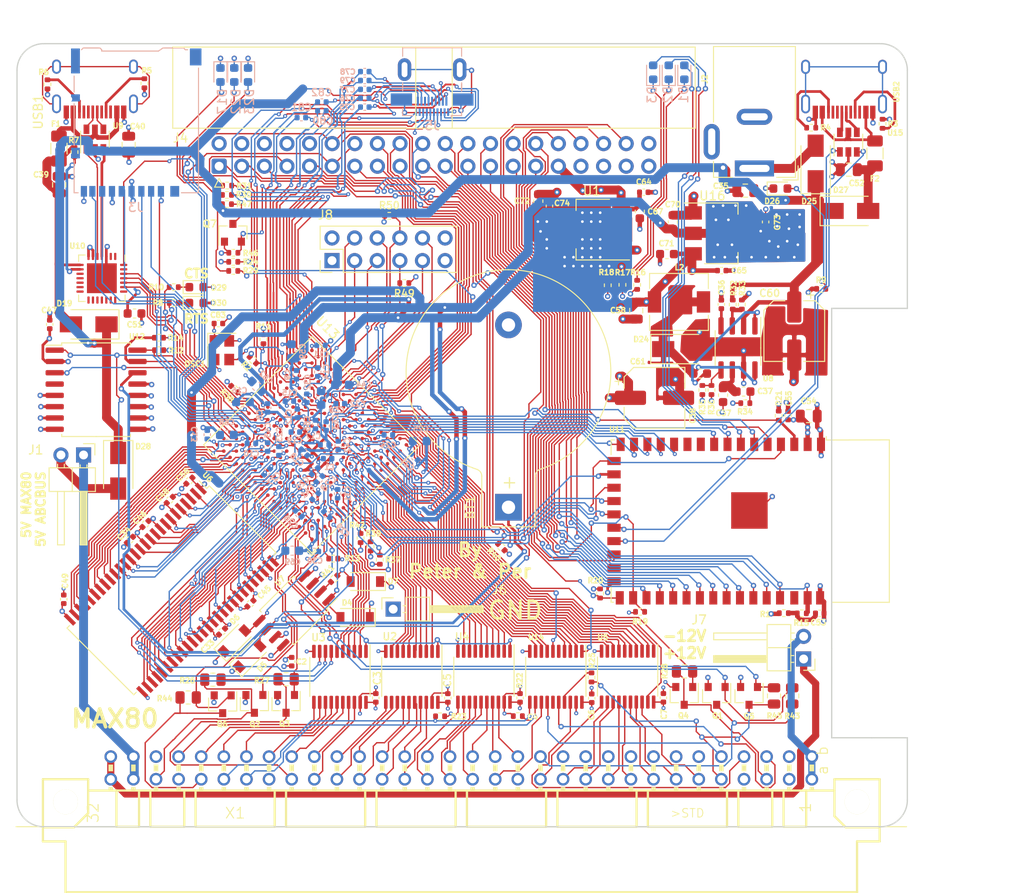
<source format=kicad_pcb>
(kicad_pcb (version 20171130) (host pcbnew 5.1.10-88a1d61d58~89~ubuntu20.04.1)

  (general
    (thickness 1.6)
    (drawings 21)
    (tracks 5524)
    (zones 0)
    (modules 189)
    (nets 273)
  )

  (page A4)
  (title_block
    (title MAX80)
    (date 2021-01-31)
    (rev 0.01)
    (company "No name")
  )

  (layers
    (0 F.Cu signal)
    (1 In1.Cu power)
    (2 In2.Cu signal)
    (31 B.Cu signal)
    (32 B.Adhes user)
    (33 F.Adhes user)
    (34 B.Paste user)
    (35 F.Paste user)
    (36 B.SilkS user)
    (37 F.SilkS user)
    (38 B.Mask user)
    (39 F.Mask user)
    (40 Dwgs.User user)
    (41 Cmts.User user)
    (42 Eco1.User user)
    (43 Eco2.User user)
    (44 Edge.Cuts user)
    (45 Margin user)
    (46 B.CrtYd user)
    (47 F.CrtYd user)
    (48 B.Fab user hide)
    (49 F.Fab user hide)
  )

  (setup
    (last_trace_width 0.15)
    (user_trace_width 0.15)
    (user_trace_width 0.3)
    (user_trace_width 0.5)
    (trace_clearance 0.15)
    (zone_clearance 0.15)
    (zone_45_only no)
    (trace_min 0.15)
    (via_size 0.6)
    (via_drill 0.3)
    (via_min_size 0.45)
    (via_min_drill 0.2)
    (user_via 0.45 0.2)
    (uvia_size 0.3)
    (uvia_drill 0.1)
    (uvias_allowed yes)
    (uvia_min_size 0.2)
    (uvia_min_drill 0.1)
    (edge_width 0.15)
    (segment_width 0.3)
    (pcb_text_width 0.3)
    (pcb_text_size 1.5 1.5)
    (mod_edge_width 0.15)
    (mod_text_size 1 1)
    (mod_text_width 0.15)
    (pad_size 0.46 0.4)
    (pad_drill 0)
    (pad_to_mask_clearance 0)
    (aux_axis_origin 0 0)
    (visible_elements FFFFFF7F)
    (pcbplotparams
      (layerselection 0x010fc_ffffffff)
      (usegerberextensions false)
      (usegerberattributes true)
      (usegerberadvancedattributes true)
      (creategerberjobfile true)
      (excludeedgelayer true)
      (linewidth 0.100000)
      (plotframeref false)
      (viasonmask false)
      (mode 1)
      (useauxorigin false)
      (hpglpennumber 1)
      (hpglpenspeed 20)
      (hpglpendiameter 15.000000)
      (psnegative false)
      (psa4output false)
      (plotreference true)
      (plotvalue true)
      (plotinvisibletext false)
      (padsonsilk false)
      (subtractmaskfromsilk false)
      (outputformat 1)
      (mirror false)
      (drillshape 0)
      (scaleselection 1)
      (outputdirectory "max80_gerber"))
  )

  (net 0 "")
  (net 1 GND)
  (net 2 +5V)
  (net 3 "Net-(R5-Pad2)")
  (net 4 "Net-(R6-Pad2)")
  (net 5 "Net-(R7-Pad1)")
  (net 6 "Net-(U10-Pad5)")
  (net 7 "Net-(U10-Pad4)")
  (net 8 "Net-(U9-Pad4)")
  (net 9 "Net-(U9-Pad6)")
  (net 10 "Net-(USB1-Pad13)")
  (net 11 "Net-(BT1-Pad1)")
  (net 12 /A4)
  (net 13 /A3)
  (net 14 /A2)
  (net 15 /A1)
  (net 16 /A0)
  (net 17 /IO0)
  (net 18 /IO3)
  (net 19 /IO4)
  (net 20 /IO5)
  (net 21 /IO6)
  (net 22 /IO7)
  (net 23 /A11)
  (net 24 /IO9)
  (net 25 /A8)
  (net 26 /A7)
  (net 27 /A6)
  (net 28 /A5)
  (net 29 /A9)
  (net 30 /A10)
  (net 31 /A12)
  (net 32 /IO8)
  (net 33 /IO10)
  (net 34 /IO11)
  (net 35 /IO12)
  (net 36 /IO13)
  (net 37 /IO14)
  (net 38 /IO15)
  (net 39 /abc80bus/D7)
  (net 40 /abc80bus/D6)
  (net 41 /abc80bus/D5)
  (net 42 /abc80bus/D4)
  (net 43 /abc80bus/D3)
  (net 44 /abc80bus/D2)
  (net 45 /abc80bus/D1)
  (net 46 /abc80bus/D0)
  (net 47 /abc80bus/A8)
  (net 48 /abc80bus/A9)
  (net 49 /abc80bus/A10)
  (net 50 /abc80bus/A11)
  (net 51 /abc80bus/A12)
  (net 52 /abc80bus/A13)
  (net 53 /abc80bus/A14)
  (net 54 /abc80bus/A15)
  (net 55 /abc80bus/A7)
  (net 56 /abc80bus/A6)
  (net 57 /abc80bus/A5)
  (net 58 /abc80bus/A4)
  (net 59 /abc80bus/A3)
  (net 60 /abc80bus/A2)
  (net 61 /abc80bus/A1)
  (net 62 /abc80bus/A0)
  (net 63 /IO1)
  (net 64 /IO2)
  (net 65 /32KHZ)
  (net 66 /RTC_INT)
  (net 67 /abc80bus/ABC5V)
  (net 68 /SD_DAT1)
  (net 69 /SD_DAT3)
  (net 70 /SD_CMD)
  (net 71 /SD_CLK)
  (net 72 /SD_DAT0)
  (net 73 FPGA_TDI)
  (net 74 FPGA_TMS)
  (net 75 FPGA_TDO)
  (net 76 FPGA_TCK)
  (net 77 ABC_CLK_5)
  (net 78 /FPGA_SCL)
  (net 79 /FPGA_SDA)
  (net 80 FPGA_SPI_CLK)
  (net 81 FGPA_SPI_CS_ESP32)
  (net 82 INT_ESP32)
  (net 83 "Net-(C53-Pad1)")
  (net 84 "Net-(F2-Pad2)")
  (net 85 ESP32_TDO)
  (net 86 ESP32_TCK)
  (net 87 ESP32_TMS)
  (net 88 ESP32_IO0)
  (net 89 ESP32_RXD)
  (net 90 ESP32_TXD)
  (net 91 ESP32_EN)
  (net 92 "Net-(R3-Pad2)")
  (net 93 "Net-(R4-Pad2)")
  (net 94 /ESP32/USB_D-)
  (net 95 /ESP32/USB_D+)
  (net 96 ESP32_TDI)
  (net 97 "Net-(U15-Pad6)")
  (net 98 "Net-(U15-Pad4)")
  (net 99 "Net-(USB2-Pad13)")
  (net 100 "Net-(D1-Pad2)")
  (net 101 "Net-(D1-Pad1)")
  (net 102 "Net-(D2-Pad2)")
  (net 103 "Net-(D2-Pad1)")
  (net 104 "Net-(D3-Pad2)")
  (net 105 "Net-(D3-Pad1)")
  (net 106 ESP32_SCL)
  (net 107 ESP32_SDA)
  (net 108 ESP32_CS2)
  (net 109 ESP32_CS0)
  (net 110 ESP32_MISO)
  (net 111 ESP32_SCK)
  (net 112 ESP32_MOSI)
  (net 113 ESP32_CS1)
  (net 114 /FPGA_USB_TXD)
  (net 115 /FPGA_USB_RXD)
  (net 116 /abc80bus/~CS)
  (net 117 /abc80bus/~C4)
  (net 118 /abc80bus/~C3)
  (net 119 /abc80bus/~C2)
  (net 120 /abc80bus/~C1)
  (net 121 /abc80bus/~OUT)
  (net 122 /abc80bus/~RST)
  (net 123 /abc80bus/~XMEMFL)
  (net 124 /abc80bus/~INP)
  (net 125 /abc80bus/~STATUS)
  (net 126 /abc80bus/~XINPSTB)
  (net 127 /abc80bus/~XOUTSTB)
  (net 128 AD0)
  (net 129 AD1)
  (net 130 AD2)
  (net 131 AD3)
  (net 132 AD4)
  (net 133 AD5)
  (net 134 AD6)
  (net 135 AD7)
  (net 136 /abc80bus/~RESIN)
  (net 137 /FPGA_LED1)
  (net 138 /FPGA_LED2)
  (net 139 /FPGA_LED3)
  (net 140 "Net-(D17-Pad2)")
  (net 141 "Net-(D22-Pad2)")
  (net 142 "Net-(D23-Pad2)")
  (net 143 FPGA_GPIO3)
  (net 144 FPGA_GPIO2)
  (net 145 FPGA_GPIO1)
  (net 146 FPGA_GPIO0)
  (net 147 FPGA_GPIO5)
  (net 148 FPGA_GPIO4)
  (net 149 "Net-(C36-Pad1)")
  (net 150 "Net-(C37-Pad2)")
  (net 151 "Net-(C37-Pad1)")
  (net 152 "Net-(C38-Pad2)")
  (net 153 "Net-(R32-Pad2)")
  (net 154 "Net-(R35-Pad2)")
  (net 155 "Net-(C38-Pad1)")
  (net 156 /abc80bus/READY)
  (net 157 /abc80bus/~NMI)
  (net 158 ~FPGA_READY)
  (net 159 FPGA_NMI)
  (net 160 "Net-(D26-Pad2)")
  (net 161 FPGA_RESIN)
  (net 162 /DQMH)
  (net 163 /CLK)
  (net 164 /CKE)
  (net 165 /BA1)
  (net 166 /BA0)
  (net 167 /DQML)
  (net 168 "Net-(D28-Pad2)")
  (net 169 "Net-(D25-Pad2)")
  (net 170 "Net-(F1-Pad2)")
  (net 171 /FPGA_USB_RTS)
  (net 172 /FPGA_USB_CTS)
  (net 173 "Net-(C39-Pad1)")
  (net 174 "Net-(C52-Pad1)")
  (net 175 /WE#)
  (net 176 /CAS#)
  (net 177 /RAS#)
  (net 178 /CS#)
  (net 179 "Net-(D29-Pad1)")
  (net 180 "Net-(D30-Pad1)")
  (net 181 +3V3)
  (net 182 +2V5)
  (net 183 +1V2)
  (net 184 "Net-(R13-Pad1)")
  (net 185 "Net-(R37-Pad2)")
  (net 186 "Net-(R38-Pad2)")
  (net 187 "Net-(R41-Pad2)")
  (net 188 DATA0)
  (net 189 ~CS_ABC_3V3)
  (net 190 ~OUT_ABC_3V3)
  (net 191 AD8)
  (net 192 ~C1_ABC_3V3)
  (net 193 AD9)
  (net 194 ~C2_ABC_3V3)
  (net 195 AD10)
  (net 196 ~C3_ABC_3V3)
  (net 197 ~C4_ABC_3V3)
  (net 198 AD11)
  (net 199 AD12)
  (net 200 AD13)
  (net 201 AD14)
  (net 202 AD15)
  (net 203 DLCK)
  (net 204 ASD0)
  (net 205 nCE0)
  (net 206 ~INP_ABC_3V3)
  (net 207 ~STATUS_ABC_3V3)
  (net 208 DD0)
  (net 209 DD1)
  (net 210 DD2)
  (net 211 DD3)
  (net 212 DD4)
  (net 213 DD5)
  (net 214 DD6)
  (net 215 DD7)
  (net 216 DD8)
  (net 217 ~XOUTSTB_ABC_3V3)
  (net 218 ~RST_ABC_3V3)
  (net 219 ~XMEMFL_ABC_3V3)
  (net 220 ~XINPSTB_ABC_3V3)
  (net 221 ABC_CLK_3V3)
  (net 222 DD9)
  (net 223 FPGA_SPI_MOSI)
  (net 224 FPGA_SPI_MISO)
  (net 225 /SD_DAT2)
  (net 226 CLK0n)
  (net 227 "Net-(J5-PadSH)")
  (net 228 HDMI_CK-)
  (net 229 HDMI_D0+)
  (net 230 HDMI_D1-)
  (net 231 HDMI_D2+)
  (net 232 HDMI_CK+)
  (net 233 HDMI_D0-)
  (net 234 HDMI_D1+)
  (net 235 HDMI_D2-)
  (net 236 HDMI_SDA)
  (net 237 HDMI_HPD)
  (net 238 HDMI_SCL)
  (net 239 FPGA_JTAGEN)
  (net 240 FLASH_CS#)
  (net 241 /abc80bus/~INT)
  (net 242 /abc80bus/~XMEMW800)
  (net 243 /abc80bus/~XMEMW80)
  (net 244 INT_ABC_3V3)
  (net 245 INT800_ABC_3V3)
  (net 246 ~XMEMW80_ABC_3V3)
  (net 247 ~XMEMW800_ABC_3V3)
  (net 248 /abc80bus/~XM)
  (net 249 XM_ABC_3V3)
  (net 250 "Net-(R25-Pad2)")
  (net 251 AD16)
  (net 252 DD10)
  (net 253 /abc80bus/ABC_-12V)
  (net 254 /abc80bus/ABC_12V)
  (net 255 /FPGA_USB_DTR)
  (net 256 "Net-(C75-Pad1)")
  (net 257 "Net-(C76-Pad1)")
  (net 258 "Net-(C77-Pad1)")
  (net 259 "Net-(C78-Pad1)")
  (net 260 "Net-(C79-Pad1)")
  (net 261 "Net-(C80-Pad1)")
  (net 262 "Net-(C81-Pad1)")
  (net 263 "Net-(C82-Pad1)")
  (net 264 "Net-(J5-Pad19)")
  (net 265 EXT_HG)
  (net 266 EXT_HB)
  (net 267 EXT_HE)
  (net 268 EXT_HC)
  (net 269 EXT_HA)
  (net 270 EXT_HF)
  (net 271 EXT_HH)
  (net 272 EXT_HD)

  (net_class Default "This is the default net class."
    (clearance 0.15)
    (trace_width 0.15)
    (via_dia 0.6)
    (via_drill 0.3)
    (uvia_dia 0.3)
    (uvia_drill 0.1)
    (add_net +1V2)
    (add_net +2V5)
    (add_net +3V3)
    (add_net +5V)
    (add_net /32KHZ)
    (add_net /A0)
    (add_net /A1)
    (add_net /A10)
    (add_net /A11)
    (add_net /A12)
    (add_net /A2)
    (add_net /A3)
    (add_net /A4)
    (add_net /A5)
    (add_net /A6)
    (add_net /A7)
    (add_net /A8)
    (add_net /A9)
    (add_net /BA0)
    (add_net /BA1)
    (add_net /CAS#)
    (add_net /CKE)
    (add_net /CLK)
    (add_net /CS#)
    (add_net /DQMH)
    (add_net /DQML)
    (add_net /ESP32/USB_D+)
    (add_net /ESP32/USB_D-)
    (add_net /FPGA_LED1)
    (add_net /FPGA_LED2)
    (add_net /FPGA_LED3)
    (add_net /FPGA_SCL)
    (add_net /FPGA_SDA)
    (add_net /FPGA_USB_CTS)
    (add_net /FPGA_USB_DTR)
    (add_net /FPGA_USB_RTS)
    (add_net /FPGA_USB_RXD)
    (add_net /FPGA_USB_TXD)
    (add_net /IO0)
    (add_net /IO1)
    (add_net /IO10)
    (add_net /IO11)
    (add_net /IO12)
    (add_net /IO13)
    (add_net /IO14)
    (add_net /IO15)
    (add_net /IO2)
    (add_net /IO3)
    (add_net /IO4)
    (add_net /IO5)
    (add_net /IO6)
    (add_net /IO7)
    (add_net /IO8)
    (add_net /IO9)
    (add_net /RAS#)
    (add_net /RTC_INT)
    (add_net /SD_CLK)
    (add_net /SD_CMD)
    (add_net /SD_DAT0)
    (add_net /SD_DAT1)
    (add_net /SD_DAT2)
    (add_net /SD_DAT3)
    (add_net /WE#)
    (add_net /abc80bus/A0)
    (add_net /abc80bus/A1)
    (add_net /abc80bus/A10)
    (add_net /abc80bus/A11)
    (add_net /abc80bus/A12)
    (add_net /abc80bus/A13)
    (add_net /abc80bus/A14)
    (add_net /abc80bus/A15)
    (add_net /abc80bus/A2)
    (add_net /abc80bus/A3)
    (add_net /abc80bus/A4)
    (add_net /abc80bus/A5)
    (add_net /abc80bus/A6)
    (add_net /abc80bus/A7)
    (add_net /abc80bus/A8)
    (add_net /abc80bus/A9)
    (add_net /abc80bus/ABC5V)
    (add_net /abc80bus/ABC_-12V)
    (add_net /abc80bus/ABC_12V)
    (add_net /abc80bus/D0)
    (add_net /abc80bus/D1)
    (add_net /abc80bus/D2)
    (add_net /abc80bus/D3)
    (add_net /abc80bus/D4)
    (add_net /abc80bus/D5)
    (add_net /abc80bus/D6)
    (add_net /abc80bus/D7)
    (add_net /abc80bus/READY)
    (add_net /abc80bus/~C1)
    (add_net /abc80bus/~C2)
    (add_net /abc80bus/~C3)
    (add_net /abc80bus/~C4)
    (add_net /abc80bus/~CS)
    (add_net /abc80bus/~INP)
    (add_net /abc80bus/~INT)
    (add_net /abc80bus/~NMI)
    (add_net /abc80bus/~OUT)
    (add_net /abc80bus/~RESIN)
    (add_net /abc80bus/~RST)
    (add_net /abc80bus/~STATUS)
    (add_net /abc80bus/~XINPSTB)
    (add_net /abc80bus/~XM)
    (add_net /abc80bus/~XMEMFL)
    (add_net /abc80bus/~XMEMW80)
    (add_net /abc80bus/~XMEMW800)
    (add_net /abc80bus/~XOUTSTB)
    (add_net ABC_CLK_3V3)
    (add_net ABC_CLK_5)
    (add_net AD0)
    (add_net AD1)
    (add_net AD10)
    (add_net AD11)
    (add_net AD12)
    (add_net AD13)
    (add_net AD14)
    (add_net AD15)
    (add_net AD16)
    (add_net AD2)
    (add_net AD3)
    (add_net AD4)
    (add_net AD5)
    (add_net AD6)
    (add_net AD7)
    (add_net AD8)
    (add_net AD9)
    (add_net ASD0)
    (add_net CLK0n)
    (add_net DATA0)
    (add_net DD0)
    (add_net DD1)
    (add_net DD10)
    (add_net DD2)
    (add_net DD3)
    (add_net DD4)
    (add_net DD5)
    (add_net DD6)
    (add_net DD7)
    (add_net DD8)
    (add_net DD9)
    (add_net DLCK)
    (add_net ESP32_CS0)
    (add_net ESP32_CS1)
    (add_net ESP32_CS2)
    (add_net ESP32_EN)
    (add_net ESP32_IO0)
    (add_net ESP32_MISO)
    (add_net ESP32_MOSI)
    (add_net ESP32_RXD)
    (add_net ESP32_SCK)
    (add_net ESP32_SCL)
    (add_net ESP32_SDA)
    (add_net ESP32_TCK)
    (add_net ESP32_TDI)
    (add_net ESP32_TDO)
    (add_net ESP32_TMS)
    (add_net ESP32_TXD)
    (add_net EXT_HA)
    (add_net EXT_HB)
    (add_net EXT_HC)
    (add_net EXT_HD)
    (add_net EXT_HE)
    (add_net EXT_HF)
    (add_net EXT_HG)
    (add_net EXT_HH)
    (add_net FGPA_SPI_CS_ESP32)
    (add_net FLASH_CS#)
    (add_net FPGA_GPIO0)
    (add_net FPGA_GPIO1)
    (add_net FPGA_GPIO2)
    (add_net FPGA_GPIO3)
    (add_net FPGA_GPIO4)
    (add_net FPGA_GPIO5)
    (add_net FPGA_JTAGEN)
    (add_net FPGA_NMI)
    (add_net FPGA_RESIN)
    (add_net FPGA_SPI_CLK)
    (add_net FPGA_SPI_MISO)
    (add_net FPGA_SPI_MOSI)
    (add_net FPGA_TCK)
    (add_net FPGA_TDI)
    (add_net FPGA_TDO)
    (add_net FPGA_TMS)
    (add_net GND)
    (add_net HDMI_CK+)
    (add_net HDMI_CK-)
    (add_net HDMI_D0+)
    (add_net HDMI_D0-)
    (add_net HDMI_D1+)
    (add_net HDMI_D1-)
    (add_net HDMI_D2+)
    (add_net HDMI_D2-)
    (add_net HDMI_HPD)
    (add_net HDMI_SCL)
    (add_net HDMI_SDA)
    (add_net INT800_ABC_3V3)
    (add_net INT_ABC_3V3)
    (add_net INT_ESP32)
    (add_net "Net-(BT1-Pad1)")
    (add_net "Net-(C36-Pad1)")
    (add_net "Net-(C37-Pad1)")
    (add_net "Net-(C37-Pad2)")
    (add_net "Net-(C38-Pad1)")
    (add_net "Net-(C38-Pad2)")
    (add_net "Net-(C39-Pad1)")
    (add_net "Net-(C52-Pad1)")
    (add_net "Net-(C53-Pad1)")
    (add_net "Net-(C75-Pad1)")
    (add_net "Net-(C76-Pad1)")
    (add_net "Net-(C77-Pad1)")
    (add_net "Net-(C78-Pad1)")
    (add_net "Net-(C79-Pad1)")
    (add_net "Net-(C80-Pad1)")
    (add_net "Net-(C81-Pad1)")
    (add_net "Net-(C82-Pad1)")
    (add_net "Net-(D1-Pad1)")
    (add_net "Net-(D1-Pad2)")
    (add_net "Net-(D17-Pad2)")
    (add_net "Net-(D2-Pad1)")
    (add_net "Net-(D2-Pad2)")
    (add_net "Net-(D22-Pad2)")
    (add_net "Net-(D23-Pad2)")
    (add_net "Net-(D25-Pad2)")
    (add_net "Net-(D26-Pad2)")
    (add_net "Net-(D28-Pad2)")
    (add_net "Net-(D29-Pad1)")
    (add_net "Net-(D3-Pad1)")
    (add_net "Net-(D3-Pad2)")
    (add_net "Net-(D30-Pad1)")
    (add_net "Net-(F1-Pad2)")
    (add_net "Net-(F2-Pad2)")
    (add_net "Net-(J5-Pad19)")
    (add_net "Net-(J5-PadSH)")
    (add_net "Net-(R13-Pad1)")
    (add_net "Net-(R25-Pad2)")
    (add_net "Net-(R3-Pad2)")
    (add_net "Net-(R32-Pad2)")
    (add_net "Net-(R35-Pad2)")
    (add_net "Net-(R37-Pad2)")
    (add_net "Net-(R38-Pad2)")
    (add_net "Net-(R4-Pad2)")
    (add_net "Net-(R41-Pad2)")
    (add_net "Net-(R5-Pad2)")
    (add_net "Net-(R6-Pad2)")
    (add_net "Net-(R7-Pad1)")
    (add_net "Net-(U10-Pad4)")
    (add_net "Net-(U10-Pad5)")
    (add_net "Net-(U15-Pad4)")
    (add_net "Net-(U15-Pad6)")
    (add_net "Net-(U9-Pad4)")
    (add_net "Net-(U9-Pad6)")
    (add_net "Net-(USB1-Pad13)")
    (add_net "Net-(USB2-Pad13)")
    (add_net XM_ABC_3V3)
    (add_net nCE0)
    (add_net ~C1_ABC_3V3)
    (add_net ~C2_ABC_3V3)
    (add_net ~C3_ABC_3V3)
    (add_net ~C4_ABC_3V3)
    (add_net ~CS_ABC_3V3)
    (add_net ~FPGA_READY)
    (add_net ~INP_ABC_3V3)
    (add_net ~OUT_ABC_3V3)
    (add_net ~RST_ABC_3V3)
    (add_net ~STATUS_ABC_3V3)
    (add_net ~XINPSTB_ABC_3V3)
    (add_net ~XMEMFL_ABC_3V3)
    (add_net ~XMEMW800_ABC_3V3)
    (add_net ~XMEMW80_ABC_3V3)
    (add_net ~XOUTSTB_ABC_3V3)
  )

  (module Capacitor_SMD:C_0402_1005Metric (layer F.Cu) (tedit 5F68FEEE) (tstamp 60E92610)
    (at 127.59 71.92)
    (descr "Capacitor SMD 0402 (1005 Metric), square (rectangular) end terminal, IPC_7351 nominal, (Body size source: IPC-SM-782 page 76, https://www.pcb-3d.com/wordpress/wp-content/uploads/ipc-sm-782a_amendment_1_and_2.pdf), generated with kicad-footprint-generator")
    (tags capacitor)
    (path /60FC8574)
    (attr smd)
    (fp_text reference C83 (at -0.04 -0.96) (layer F.SilkS)
      (effects (font (size 0.6 0.6) (thickness 0.15)))
    )
    (fp_text value 100nF (at 0 1.16) (layer F.Fab)
      (effects (font (size 1 1) (thickness 0.15)))
    )
    (fp_text user %R (at 0 0) (layer F.Fab)
      (effects (font (size 0.25 0.25) (thickness 0.04)))
    )
    (fp_line (start -0.5 0.25) (end -0.5 -0.25) (layer F.Fab) (width 0.1))
    (fp_line (start -0.5 -0.25) (end 0.5 -0.25) (layer F.Fab) (width 0.1))
    (fp_line (start 0.5 -0.25) (end 0.5 0.25) (layer F.Fab) (width 0.1))
    (fp_line (start 0.5 0.25) (end -0.5 0.25) (layer F.Fab) (width 0.1))
    (fp_line (start -0.107836 -0.36) (end 0.107836 -0.36) (layer F.SilkS) (width 0.12))
    (fp_line (start -0.107836 0.36) (end 0.107836 0.36) (layer F.SilkS) (width 0.12))
    (fp_line (start -0.91 0.46) (end -0.91 -0.46) (layer F.CrtYd) (width 0.05))
    (fp_line (start -0.91 -0.46) (end 0.91 -0.46) (layer F.CrtYd) (width 0.05))
    (fp_line (start 0.91 -0.46) (end 0.91 0.46) (layer F.CrtYd) (width 0.05))
    (fp_line (start 0.91 0.46) (end -0.91 0.46) (layer F.CrtYd) (width 0.05))
    (pad 2 smd roundrect (at 0.48 0) (size 0.56 0.62) (layers F.Cu F.Paste F.Mask) (roundrect_rratio 0.25)
      (net 1 GND))
    (pad 1 smd roundrect (at -0.48 0) (size 0.56 0.62) (layers F.Cu F.Paste F.Mask) (roundrect_rratio 0.25)
      (net 181 +3V3))
    (model ${KISYS3DMOD}/Capacitor_SMD.3dshapes/C_0402_1005Metric.wrl
      (at (xyz 0 0 0))
      (scale (xyz 1 1 1))
      (rotate (xyz 0 0 0))
    )
  )

  (module max80:HDMI_Micro-D_Molex_46765-2x0x (layer B.Cu) (tedit 60E537AB) (tstamp 6045DC76)
    (at 151.595 43.39)
    (descr "HDMI, Micro, Type D, THT/SMD hybrid, 0.4mm pitch, 19 ckt, right angle (http://www.molex.com/pdm_docs/sd/467651301_sd.pdf)")
    (tags "hdmi micro type d right angle tht smd hybrid ")
    (path /650A9AE9/650AF4F4)
    (attr smd)
    (fp_text reference J5 (at 0 6.3) (layer B.SilkS)
      (effects (font (size 1 1) (thickness 0.15)) (justify mirror))
    )
    (fp_text value HDMI_C_1.3 (at 0 -3.6) (layer B.Fab)
      (effects (font (size 1 1) (thickness 0.15)) (justify mirror))
    )
    (fp_line (start -3.25 5.1) (end 1.3 5.1) (layer B.Fab) (width 0.1))
    (fp_line (start 2.15 5.16) (end 2.15 5.36) (layer B.SilkS) (width 0.12))
    (fp_line (start -3.25 -2.4) (end -3.25 2.77) (layer B.Fab) (width 0.1))
    (fp_line (start 3.25 2.77) (end 3.25 -2.4) (layer B.Fab) (width 0.1))
    (fp_line (start -2.35 -1.7) (end 1.99 2.64) (layer Dwgs.User) (width 0.1))
    (fp_line (start -1.35 -1.7) (end 2.35 2) (layer Dwgs.User) (width 0.1))
    (fp_line (start -0.35 -1.7) (end 2.35 1) (layer Dwgs.User) (width 0.1))
    (fp_line (start -2.35 1.3) (end -1.01 2.64) (layer Dwgs.User) (width 0.1))
    (fp_line (start -2.35 0.3) (end -0.01 2.64) (layer Dwgs.User) (width 0.1))
    (fp_line (start -2.35 -0.7) (end 0.99 2.64) (layer Dwgs.User) (width 0.1))
    (fp_line (start 0.65 -1.7) (end 2.35 0) (layer Dwgs.User) (width 0.1))
    (fp_line (start 1.65 -1.7) (end 2.35 -1) (layer Dwgs.User) (width 0.1))
    (fp_line (start 2.15 5.16) (end 3.31 5.16) (layer B.SilkS) (width 0.12))
    (fp_line (start 2.3 5.1) (end 3.25 5.1) (layer B.Fab) (width 0.1))
    (fp_line (start 3.25 5.1) (end 3.25 3.95) (layer B.Fab) (width 0.1))
    (fp_line (start 3.25 -2.4) (end -3.25 -2.4) (layer B.Fab) (width 0.1))
    (fp_line (start -3.25 3.95) (end -3.25 5.1) (layer B.Fab) (width 0.1))
    (fp_line (start -3.31 -2.46) (end -3.31 -1.5) (layer B.SilkS) (width 0.12))
    (fp_line (start -3.31 1.5) (end -3.31 2.4) (layer B.SilkS) (width 0.12))
    (fp_line (start -3.31 4.35) (end -3.31 5.16) (layer B.SilkS) (width 0.12))
    (fp_line (start -3.31 5.16) (end -2.15 5.16) (layer B.SilkS) (width 0.12))
    (fp_line (start 3.31 5.16) (end 3.31 4.35) (layer B.SilkS) (width 0.12))
    (fp_line (start 3.31 2.4) (end 3.31 1.5) (layer B.SilkS) (width 0.15))
    (fp_line (start 3.31 -1.5) (end 3.31 -2.46) (layer B.SilkS) (width 0.12))
    (fp_line (start -5 5.7) (end -5 -2.9) (layer B.CrtYd) (width 0.05))
    (fp_line (start -5 -2.9) (end 5 -2.9) (layer B.CrtYd) (width 0.05))
    (fp_line (start 5 -2.9) (end 5 5.7) (layer B.CrtYd) (width 0.05))
    (fp_line (start 5 5.7) (end -5 5.7) (layer B.CrtYd) (width 0.05))
    (fp_line (start -3 -1.7) (end 3 -1.7) (layer Dwgs.User) (width 0.1))
    (fp_line (start -2.35 -1.7) (end -2.35 2.64) (layer Dwgs.User) (width 0.1))
    (fp_line (start -2.35 2.64) (end 2.35 2.64) (layer Dwgs.User) (width 0.1))
    (fp_line (start 2.35 2.64) (end 2.35 -1.7) (layer Dwgs.User) (width 0.1))
    (fp_line (start 2.35 -1.7) (end -2.35 -1.7) (layer Dwgs.User) (width 0.1))
    (fp_line (start -3.31 -2.46) (end 3.31 -2.46) (layer B.SilkS) (width 0.12))
    (fp_line (start 3.25 3.95) (end 4.45 3.95) (layer B.Fab) (width 0.1))
    (fp_line (start 4.45 3.95) (end 4.45 2.77) (layer B.Fab) (width 0.1))
    (fp_line (start 4.45 2.77) (end 3.25 2.77) (layer B.Fab) (width 0.1))
    (fp_line (start -3.25 2.77) (end -4.45 2.77) (layer B.Fab) (width 0.1))
    (fp_line (start -4.45 2.77) (end -4.45 3.95) (layer B.Fab) (width 0.1))
    (fp_line (start -4.45 3.95) (end -3.25 3.95) (layer B.Fab) (width 0.1))
    (fp_line (start 1.8 4.6) (end 2.3 5.1) (layer B.Fab) (width 0.1))
    (fp_line (start 1.8 4.6) (end 1.3 5.1) (layer B.Fab) (width 0.1))
    (fp_text user %R (at 0 3.3) (layer B.Fab)
      (effects (font (size 1 1) (thickness 0.15)) (justify mirror))
    )
    (fp_text user KEEPOUT (at 0 0.47) (layer Cmts.User)
      (effects (font (size 0.7 0.7) (thickness 0.1)))
    )
    (pad 18 smd rect (at -1.6 3.55) (size 0.23 1) (layers B.Cu B.Paste B.Mask)
      (net 2 +5V))
    (pad 16 smd rect (at -1.2 3.55) (size 0.23 1) (layers B.Cu B.Paste B.Mask)
      (net 236 HDMI_SDA))
    (pad 14 smd rect (at -0.8 3.55) (size 0.23 1) (layers B.Cu B.Paste B.Mask))
    (pad 12 smd rect (at -0.4 3.55) (size 0.23 1) (layers B.Cu B.Paste B.Mask)
      (net 263 "Net-(C82-Pad1)"))
    (pad 10 smd rect (at 0 3.55) (size 0.23 1) (layers B.Cu B.Paste B.Mask))
    (pad 8 smd rect (at 0.4 3.55) (size 0.23 1) (layers B.Cu B.Paste B.Mask)
      (net 260 "Net-(C79-Pad1)"))
    (pad 6 smd rect (at 0.8 3.55) (size 0.23 1) (layers B.Cu B.Paste B.Mask)
      (net 259 "Net-(C78-Pad1)"))
    (pad 4 smd rect (at 1.2 3.55) (size 0.23 1) (layers B.Cu B.Paste B.Mask)
      (net 1 GND))
    (pad 2 smd rect (at 1.6 3.55) (size 0.23 1) (layers B.Cu B.Paste B.Mask)
      (net 256 "Net-(C75-Pad1)"))
    (pad 19 smd rect (at -1.8 4.775) (size 0.23 0.85) (layers B.Cu B.Paste B.Mask)
      (net 264 "Net-(J5-Pad19)"))
    (pad 17 smd rect (at -1.4 4.775) (size 0.23 0.85) (layers B.Cu B.Paste B.Mask))
    (pad 15 smd rect (at -1 4.775) (size 0.23 0.85) (layers B.Cu B.Paste B.Mask)
      (net 238 HDMI_SCL))
    (pad 13 smd rect (at -0.6 4.775) (size 0.23 0.85) (layers B.Cu B.Paste B.Mask)
      (net 1 GND))
    (pad 11 smd rect (at -0.2 4.775) (size 0.23 0.85) (layers B.Cu B.Paste B.Mask)
      (net 262 "Net-(C81-Pad1)"))
    (pad 9 smd rect (at 0.2 4.775) (size 0.23 0.85) (layers B.Cu B.Paste B.Mask)
      (net 261 "Net-(C80-Pad1)"))
    (pad 7 smd rect (at 0.6 4.775) (size 0.23 0.85) (layers B.Cu B.Paste B.Mask)
      (net 1 GND))
    (pad 5 smd rect (at 1 4.775) (size 0.23 0.85) (layers B.Cu B.Paste B.Mask)
      (net 258 "Net-(C77-Pad1)"))
    (pad 3 smd rect (at 1.4 4.775) (size 0.23 0.85) (layers B.Cu B.Paste B.Mask)
      (net 257 "Net-(C76-Pad1)"))
    (pad 1 smd rect (at 1.8 4.775) (size 0.23 0.85) (layers B.Cu B.Paste B.Mask)
      (net 1 GND))
    (pad SH smd rect (at 3.45 3.36) (size 2.4 1.38) (layers B.Cu B.Paste B.Mask)
      (net 227 "Net-(J5-PadSH)"))
    (pad SH smd rect (at -3.45 3.36) (size 2.4 1.38) (layers B.Cu B.Paste B.Mask)
      (net 227 "Net-(J5-PadSH)"))
    (pad SH thru_hole oval (at 3.1 0) (size 1.5 2.55) (drill oval 0.65 1.7) (layers *.Cu *.Mask)
      (net 227 "Net-(J5-PadSH)"))
    (pad SH thru_hole oval (at -3.1 0) (size 1.5 2.55) (drill oval 0.65 1.7) (layers *.Cu *.Mask)
      (net 227 "Net-(J5-PadSH)"))
    (model ${KISYS3DMOD}/Connector_HDMI.3dshapes/HDMI_Micro-D_Molex_46765-2x0x.wrl
      (at (xyz 0 0 0))
      (scale (xyz 1 1 1))
      (rotate (xyz 0 0 0))
    )
    (model /home/pm/local/dalsroit/kicad/3d/Micro_HDMI_Connector_Female.STEP
      (offset (xyz 0 -2.5 3))
      (scale (xyz 1 1 1))
      (rotate (xyz 90 180 180))
    )
  )

  (module Capacitor_SMD:CP_Elec_6.3x7.7 (layer F.Cu) (tedit 5BCA39D0) (tstamp 60206C2E)
    (at 176.57 80.27)
    (descr "SMD capacitor, aluminum electrolytic, Nichicon, 6.3x7.7mm")
    (tags "capacitor electrolytic")
    (path /6013A59C/602A7E22)
    (attr smd)
    (fp_text reference C61 (at -1.87 -4.08) (layer F.SilkS)
      (effects (font (size 0.6 0.6) (thickness 0.15)))
    )
    (fp_text value 220uF (at 0 4.35) (layer F.Fab)
      (effects (font (size 1 1) (thickness 0.15)))
    )
    (fp_circle (center 0 0) (end 3.15 0) (layer F.Fab) (width 0.1))
    (fp_line (start 3.3 -3.3) (end 3.3 3.3) (layer F.Fab) (width 0.1))
    (fp_line (start -2.3 -3.3) (end 3.3 -3.3) (layer F.Fab) (width 0.1))
    (fp_line (start -2.3 3.3) (end 3.3 3.3) (layer F.Fab) (width 0.1))
    (fp_line (start -3.3 -2.3) (end -3.3 2.3) (layer F.Fab) (width 0.1))
    (fp_line (start -3.3 -2.3) (end -2.3 -3.3) (layer F.Fab) (width 0.1))
    (fp_line (start -3.3 2.3) (end -2.3 3.3) (layer F.Fab) (width 0.1))
    (fp_line (start -2.704838 -1.33) (end -2.074838 -1.33) (layer F.Fab) (width 0.1))
    (fp_line (start -2.389838 -1.645) (end -2.389838 -1.015) (layer F.Fab) (width 0.1))
    (fp_line (start 3.41 3.41) (end 3.41 1.06) (layer F.SilkS) (width 0.12))
    (fp_line (start 3.41 -3.41) (end 3.41 -1.06) (layer F.SilkS) (width 0.12))
    (fp_line (start -2.345563 -3.41) (end 3.41 -3.41) (layer F.SilkS) (width 0.12))
    (fp_line (start -2.345563 3.41) (end 3.41 3.41) (layer F.SilkS) (width 0.12))
    (fp_line (start -3.41 2.345563) (end -3.41 1.06) (layer F.SilkS) (width 0.12))
    (fp_line (start -3.41 -2.345563) (end -3.41 -1.06) (layer F.SilkS) (width 0.12))
    (fp_line (start -3.41 -2.345563) (end -2.345563 -3.41) (layer F.SilkS) (width 0.12))
    (fp_line (start -3.41 2.345563) (end -2.345563 3.41) (layer F.SilkS) (width 0.12))
    (fp_line (start -4.4375 -1.8475) (end -3.65 -1.8475) (layer F.SilkS) (width 0.12))
    (fp_line (start -4.04375 -2.24125) (end -4.04375 -1.45375) (layer F.SilkS) (width 0.12))
    (fp_line (start 3.55 -3.55) (end 3.55 -1.05) (layer F.CrtYd) (width 0.05))
    (fp_line (start 3.55 -1.05) (end 4.7 -1.05) (layer F.CrtYd) (width 0.05))
    (fp_line (start 4.7 -1.05) (end 4.7 1.05) (layer F.CrtYd) (width 0.05))
    (fp_line (start 4.7 1.05) (end 3.55 1.05) (layer F.CrtYd) (width 0.05))
    (fp_line (start 3.55 1.05) (end 3.55 3.55) (layer F.CrtYd) (width 0.05))
    (fp_line (start -2.4 3.55) (end 3.55 3.55) (layer F.CrtYd) (width 0.05))
    (fp_line (start -2.4 -3.55) (end 3.55 -3.55) (layer F.CrtYd) (width 0.05))
    (fp_line (start -3.55 2.4) (end -2.4 3.55) (layer F.CrtYd) (width 0.05))
    (fp_line (start -3.55 -2.4) (end -2.4 -3.55) (layer F.CrtYd) (width 0.05))
    (fp_line (start -3.55 -2.4) (end -3.55 -1.05) (layer F.CrtYd) (width 0.05))
    (fp_line (start -3.55 1.05) (end -3.55 2.4) (layer F.CrtYd) (width 0.05))
    (fp_line (start -3.55 -1.05) (end -4.7 -1.05) (layer F.CrtYd) (width 0.05))
    (fp_line (start -4.7 -1.05) (end -4.7 1.05) (layer F.CrtYd) (width 0.05))
    (fp_line (start -4.7 1.05) (end -3.55 1.05) (layer F.CrtYd) (width 0.05))
    (fp_text user %R (at 0 0) (layer F.Fab)
      (effects (font (size 1 1) (thickness 0.15)))
    )
    (pad 2 smd roundrect (at 2.7 0) (size 3.5 1.6) (layers F.Cu F.Paste F.Mask) (roundrect_rratio 0.15625)
      (net 1 GND))
    (pad 1 smd roundrect (at -2.7 0) (size 3.5 1.6) (layers F.Cu F.Paste F.Mask) (roundrect_rratio 0.15625)
      (net 181 +3V3))
    (model ${KISYS3DMOD}/Capacitor_SMD.3dshapes/CP_Elec_6.3x7.7.wrl
      (at (xyz 0 0 0))
      (scale (xyz 1 1 1))
      (rotate (xyz 0 0 0))
    )
  )

  (module Capacitor_SMD:CP_Elec_6.3x7.7 (layer F.Cu) (tedit 5BCA39D0) (tstamp 601FE47A)
    (at 192.27 72.77 270)
    (descr "SMD capacitor, aluminum electrolytic, Nichicon, 6.3x7.7mm")
    (tags "capacitor electrolytic")
    (path /6013A59C/602A83A7)
    (attr smd)
    (fp_text reference C60 (at -4.26 2.77 180) (layer F.SilkS)
      (effects (font (size 0.8 0.8) (thickness 0.15)))
    )
    (fp_text value 220uF (at 0 4.35 90) (layer F.Fab)
      (effects (font (size 1 1) (thickness 0.15)))
    )
    (fp_circle (center 0 0) (end 3.15 0) (layer F.Fab) (width 0.1))
    (fp_line (start 3.3 -3.3) (end 3.3 3.3) (layer F.Fab) (width 0.1))
    (fp_line (start -2.3 -3.3) (end 3.3 -3.3) (layer F.Fab) (width 0.1))
    (fp_line (start -2.3 3.3) (end 3.3 3.3) (layer F.Fab) (width 0.1))
    (fp_line (start -3.3 -2.3) (end -3.3 2.3) (layer F.Fab) (width 0.1))
    (fp_line (start -3.3 -2.3) (end -2.3 -3.3) (layer F.Fab) (width 0.1))
    (fp_line (start -3.3 2.3) (end -2.3 3.3) (layer F.Fab) (width 0.1))
    (fp_line (start -2.704838 -1.33) (end -2.074838 -1.33) (layer F.Fab) (width 0.1))
    (fp_line (start -2.389838 -1.645) (end -2.389838 -1.015) (layer F.Fab) (width 0.1))
    (fp_line (start 3.41 3.41) (end 3.41 1.06) (layer F.SilkS) (width 0.12))
    (fp_line (start 3.41 -3.41) (end 3.41 -1.06) (layer F.SilkS) (width 0.12))
    (fp_line (start -2.345563 -3.41) (end 3.41 -3.41) (layer F.SilkS) (width 0.12))
    (fp_line (start -2.345563 3.41) (end 3.41 3.41) (layer F.SilkS) (width 0.12))
    (fp_line (start -3.41 2.345563) (end -3.41 1.06) (layer F.SilkS) (width 0.12))
    (fp_line (start -3.41 -2.345563) (end -3.41 -1.06) (layer F.SilkS) (width 0.12))
    (fp_line (start -3.41 -2.345563) (end -2.345563 -3.41) (layer F.SilkS) (width 0.12))
    (fp_line (start -3.41 2.345563) (end -2.345563 3.41) (layer F.SilkS) (width 0.12))
    (fp_line (start -4.4375 -1.8475) (end -3.65 -1.8475) (layer F.SilkS) (width 0.12))
    (fp_line (start -4.04375 -2.24125) (end -4.04375 -1.45375) (layer F.SilkS) (width 0.12))
    (fp_line (start 3.55 -3.55) (end 3.55 -1.05) (layer F.CrtYd) (width 0.05))
    (fp_line (start 3.55 -1.05) (end 4.7 -1.05) (layer F.CrtYd) (width 0.05))
    (fp_line (start 4.7 -1.05) (end 4.7 1.05) (layer F.CrtYd) (width 0.05))
    (fp_line (start 4.7 1.05) (end 3.55 1.05) (layer F.CrtYd) (width 0.05))
    (fp_line (start 3.55 1.05) (end 3.55 3.55) (layer F.CrtYd) (width 0.05))
    (fp_line (start -2.4 3.55) (end 3.55 3.55) (layer F.CrtYd) (width 0.05))
    (fp_line (start -2.4 -3.55) (end 3.55 -3.55) (layer F.CrtYd) (width 0.05))
    (fp_line (start -3.55 2.4) (end -2.4 3.55) (layer F.CrtYd) (width 0.05))
    (fp_line (start -3.55 -2.4) (end -2.4 -3.55) (layer F.CrtYd) (width 0.05))
    (fp_line (start -3.55 -2.4) (end -3.55 -1.05) (layer F.CrtYd) (width 0.05))
    (fp_line (start -3.55 1.05) (end -3.55 2.4) (layer F.CrtYd) (width 0.05))
    (fp_line (start -3.55 -1.05) (end -4.7 -1.05) (layer F.CrtYd) (width 0.05))
    (fp_line (start -4.7 -1.05) (end -4.7 1.05) (layer F.CrtYd) (width 0.05))
    (fp_line (start -4.7 1.05) (end -3.55 1.05) (layer F.CrtYd) (width 0.05))
    (fp_text user %R (at 0 0 90) (layer F.Fab)
      (effects (font (size 1 1) (thickness 0.15)))
    )
    (pad 2 smd roundrect (at 2.7 0 270) (size 3.5 1.6) (layers F.Cu F.Paste F.Mask) (roundrect_rratio 0.15625)
      (net 1 GND))
    (pad 1 smd roundrect (at -2.7 0 270) (size 3.5 1.6) (layers F.Cu F.Paste F.Mask) (roundrect_rratio 0.15625)
      (net 2 +5V))
    (model ${KISYS3DMOD}/Capacitor_SMD.3dshapes/CP_Elec_6.3x7.7.wrl
      (at (xyz 0 0 0))
      (scale (xyz 1 1 1))
      (rotate (xyz 0 0 0))
    )
  )

  (module Capacitor_SMD:C_0603_1608Metric (layer F.Cu) (tedit 5F68FEEE) (tstamp 601EC37F)
    (at 184.27 79.97 270)
    (descr "Capacitor SMD 0603 (1608 Metric), square (rectangular) end terminal, IPC_7351 nominal, (Body size source: IPC-SM-782 page 76, https://www.pcb-3d.com/wordpress/wp-content/uploads/ipc-sm-782a_amendment_1_and_2.pdf), generated with kicad-footprint-generator")
    (tags capacitor)
    (path /6013A59C/6026D80D)
    (attr smd)
    (fp_text reference C57 (at 2.02 -0.05 180) (layer F.SilkS)
      (effects (font (size 0.6 0.6) (thickness 0.15)))
    )
    (fp_text value 390pF (at 0 1.43 90) (layer F.Fab)
      (effects (font (size 1 1) (thickness 0.15)))
    )
    (fp_line (start -0.8 0.4) (end -0.8 -0.4) (layer F.Fab) (width 0.1))
    (fp_line (start -0.8 -0.4) (end 0.8 -0.4) (layer F.Fab) (width 0.1))
    (fp_line (start 0.8 -0.4) (end 0.8 0.4) (layer F.Fab) (width 0.1))
    (fp_line (start 0.8 0.4) (end -0.8 0.4) (layer F.Fab) (width 0.1))
    (fp_line (start -0.14058 -0.51) (end 0.14058 -0.51) (layer F.SilkS) (width 0.12))
    (fp_line (start -0.14058 0.51) (end 0.14058 0.51) (layer F.SilkS) (width 0.12))
    (fp_line (start -1.48 0.73) (end -1.48 -0.73) (layer F.CrtYd) (width 0.05))
    (fp_line (start -1.48 -0.73) (end 1.48 -0.73) (layer F.CrtYd) (width 0.05))
    (fp_line (start 1.48 -0.73) (end 1.48 0.73) (layer F.CrtYd) (width 0.05))
    (fp_line (start 1.48 0.73) (end -1.48 0.73) (layer F.CrtYd) (width 0.05))
    (fp_text user %R (at 0 0 90) (layer F.Fab)
      (effects (font (size 0.4 0.4) (thickness 0.06)))
    )
    (pad 2 smd roundrect (at 0.775 0 270) (size 0.9 0.95) (layers F.Cu F.Paste F.Mask) (roundrect_rratio 0.25)
      (net 1 GND))
    (pad 1 smd roundrect (at -0.775 0 270) (size 0.9 0.95) (layers F.Cu F.Paste F.Mask) (roundrect_rratio 0.25)
      (net 151 "Net-(C37-Pad1)"))
    (model ${KISYS3DMOD}/Capacitor_SMD.3dshapes/C_0603_1608Metric.wrl
      (at (xyz 0 0 0))
      (scale (xyz 1 1 1))
      (rotate (xyz 0 0 0))
    )
  )

  (module max80:BatteryHolder_Keystone_103_1x20mm (layer F.Cu) (tedit 601E5DE3) (tstamp 60EDBD25)
    (at 160.17 92.57 90)
    (descr http://www.keyelco.com/product-pdf.cfm?p=719)
    (tags "Keystone type 103 battery holder")
    (path /6023577B/6023A838)
    (fp_text reference BT1 (at 0 -4.3 90) (layer F.SilkS)
      (effects (font (size 1 1) (thickness 0.15)))
    )
    (fp_text value Battery_Cell (at 15 13 90) (layer F.Fab)
      (effects (font (size 1 1) (thickness 0.15)))
    )
    (fp_line (start -2.45 -3.25) (end 3.5 -3.25) (layer F.CrtYd) (width 0.05))
    (fp_line (start -2.45 3.25) (end 3.5 3.25) (layer F.CrtYd) (width 0.05))
    (fp_line (start -2.45 3.25) (end -2.45 -3.25) (layer F.CrtYd) (width 0.05))
    (fp_line (start -2.2 -3) (end 3.5 -3) (layer F.SilkS) (width 0.12))
    (fp_line (start -2.2 3) (end -2.2 -3) (layer F.SilkS) (width 0.12))
    (fp_line (start -2.2 3) (end 3.5 3) (layer F.SilkS) (width 0.12))
    (fp_line (start 23.5712 7.7216) (end 22.6568 6.8834) (layer F.Fab) (width 0.1))
    (fp_line (start 23.5712 -7.7216) (end 22.6314 -6.858) (layer F.Fab) (width 0.1))
    (fp_line (start 3.5306 -2.9) (end -1.7 -2.9) (layer F.Fab) (width 0.1))
    (fp_line (start -1.7 2.9) (end 3.5306 2.9) (layer F.Fab) (width 0.1))
    (fp_line (start -2.1 -2.5) (end -2.1 2.5) (layer F.Fab) (width 0.1))
    (fp_line (start 0 1.3) (end 16.2 1.3) (layer F.Fab) (width 0.1))
    (fp_line (start 16.2 -1.3) (end 0 -1.3) (layer F.Fab) (width 0.1))
    (fp_line (start 0 -1.3) (end 0 1.3) (layer F.Fab) (width 0.1))
    (fp_arc (start -1.7 -2.5) (end -2.1 -2.5) (angle 90) (layer F.Fab) (width 0.1))
    (fp_arc (start -1.7 2.5) (end -2.1 2.5) (angle -90) (layer F.Fab) (width 0.1))
    (fp_arc (start 16.2 0) (end 16.2 -1.3) (angle 180) (layer F.Fab) (width 0.1))
    (fp_arc (start 3.5 -3.8) (end 3.5 -2.9) (angle -70) (layer F.Fab) (width 0.1))
    (fp_arc (start 15.2 0) (end 5.2 -1.3) (angle 180) (layer F.Fab) (width 0.1))
    (fp_arc (start 15.2 0) (end 9 -1.3) (angle 170) (layer F.Fab) (width 0.1))
    (fp_arc (start 15.2 0) (end 13.3 -1.3) (angle 150) (layer F.Fab) (width 0.1))
    (fp_arc (start 15.2 0) (end 13.3 1.3) (angle -150) (layer F.Fab) (width 0.1))
    (fp_arc (start 15.2 0) (end 9 1.3) (angle -170) (layer F.Fab) (width 0.1))
    (fp_arc (start 15.2 0) (end 5.2 1.3) (angle -180) (layer F.Fab) (width 0.1))
    (fp_arc (start 15.2 0) (end 4.35 -3.5) (angle 162.5) (layer F.Fab) (width 0.1))
    (fp_arc (start 15.2 0) (end 4.35 3.5) (angle -162.5) (layer F.Fab) (width 0.1))
    (fp_arc (start 3.5 3.8) (end 3.5 2.9) (angle 70) (layer F.Fab) (width 0.1))
    (fp_arc (start 3.5 -3.8) (end 3.5 -3) (angle -70) (layer F.SilkS) (width 0.12))
    (fp_arc (start 15.2 0) (end 4.25 -3.5) (angle 162.5) (layer F.SilkS) (width 0.12))
    (fp_arc (start 3.5 3.8) (end 3.5 3) (angle 70) (layer F.SilkS) (width 0.12))
    (fp_arc (start 15.2 0) (end 4.25 3.5) (angle -162.5) (layer F.SilkS) (width 0.12))
    (fp_arc (start 3.5 -3.8) (end 3.5 -3.25) (angle -68.58703433) (layer F.CrtYd) (width 0.05))
    (fp_arc (start 3.5 3.8) (end 3.5 3.25) (angle 70) (layer F.CrtYd) (width 0.05))
    (fp_arc (start 15.2 0) (end 4.01 -3.6) (angle 162.1661955) (layer F.CrtYd) (width 0.05))
    (fp_arc (start 15.2 0) (end 4.016831 3.611889) (angle -162.1008173) (layer F.CrtYd) (width 0.05))
    (fp_text user %R (at 0 0 90) (layer F.Fab)
      (effects (font (size 1 1) (thickness 0.15)))
    )
    (fp_text user + (at 2.75 0 90) (layer F.SilkS)
      (effects (font (size 1.5 1.5) (thickness 0.15)))
    )
    (pad 1 thru_hole rect (at 0 0 90) (size 3 3) (drill 1.5) (layers *.Cu *.Mask)
      (net 11 "Net-(BT1-Pad1)"))
    (pad 2 thru_hole circle (at 20.49 0 90) (size 3 3) (drill 1.5) (layers *.Cu *.Mask)
      (net 1 GND))
    (model ${KISYS3DMOD}/Battery.3dshapes/BatteryHolder_Keystone_103_1x20mm.wrl
      (at (xyz 0 0 0))
      (scale (xyz 1 1 1))
      (rotate (xyz 0 0 0))
    )
  )

  (module Resistor_SMD:R_0402_1005Metric (layer F.Cu) (tedit 5F68FEEE) (tstamp 60E9BA92)
    (at 146.78 59.82)
    (descr "Resistor SMD 0402 (1005 Metric), square (rectangular) end terminal, IPC_7351 nominal, (Body size source: IPC-SM-782 page 72, https://www.pcb-3d.com/wordpress/wp-content/uploads/ipc-sm-782a_amendment_1_and_2.pdf), generated with kicad-footprint-generator")
    (tags resistor)
    (path /60B94961/612EABC3)
    (attr smd)
    (fp_text reference R50 (at 0 -1.17) (layer F.SilkS)
      (effects (font (size 0.8 0.8) (thickness 0.15)))
    )
    (fp_text value 10k (at 0 1.17) (layer F.Fab)
      (effects (font (size 1 1) (thickness 0.15)))
    )
    (fp_line (start 0.93 0.47) (end -0.93 0.47) (layer F.CrtYd) (width 0.05))
    (fp_line (start 0.93 -0.47) (end 0.93 0.47) (layer F.CrtYd) (width 0.05))
    (fp_line (start -0.93 -0.47) (end 0.93 -0.47) (layer F.CrtYd) (width 0.05))
    (fp_line (start -0.93 0.47) (end -0.93 -0.47) (layer F.CrtYd) (width 0.05))
    (fp_line (start -0.153641 0.38) (end 0.153641 0.38) (layer F.SilkS) (width 0.12))
    (fp_line (start -0.153641 -0.38) (end 0.153641 -0.38) (layer F.SilkS) (width 0.12))
    (fp_line (start 0.525 0.27) (end -0.525 0.27) (layer F.Fab) (width 0.1))
    (fp_line (start 0.525 -0.27) (end 0.525 0.27) (layer F.Fab) (width 0.1))
    (fp_line (start -0.525 -0.27) (end 0.525 -0.27) (layer F.Fab) (width 0.1))
    (fp_line (start -0.525 0.27) (end -0.525 -0.27) (layer F.Fab) (width 0.1))
    (fp_text user %R (at 0 0) (layer F.Fab)
      (effects (font (size 0.26 0.26) (thickness 0.04)))
    )
    (pad 2 smd roundrect (at 0.51 0) (size 0.54 0.64) (layers F.Cu F.Paste F.Mask) (roundrect_rratio 0.25)
      (net 271 EXT_HH))
    (pad 1 smd roundrect (at -0.51 0) (size 0.54 0.64) (layers F.Cu F.Paste F.Mask) (roundrect_rratio 0.25)
      (net 181 +3V3))
    (model ${KISYS3DMOD}/Resistor_SMD.3dshapes/R_0402_1005Metric.wrl
      (at (xyz 0 0 0))
      (scale (xyz 1 1 1))
      (rotate (xyz 0 0 0))
    )
  )

  (module Resistor_SMD:R_0402_1005Metric (layer F.Cu) (tedit 5F68FEEE) (tstamp 60E9BA81)
    (at 148.47 67.37 180)
    (descr "Resistor SMD 0402 (1005 Metric), square (rectangular) end terminal, IPC_7351 nominal, (Body size source: IPC-SM-782 page 72, https://www.pcb-3d.com/wordpress/wp-content/uploads/ipc-sm-782a_amendment_1_and_2.pdf), generated with kicad-footprint-generator")
    (tags resistor)
    (path /60B94961/612EA5C6)
    (attr smd)
    (fp_text reference R49 (at 0 -1.17) (layer F.SilkS)
      (effects (font (size 0.8 0.8) (thickness 0.15)))
    )
    (fp_text value 10k (at 0 1.17) (layer F.Fab)
      (effects (font (size 1 1) (thickness 0.15)))
    )
    (fp_line (start 0.93 0.47) (end -0.93 0.47) (layer F.CrtYd) (width 0.05))
    (fp_line (start 0.93 -0.47) (end 0.93 0.47) (layer F.CrtYd) (width 0.05))
    (fp_line (start -0.93 -0.47) (end 0.93 -0.47) (layer F.CrtYd) (width 0.05))
    (fp_line (start -0.93 0.47) (end -0.93 -0.47) (layer F.CrtYd) (width 0.05))
    (fp_line (start -0.153641 0.38) (end 0.153641 0.38) (layer F.SilkS) (width 0.12))
    (fp_line (start -0.153641 -0.38) (end 0.153641 -0.38) (layer F.SilkS) (width 0.12))
    (fp_line (start 0.525 0.27) (end -0.525 0.27) (layer F.Fab) (width 0.1))
    (fp_line (start 0.525 -0.27) (end 0.525 0.27) (layer F.Fab) (width 0.1))
    (fp_line (start -0.525 -0.27) (end 0.525 -0.27) (layer F.Fab) (width 0.1))
    (fp_line (start -0.525 0.27) (end -0.525 -0.27) (layer F.Fab) (width 0.1))
    (fp_text user %R (at 0 0) (layer F.Fab)
      (effects (font (size 0.26 0.26) (thickness 0.04)))
    )
    (pad 2 smd roundrect (at 0.51 0 180) (size 0.54 0.64) (layers F.Cu F.Paste F.Mask) (roundrect_rratio 0.25)
      (net 268 EXT_HC))
    (pad 1 smd roundrect (at -0.51 0 180) (size 0.54 0.64) (layers F.Cu F.Paste F.Mask) (roundrect_rratio 0.25)
      (net 181 +3V3))
    (model ${KISYS3DMOD}/Resistor_SMD.3dshapes/R_0402_1005Metric.wrl
      (at (xyz 0 0 0))
      (scale (xyz 1 1 1))
      (rotate (xyz 0 0 0))
    )
  )

  (module Capacitor_SMD:C_0603_1608Metric (layer B.Cu) (tedit 5F68FEEE) (tstamp 60800F28)
    (at 141.47 78.82)
    (descr "Capacitor SMD 0603 (1608 Metric), square (rectangular) end terminal, IPC_7351 nominal, (Body size source: IPC-SM-782 page 76, https://www.pcb-3d.com/wordpress/wp-content/uploads/ipc-sm-782a_amendment_1_and_2.pdf), generated with kicad-footprint-generator")
    (tags capacitor)
    (path /604B2191/65C6F7D3)
    (zone_connect 2)
    (attr smd)
    (fp_text reference C44 (at 2.45 -0.03) (layer B.SilkS)
      (effects (font (size 0.6 0.6) (thickness 0.15)) (justify mirror))
    )
    (fp_text value 47uF (at 0 -1.43) (layer B.Fab)
      (effects (font (size 1 1) (thickness 0.15)) (justify mirror))
    )
    (fp_line (start -0.8 -0.4) (end -0.8 0.4) (layer B.Fab) (width 0.1))
    (fp_line (start -0.8 0.4) (end 0.8 0.4) (layer B.Fab) (width 0.1))
    (fp_line (start 0.8 0.4) (end 0.8 -0.4) (layer B.Fab) (width 0.1))
    (fp_line (start 0.8 -0.4) (end -0.8 -0.4) (layer B.Fab) (width 0.1))
    (fp_line (start -0.14058 0.51) (end 0.14058 0.51) (layer B.SilkS) (width 0.12))
    (fp_line (start -0.14058 -0.51) (end 0.14058 -0.51) (layer B.SilkS) (width 0.12))
    (fp_line (start -1.48 -0.73) (end -1.48 0.73) (layer B.CrtYd) (width 0.05))
    (fp_line (start -1.48 0.73) (end 1.48 0.73) (layer B.CrtYd) (width 0.05))
    (fp_line (start 1.48 0.73) (end 1.48 -0.73) (layer B.CrtYd) (width 0.05))
    (fp_line (start 1.48 -0.73) (end -1.48 -0.73) (layer B.CrtYd) (width 0.05))
    (fp_text user %R (at 0 0) (layer B.Fab)
      (effects (font (size 0.4 0.4) (thickness 0.06)) (justify mirror))
    )
    (pad 2 smd roundrect (at 0.775 0) (size 0.9 0.95) (layers B.Cu B.Paste B.Mask) (roundrect_rratio 0.25)
      (net 1 GND) (zone_connect 2))
    (pad 1 smd roundrect (at -0.775 0) (size 0.9 0.95) (layers B.Cu B.Paste B.Mask) (roundrect_rratio 0.25)
      (net 183 +1V2) (zone_connect 2))
    (model ${KISYS3DMOD}/Capacitor_SMD.3dshapes/C_0603_1608Metric.wrl
      (at (xyz 0 0 0))
      (scale (xyz 1 1 1))
      (rotate (xyz 0 0 0))
    )
  )

  (module Connector_PinHeader_2.54mm:PinHeader_2x06_P2.54mm_Vertical (layer F.Cu) (tedit 59FED5CC) (tstamp 60E185F6)
    (at 140.35 64.85 90)
    (descr "Through hole straight pin header, 2x06, 2.54mm pitch, double rows")
    (tags "Through hole pin header THT 2x06 2.54mm double row")
    (path /60B94961/6100C1FE)
    (fp_text reference J8 (at 5.13 -0.73 180) (layer F.SilkS)
      (effects (font (size 1 1) (thickness 0.15)))
    )
    (fp_text value Conn_02x5_Odd_Even (at 1.27 15.03 90) (layer F.Fab)
      (effects (font (size 1 1) (thickness 0.15)))
    )
    (fp_line (start 0 -1.27) (end 3.81 -1.27) (layer F.Fab) (width 0.1))
    (fp_line (start 3.81 -1.27) (end 3.81 13.97) (layer F.Fab) (width 0.1))
    (fp_line (start 3.81 13.97) (end -1.27 13.97) (layer F.Fab) (width 0.1))
    (fp_line (start -1.27 13.97) (end -1.27 0) (layer F.Fab) (width 0.1))
    (fp_line (start -1.27 0) (end 0 -1.27) (layer F.Fab) (width 0.1))
    (fp_line (start -1.33 14.03) (end 3.87 14.03) (layer F.SilkS) (width 0.12))
    (fp_line (start -1.33 1.27) (end -1.33 14.03) (layer F.SilkS) (width 0.12))
    (fp_line (start 3.87 -1.33) (end 3.87 14.03) (layer F.SilkS) (width 0.12))
    (fp_line (start -1.33 1.27) (end 1.27 1.27) (layer F.SilkS) (width 0.12))
    (fp_line (start 1.27 1.27) (end 1.27 -1.33) (layer F.SilkS) (width 0.12))
    (fp_line (start 1.27 -1.33) (end 3.87 -1.33) (layer F.SilkS) (width 0.12))
    (fp_line (start -1.33 0) (end -1.33 -1.33) (layer F.SilkS) (width 0.12))
    (fp_line (start -1.33 -1.33) (end 0 -1.33) (layer F.SilkS) (width 0.12))
    (fp_line (start -1.8 -1.8) (end -1.8 14.5) (layer F.CrtYd) (width 0.05))
    (fp_line (start -1.8 14.5) (end 4.35 14.5) (layer F.CrtYd) (width 0.05))
    (fp_line (start 4.35 14.5) (end 4.35 -1.8) (layer F.CrtYd) (width 0.05))
    (fp_line (start 4.35 -1.8) (end -1.8 -1.8) (layer F.CrtYd) (width 0.05))
    (fp_text user %R (at 1.27 6.35) (layer F.Fab)
      (effects (font (size 1 1) (thickness 0.15)))
    )
    (pad 12 thru_hole oval (at 2.54 12.7 90) (size 1.7 1.7) (drill 1) (layers *.Cu *.Mask)
      (net 1 GND))
    (pad 11 thru_hole oval (at 0 12.7 90) (size 1.7 1.7) (drill 1) (layers *.Cu *.Mask)
      (net 1 GND))
    (pad 10 thru_hole oval (at 2.54 10.16 90) (size 1.7 1.7) (drill 1) (layers *.Cu *.Mask)
      (net 270 EXT_HF))
    (pad 9 thru_hole oval (at 0 10.16 90) (size 1.7 1.7) (drill 1) (layers *.Cu *.Mask)
      (net 272 EXT_HD))
    (pad 8 thru_hole oval (at 2.54 7.62 90) (size 1.7 1.7) (drill 1) (layers *.Cu *.Mask)
      (net 271 EXT_HH))
    (pad 7 thru_hole oval (at 0 7.62 90) (size 1.7 1.7) (drill 1) (layers *.Cu *.Mask)
      (net 268 EXT_HC))
    (pad 6 thru_hole oval (at 2.54 5.08 90) (size 1.7 1.7) (drill 1) (layers *.Cu *.Mask)
      (net 265 EXT_HG))
    (pad 5 thru_hole oval (at 0 5.08 90) (size 1.7 1.7) (drill 1) (layers *.Cu *.Mask)
      (net 266 EXT_HB))
    (pad 4 thru_hole oval (at 2.54 2.54 90) (size 1.7 1.7) (drill 1) (layers *.Cu *.Mask)
      (net 267 EXT_HE))
    (pad 3 thru_hole oval (at 0 2.54 90) (size 1.7 1.7) (drill 1) (layers *.Cu *.Mask)
      (net 269 EXT_HA))
    (pad 2 thru_hole oval (at 2.54 0 90) (size 1.7 1.7) (drill 1) (layers *.Cu *.Mask)
      (net 181 +3V3))
    (pad 1 thru_hole rect (at 0 0 90) (size 1.7 1.7) (drill 1) (layers *.Cu *.Mask)
      (net 181 +3V3))
    (model ${KISYS3DMOD}/Connector_PinHeader_2.54mm.3dshapes/PinHeader_2x06_P2.54mm_Vertical.wrl
      (at (xyz 0 0 0))
      (scale (xyz 1 1 1))
      (rotate (xyz 0 0 0))
    )
  )

  (module max80:microSD_HC_Hirose_DM3AT-SF-PEJM5 (layer B.Cu) (tedit 601C235A) (tstamp 6025F4CD)
    (at 118.36 49.34)
    (descr "Micro SD, SMD, right-angle, push-pull (https://www.hirose.com/product/en/download_file/key_name/DM3AT-SF-PEJM5/category/Drawing%20(2D)/doc_file_id/44099/?file_category_id=6&item_id=06090031000&is_series=)")
    (tags "Micro SD")
    (path /6022B125)
    (attr smd)
    (fp_text reference J3 (at -0.075 9.525) (layer B.SilkS)
      (effects (font (size 1 1) (thickness 0.15)) (justify mirror))
    )
    (fp_text value "Micro_SD_Card DM3AT-SF-PEJM5" (at -0.075 -9.575) (layer B.Fab)
      (effects (font (size 1 1) (thickness 0.15)) (justify mirror))
    )
    (fp_line (start -4.175 2.725) (end -5.425 1.825) (layer Dwgs.User) (width 0.1))
    (fp_line (start -4.875 2.725) (end -5.425 2.325) (layer Dwgs.User) (width 0.1))
    (fp_line (start -2.775 2.725) (end -5 1.125) (layer Dwgs.User) (width 0.1))
    (fp_line (start -5.425 1.325) (end -3.475 2.725) (layer Dwgs.User) (width 0.1))
    (fp_line (start -6.125 0.825) (end -5.425 1.325) (layer Dwgs.User) (width 0.1))
    (fp_line (start -6.125 1.325) (end -5.975 1.425) (layer Dwgs.User) (width 0.1))
    (fp_line (start -6.125 0.325) (end -5.425 0.825) (layer Dwgs.User) (width 0.1))
    (fp_line (start -6.125 -0.175) (end -5.425 0.325) (layer Dwgs.User) (width 0.1))
    (fp_line (start -6.125 -0.675) (end -5.425 -0.175) (layer Dwgs.User) (width 0.1))
    (fp_line (start -6.125 -1.175) (end -5.425 -0.675) (layer Dwgs.User) (width 0.1))
    (fp_line (start -6.125 -1.675) (end -5.425 -1.175) (layer Dwgs.User) (width 0.1))
    (fp_line (start -6.125 -2.175) (end -5.425 -1.675) (layer Dwgs.User) (width 0.1))
    (fp_line (start -6.125 -2.675) (end -5.425 -2.175) (layer Dwgs.User) (width 0.1))
    (fp_line (start -6.125 -3.175) (end -5.425 -2.675) (layer Dwgs.User) (width 0.1))
    (fp_line (start -6.125 -3.675) (end -5.425 -3.175) (layer Dwgs.User) (width 0.1))
    (fp_line (start -6.125 -4.175) (end -5.425 -3.675) (layer Dwgs.User) (width 0.1))
    (fp_line (start -6.125 -4.675) (end -5.425 -4.175) (layer Dwgs.User) (width 0.1))
    (fp_line (start -6.125 -5.175) (end -5.425 -4.675) (layer Dwgs.User) (width 0.1))
    (fp_line (start -6.125 -5.675) (end -5.425 -5.175) (layer Dwgs.User) (width 0.1))
    (fp_line (start -6.125 -6.175) (end -5.425 -5.675) (layer Dwgs.User) (width 0.1))
    (fp_line (start -6.475 -0.225) (end -7.225 -0.725) (layer Dwgs.User) (width 0.1))
    (fp_line (start -6.475 0.275) (end -7.225 -0.225) (layer Dwgs.User) (width 0.1))
    (fp_line (start -6.475 0.775) (end -7.225 0.275) (layer Dwgs.User) (width 0.1))
    (fp_line (start -6.475 1.275) (end -7.225 0.775) (layer Dwgs.User) (width 0.1))
    (fp_line (start -6.475 1.775) (end -7.225 1.275) (layer Dwgs.User) (width 0.1))
    (fp_line (start -6.475 2.275) (end -7.225 1.775) (layer Dwgs.User) (width 0.1))
    (fp_line (start -6.475 2.775) (end -7.225 2.275) (layer Dwgs.User) (width 0.1))
    (fp_line (start -6.475 3.275) (end -7.225 2.775) (layer Dwgs.User) (width 0.1))
    (fp_line (start -6.475 3.775) (end -7.225 3.275) (layer Dwgs.User) (width 0.1))
    (fp_line (start -6.475 4.275) (end -7.225 3.775) (layer Dwgs.User) (width 0.1))
    (fp_line (start -6.475 4.775) (end -7.225 4.275) (layer Dwgs.User) (width 0.1))
    (fp_line (start -6.475 5.275) (end -7.225 4.775) (layer Dwgs.User) (width 0.1))
    (fp_line (start -6.475 5.775) (end -7.225 5.275) (layer Dwgs.User) (width 0.1))
    (fp_line (start -6.475 6.275) (end -7.225 5.775) (layer Dwgs.User) (width 0.1))
    (fp_line (start -6.475 6.775) (end -7.225 6.275) (layer Dwgs.User) (width 0.1))
    (fp_line (start -6.475 7.275) (end -7.225 6.775) (layer Dwgs.User) (width 0.1))
    (fp_line (start 3.475 -6.975) (end 2.925 -7.875) (layer Dwgs.User) (width 0.1))
    (fp_line (start 3.975 -6.975) (end 3.175 -8.325) (layer Dwgs.User) (width 0.1))
    (fp_line (start 4.475 -6.975) (end 3.675 -8.325) (layer Dwgs.User) (width 0.1))
    (fp_line (start 4.975 -6.975) (end 4.175 -8.325) (layer Dwgs.User) (width 0.1))
    (fp_line (start 5.475 -6.975) (end 4.675 -8.325) (layer Dwgs.User) (width 0.1))
    (fp_line (start 3.005 -8.385) (end 2.495 -8.035) (layer B.SilkS) (width 0.12))
    (fp_line (start 5.515 -8.185) (end 5.775 -8.185) (layer B.SilkS) (width 0.12))
    (fp_line (start 5.315 -8.385) (end 5.515 -8.185) (layer B.SilkS) (width 0.12))
    (fp_line (start -4.085 -8.385) (end -3.875 -8.185) (layer B.SilkS) (width 0.12))
    (fp_line (start -3.875 -8.035) (end -3.875 -8.185) (layer B.SilkS) (width 0.12))
    (fp_line (start -3.875 -8.035) (end 2.495 -8.035) (layer B.SilkS) (width 0.12))
    (fp_line (start -6.975 -3.425) (end -6.975 -5.225) (layer B.SilkS) (width 0.12))
    (fp_line (start -6.975 2.575) (end -6.975 -2.125) (layer B.SilkS) (width 0.12))
    (fp_line (start -5.945 -8.385) (end -6.145 -8.185) (layer B.SilkS) (width 0.12))
    (fp_line (start -5.945 -8.385) (end -4.085 -8.385) (layer B.SilkS) (width 0.12))
    (fp_line (start 5.315 -8.385) (end 3.005 -8.385) (layer B.SilkS) (width 0.12))
    (fp_line (start -6.975 7.885) (end -6.975 4.275) (layer B.SilkS) (width 0.12))
    (fp_line (start -6.525 7.885) (end -6.975 7.885) (layer B.SilkS) (width 0.12))
    (fp_line (start 6.995 7.885) (end 6.995 -6.125) (layer B.SilkS) (width 0.12))
    (fp_line (start 5.075 7.885) (end 6.995 7.885) (layer B.SilkS) (width 0.12))
    (fp_line (start -7.82 -8.88) (end -7.82 8.82) (layer B.CrtYd) (width 0.05))
    (fp_line (start 7.88 -8.88) (end -7.82 -8.88) (layer B.CrtYd) (width 0.05))
    (fp_line (start 7.88 8.82) (end 7.88 -8.88) (layer B.CrtYd) (width 0.05))
    (fp_line (start -7.82 8.82) (end 7.88 8.82) (layer B.CrtYd) (width 0.05))
    (fp_line (start -7.225 -0.775) (end -7.225 7.275) (layer Dwgs.User) (width 0.1))
    (fp_line (start -6.475 -0.775) (end -7.225 -0.775) (layer Dwgs.User) (width 0.1))
    (fp_line (start -6.475 7.275) (end -6.475 -0.775) (layer Dwgs.User) (width 0.1))
    (fp_line (start -7.225 7.275) (end -6.475 7.275) (layer Dwgs.User) (width 0.1))
    (fp_line (start -6.125 -6.175) (end -6.125 1.425) (layer Dwgs.User) (width 0.1))
    (fp_line (start -5.425 -6.175) (end -6.125 -6.175) (layer Dwgs.User) (width 0.1))
    (fp_line (start -5.425 2.725) (end -5.425 -6.175) (layer Dwgs.User) (width 0.1))
    (fp_line (start -6.125 1.425) (end -5.425 1.425) (layer Dwgs.User) (width 0.1))
    (fp_line (start 2.925 -8.325) (end 2.925 -6.975) (layer Dwgs.User) (width 0.1))
    (fp_line (start 5.475 -8.325) (end 2.925 -8.325) (layer Dwgs.User) (width 0.1))
    (fp_line (start 5.475 -6.975) (end 5.475 -8.325) (layer Dwgs.User) (width 0.1))
    (fp_line (start 2.925 -6.975) (end 5.475 -6.975) (layer Dwgs.User) (width 0.1))
    (fp_line (start 3.275 1.125) (end -5.425 1.125) (layer Dwgs.User) (width 0.1))
    (fp_line (start 3.275 2.725) (end 3.275 1.125) (layer Dwgs.User) (width 0.1))
    (fp_line (start -5.425 2.725) (end 3.275 2.725) (layer Dwgs.User) (width 0.1))
    (fp_line (start -3.915 -8.125) (end -3.915 -7.975) (layer B.Fab) (width 0.1))
    (fp_line (start -6.115 -8.125) (end -6.925 -8.125) (layer B.Fab) (width 0.1))
    (fp_line (start 5.485 -8.125) (end 6.925 -8.125) (layer B.Fab) (width 0.1))
    (fp_line (start -4.115 -8.325) (end -5.915 -8.325) (layer B.Fab) (width 0.1))
    (fp_line (start -3.915 -8.125) (end -4.115 -8.325) (layer B.Fab) (width 0.1))
    (fp_line (start -5.915 -8.325) (end -6.115 -8.125) (layer B.Fab) (width 0.1))
    (fp_line (start 3.035 -8.325) (end 2.51 -7.975) (layer B.Fab) (width 0.1))
    (fp_line (start 5.285 -8.325) (end 5.485 -8.125) (layer B.Fab) (width 0.1))
    (fp_line (start 5.285 -8.325) (end 3.035 -8.325) (layer B.Fab) (width 0.1))
    (fp_line (start -6.925 -8.125) (end -6.925 7.825) (layer B.Fab) (width 0.1))
    (fp_line (start 6.925 -8.125) (end 6.925 7.825) (layer B.Fab) (width 0.1))
    (fp_line (start 6.925 7.825) (end -6.925 7.825) (layer B.Fab) (width 0.1))
    (fp_line (start 2.51 -7.975) (end -3.915 -7.975) (layer B.Fab) (width 0.1))
    (fp_line (start -5.425 -9.725) (end 4.575 -9.725) (layer B.Fab) (width 0.1))
    (fp_line (start -5.425 -13.725) (end 4.575 -13.725) (layer B.Fab) (width 0.1))
    (fp_line (start 5.075 -13.225) (end 5.075 -8.325) (layer B.Fab) (width 0.1))
    (fp_line (start -5.925 -8.325) (end -5.925 -13.225) (layer B.Fab) (width 0.1))
    (fp_line (start -2.075 2.725) (end -4.3 1.125) (layer Dwgs.User) (width 0.1))
    (fp_line (start -1.375 2.725) (end -3.6 1.125) (layer Dwgs.User) (width 0.1))
    (fp_line (start -0.675 2.725) (end -2.9 1.125) (layer Dwgs.User) (width 0.1))
    (fp_line (start 0.025 2.725) (end -2.2 1.125) (layer Dwgs.User) (width 0.1))
    (fp_line (start 0.725 2.725) (end -1.5 1.125) (layer Dwgs.User) (width 0.1))
    (fp_line (start 1.425 2.725) (end -0.8 1.125) (layer Dwgs.User) (width 0.1))
    (fp_line (start 2.125 2.725) (end -0.1 1.125) (layer Dwgs.User) (width 0.1))
    (fp_line (start 2.825 2.725) (end 0.6 1.125) (layer Dwgs.User) (width 0.1))
    (fp_line (start 3.275 2.525) (end 1.3 1.125) (layer Dwgs.User) (width 0.1))
    (fp_line (start 3.275 2.025) (end 2 1.125) (layer Dwgs.User) (width 0.1))
    (fp_line (start 3.275 1.525) (end 2.7 1.125) (layer Dwgs.User) (width 0.1))
    (fp_arc (start -5.425 -13.225) (end -5.425 -13.725) (angle -90) (layer B.Fab) (width 0.1))
    (fp_arc (start 4.575 -13.225) (end 5.075 -13.225) (angle -90) (layer B.Fab) (width 0.1))
    (fp_arc (start -5.425 -9.225) (end -5.425 -9.725) (angle -90) (layer B.Fab) (width 0.1))
    (fp_arc (start 4.575 -9.225) (end 5.075 -9.225) (angle -90) (layer B.Fab) (width 0.1))
    (fp_text user KEEPOUT (at -5.775 -2.375 -90) (layer Cmts.User)
      (effects (font (size 0.6 0.6) (thickness 0.09)))
    )
    (fp_text user KEEPOUT (at -6.85 3.25 -90) (layer Cmts.User)
      (effects (font (size 0.6 0.6) (thickness 0.09)))
    )
    (fp_text user KEEPOUT (at 4.2 -7.65) (layer Cmts.User)
      (effects (font (size 0.4 0.4) (thickness 0.06)))
    )
    (fp_text user %R (at -0.075 -0.375) (layer B.Fab)
      (effects (font (size 1 1) (thickness 0.1)) (justify mirror))
    )
    (fp_text user KEEPOUT (at -1.075 1.925) (layer Cmts.User)
      (effects (font (size 1 1) (thickness 0.1)))
    )
    (pad 11 smd rect (at 6.675 -7.375) (size 1.3 1.9) (layers B.Cu B.Paste B.Mask))
    (pad 11 smd rect (at -6.825 -6.925) (size 1 2.8) (layers B.Cu B.Paste B.Mask))
    (pad 10 smd rect (at -6.825 -2.775) (size 1 0.8) (layers B.Cu B.Paste B.Mask))
    (pad 11 smd rect (at -6.825 3.425) (size 1 1.2) (layers B.Cu B.Paste B.Mask))
    (pad 11 smd rect (at 4.325 7.725) (size 1 1.2) (layers B.Cu B.Paste B.Mask))
    (pad 7 smd rect (at -3.825 7.725) (size 0.7 1.2) (layers B.Cu B.Paste B.Mask)
      (net 72 /SD_DAT0))
    (pad 6 smd rect (at -2.725 7.725) (size 0.7 1.2) (layers B.Cu B.Paste B.Mask)
      (net 1 GND))
    (pad 5 smd rect (at -1.625 7.725) (size 0.7 1.2) (layers B.Cu B.Paste B.Mask)
      (net 71 /SD_CLK))
    (pad 4 smd rect (at -0.525 7.725) (size 0.7 1.2) (layers B.Cu B.Paste B.Mask)
      (net 181 +3V3))
    (pad 3 smd rect (at 0.575 7.725) (size 0.7 1.2) (layers B.Cu B.Paste B.Mask)
      (net 70 /SD_CMD))
    (pad 2 smd rect (at 1.675 7.725) (size 0.7 1.2) (layers B.Cu B.Paste B.Mask)
      (net 69 /SD_DAT3))
    (pad 1 smd rect (at 2.775 7.725) (size 0.7 1.2) (layers B.Cu B.Paste B.Mask)
      (net 225 /SD_DAT2))
    (pad 8 smd rect (at -4.925 7.725) (size 0.7 1.2) (layers B.Cu B.Paste B.Mask)
      (net 68 /SD_DAT1))
    (pad 9 smd rect (at -5.875 7.725) (size 0.7 1.2) (layers B.Cu B.Paste B.Mask)
      (net 1 GND))
    (model ${KISYS3DMOD}/Connector_Card.3dshapes/microSD_HC_Hirose_DM3AT-SF-PEJM5.wrl
      (at (xyz 0 0 0))
      (scale (xyz 1 1 1))
      (rotate (xyz 0 0 0))
    )
    (model "3d-models/Hirose DM3AT-SF-PEJM5 MircoSD Card Reader.stp"
      (at (xyz 0 0 0))
      (scale (xyz 1 1 1))
      (rotate (xyz 0 0 0))
    )
  )

  (module Resistor_SMD:R_0402_1005Metric (layer F.Cu) (tedit 5F68FEEE) (tstamp 60C8866F)
    (at 128.55 58.51 180)
    (descr "Resistor SMD 0402 (1005 Metric), square (rectangular) end terminal, IPC_7351 nominal, (Body size source: IPC-SM-782 page 72, https://www.pcb-3d.com/wordpress/wp-content/uploads/ipc-sm-782a_amendment_1_and_2.pdf), generated with kicad-footprint-generator")
    (tags resistor)
    (path /650A9AE9/60E3BB83)
    (attr smd)
    (fp_text reference R47 (at -1.91 0 180) (layer F.SilkS)
      (effects (font (size 0.6 0.6) (thickness 0.15)))
    )
    (fp_text value 2.2k (at 0 1.17 180) (layer F.Fab)
      (effects (font (size 1 1) (thickness 0.15)))
    )
    (fp_line (start -0.525 0.27) (end -0.525 -0.27) (layer F.Fab) (width 0.1))
    (fp_line (start -0.525 -0.27) (end 0.525 -0.27) (layer F.Fab) (width 0.1))
    (fp_line (start 0.525 -0.27) (end 0.525 0.27) (layer F.Fab) (width 0.1))
    (fp_line (start 0.525 0.27) (end -0.525 0.27) (layer F.Fab) (width 0.1))
    (fp_line (start -0.153641 -0.38) (end 0.153641 -0.38) (layer F.SilkS) (width 0.12))
    (fp_line (start -0.153641 0.38) (end 0.153641 0.38) (layer F.SilkS) (width 0.12))
    (fp_line (start -0.93 0.47) (end -0.93 -0.47) (layer F.CrtYd) (width 0.05))
    (fp_line (start -0.93 -0.47) (end 0.93 -0.47) (layer F.CrtYd) (width 0.05))
    (fp_line (start 0.93 -0.47) (end 0.93 0.47) (layer F.CrtYd) (width 0.05))
    (fp_line (start 0.93 0.47) (end -0.93 0.47) (layer F.CrtYd) (width 0.05))
    (fp_text user %R (at 0 0 180) (layer F.Fab)
      (effects (font (size 0.26 0.26) (thickness 0.04)))
    )
    (pad 2 smd roundrect (at 0.51 0 180) (size 0.54 0.64) (layers F.Cu F.Paste F.Mask) (roundrect_rratio 0.25)
      (net 2 +5V))
    (pad 1 smd roundrect (at -0.51 0 180) (size 0.54 0.64) (layers F.Cu F.Paste F.Mask) (roundrect_rratio 0.25)
      (net 264 "Net-(J5-Pad19)"))
    (model ${KISYS3DMOD}/Resistor_SMD.3dshapes/R_0402_1005Metric.wrl
      (at (xyz 0 0 0))
      (scale (xyz 1 1 1))
      (rotate (xyz 0 0 0))
    )
  )

  (module Resistor_SMD:R_0402_1005Metric (layer F.Cu) (tedit 5F68FEEE) (tstamp 60C8865E)
    (at 129.27 63.97 180)
    (descr "Resistor SMD 0402 (1005 Metric), square (rectangular) end terminal, IPC_7351 nominal, (Body size source: IPC-SM-782 page 72, https://www.pcb-3d.com/wordpress/wp-content/uploads/ipc-sm-782a_amendment_1_and_2.pdf), generated with kicad-footprint-generator")
    (tags resistor)
    (path /650A9AE9/60E40DE0)
    (attr smd)
    (fp_text reference R46 (at -1.94 -0.054) (layer F.SilkS)
      (effects (font (size 0.6 0.6) (thickness 0.15)))
    )
    (fp_text value 12.7k (at 0 1.17) (layer F.Fab)
      (effects (font (size 1 1) (thickness 0.15)))
    )
    (fp_line (start -0.525 0.27) (end -0.525 -0.27) (layer F.Fab) (width 0.1))
    (fp_line (start -0.525 -0.27) (end 0.525 -0.27) (layer F.Fab) (width 0.1))
    (fp_line (start 0.525 -0.27) (end 0.525 0.27) (layer F.Fab) (width 0.1))
    (fp_line (start 0.525 0.27) (end -0.525 0.27) (layer F.Fab) (width 0.1))
    (fp_line (start -0.153641 -0.38) (end 0.153641 -0.38) (layer F.SilkS) (width 0.12))
    (fp_line (start -0.153641 0.38) (end 0.153641 0.38) (layer F.SilkS) (width 0.12))
    (fp_line (start -0.93 0.47) (end -0.93 -0.47) (layer F.CrtYd) (width 0.05))
    (fp_line (start -0.93 -0.47) (end 0.93 -0.47) (layer F.CrtYd) (width 0.05))
    (fp_line (start 0.93 -0.47) (end 0.93 0.47) (layer F.CrtYd) (width 0.05))
    (fp_line (start 0.93 0.47) (end -0.93 0.47) (layer F.CrtYd) (width 0.05))
    (fp_text user %R (at 0 0) (layer F.Fab)
      (effects (font (size 0.26 0.26) (thickness 0.04)))
    )
    (pad 2 smd roundrect (at 0.51 0 180) (size 0.54 0.64) (layers F.Cu F.Paste F.Mask) (roundrect_rratio 0.25)
      (net 181 +3V3))
    (pad 1 smd roundrect (at -0.51 0 180) (size 0.54 0.64) (layers F.Cu F.Paste F.Mask) (roundrect_rratio 0.25)
      (net 237 HDMI_HPD))
    (model ${KISYS3DMOD}/Resistor_SMD.3dshapes/R_0402_1005Metric.wrl
      (at (xyz 0 0 0))
      (scale (xyz 1 1 1))
      (rotate (xyz 0 0 0))
    )
  )

  (module Package_TO_SOT_SMD:SOT-23 (layer F.Cu) (tedit 5A02FF57) (tstamp 60C880AD)
    (at 129.22 61.72 90)
    (descr "SOT-23, Standard")
    (tags SOT-23)
    (path /650A9AE9/60E31564)
    (attr smd)
    (fp_text reference Q7 (at 1 -2.6 180) (layer F.SilkS)
      (effects (font (size 0.78 0.8) (thickness 0.15)))
    )
    (fp_text value AO3400A (at 0 2.5 90) (layer F.Fab)
      (effects (font (size 1 1) (thickness 0.15)))
    )
    (fp_line (start -0.7 -0.95) (end -0.7 1.5) (layer F.Fab) (width 0.1))
    (fp_line (start -0.15 -1.52) (end 0.7 -1.52) (layer F.Fab) (width 0.1))
    (fp_line (start -0.7 -0.95) (end -0.15 -1.52) (layer F.Fab) (width 0.1))
    (fp_line (start 0.7 -1.52) (end 0.7 1.52) (layer F.Fab) (width 0.1))
    (fp_line (start -0.7 1.52) (end 0.7 1.52) (layer F.Fab) (width 0.1))
    (fp_line (start 0.76 1.58) (end 0.76 0.65) (layer F.SilkS) (width 0.12))
    (fp_line (start 0.76 -1.58) (end 0.76 -0.65) (layer F.SilkS) (width 0.12))
    (fp_line (start -1.7 -1.75) (end 1.7 -1.75) (layer F.CrtYd) (width 0.05))
    (fp_line (start 1.7 -1.75) (end 1.7 1.75) (layer F.CrtYd) (width 0.05))
    (fp_line (start 1.7 1.75) (end -1.7 1.75) (layer F.CrtYd) (width 0.05))
    (fp_line (start -1.7 1.75) (end -1.7 -1.75) (layer F.CrtYd) (width 0.05))
    (fp_line (start 0.76 -1.58) (end -1.4 -1.58) (layer F.SilkS) (width 0.12))
    (fp_line (start 0.76 1.58) (end -0.7 1.58) (layer F.SilkS) (width 0.12))
    (fp_text user %R (at 0 0) (layer F.Fab)
      (effects (font (size 0.5 0.5) (thickness 0.075)))
    )
    (pad 3 smd rect (at 1 0 90) (size 0.9 0.8) (layers F.Cu F.Paste F.Mask)
      (net 264 "Net-(J5-Pad19)"))
    (pad 2 smd rect (at -1 0.95 90) (size 0.9 0.8) (layers F.Cu F.Paste F.Mask)
      (net 237 HDMI_HPD))
    (pad 1 smd rect (at -1 -0.95 90) (size 0.9 0.8) (layers F.Cu F.Paste F.Mask)
      (net 181 +3V3))
    (model ${KISYS3DMOD}/Package_TO_SOT_SMD.3dshapes/SOT-23.wrl
      (at (xyz 0 0 0))
      (scale (xyz 1 1 1))
      (rotate (xyz 0 0 0))
    )
  )

  (module Package_BGA:BGA-256_17.0x17.0mm_Layout16x16_P1.0mm_Ball0.5mm_Pad0.4mm_NSMD (layer F.Cu) (tedit 5A058D74) (tstamp 6073D206)
    (at 138.095 85.555 135)
    (descr "BGA-256, dimensions: https://www.xilinx.com/support/documentation/package_specs/ft256.pdf, design rules: https://www.xilinx.com/support/documentation/user_guides/ug1099-bga-device-design-rules.pdf")
    (tags BGA-256)
    (path /6054E41F)
    (attr smd)
    (fp_text reference U13 (at 8.059603 10.535891 135) (layer F.SilkS)
      (effects (font (size 1 1) (thickness 0.15)))
    )
    (fp_text value EP4CE15F17C8N (at 0 9.7 135) (layer F.Fab)
      (effects (font (size 1 1) (thickness 0.15)))
    )
    (fp_line (start -8.1 -8.8) (end -8.8 -8.8) (layer F.SilkS) (width 0.12))
    (fp_line (start -8.8 -8.8) (end -8.8 -8.1) (layer F.SilkS) (width 0.12))
    (fp_line (start 8.6 -8.6) (end -8.6 -8.6) (layer F.SilkS) (width 0.12))
    (fp_line (start -8.6 -8.6) (end -8.6 8.6) (layer F.SilkS) (width 0.12))
    (fp_line (start -8.6 8.6) (end 8.6 8.6) (layer F.SilkS) (width 0.12))
    (fp_line (start 8.6 8.6) (end 8.6 -8.6) (layer F.SilkS) (width 0.12))
    (fp_line (start -8.5 8.5) (end 8.5 8.5) (layer F.Fab) (width 0.1))
    (fp_line (start 8.5 8.5) (end 8.5 -8.5) (layer F.Fab) (width 0.1))
    (fp_line (start 8.5 -8.5) (end -8 -8.5) (layer F.Fab) (width 0.1))
    (fp_line (start -8 -8.5) (end -8.5 -8) (layer F.Fab) (width 0.1))
    (fp_line (start -8.5 -8) (end -8.5 8.5) (layer F.Fab) (width 0.1))
    (fp_line (start -9.5 -9.5) (end 9.5 -9.5) (layer F.CrtYd) (width 0.05))
    (fp_line (start -9.5 -9.5) (end -9.5 9.5) (layer F.CrtYd) (width 0.05))
    (fp_line (start 9.5 9.5) (end 9.5 -9.5) (layer F.CrtYd) (width 0.05))
    (fp_line (start 9.5 9.5) (end -9.5 9.5) (layer F.CrtYd) (width 0.05))
    (fp_text user %R (at 0 0 135) (layer F.Fab)
      (effects (font (size 1 1) (thickness 0.15)))
    )
    (pad H16 smd circle (at 7.5 -0.5 135) (size 0.4 0.4) (layers F.Cu F.Paste F.Mask)
      (net 1 GND))
    (pad J16 smd circle (at 7.5 0.5 135) (size 0.4 0.4) (layers F.Cu F.Paste F.Mask)
      (net 228 HDMI_CK-))
    (pad K16 smd circle (at 7.5 1.5 135) (size 0.4 0.4) (layers F.Cu F.Paste F.Mask)
      (net 233 HDMI_D0-))
    (pad L16 smd circle (at 7.5 2.5 135) (size 0.4 0.4) (layers F.Cu F.Paste F.Mask))
    (pad M16 smd circle (at 7.5 3.5 135) (size 0.4 0.4) (layers F.Cu F.Paste F.Mask)
      (net 1 GND))
    (pad N16 smd circle (at 7.5 4.5 135) (size 0.4 0.4) (layers F.Cu F.Paste F.Mask)
      (net 230 HDMI_D1-))
    (pad P16 smd circle (at 7.5 5.5 135) (size 0.4 0.4) (layers F.Cu F.Paste F.Mask)
      (net 235 HDMI_D2-))
    (pad R16 smd circle (at 7.5 6.5 135) (size 0.4 0.4) (layers F.Cu F.Paste F.Mask)
      (net 231 HDMI_D2+))
    (pad T16 smd circle (at 7.5 7.5 135) (size 0.4 0.4) (layers F.Cu F.Paste F.Mask)
      (net 181 +3V3))
    (pad N12 smd circle (at 3.5 4.5 135) (size 0.4 0.4) (layers F.Cu F.Paste F.Mask)
      (net 269 EXT_HA))
    (pad M12 smd circle (at 3.5 3.5 135) (size 0.4 0.4) (layers F.Cu F.Paste F.Mask)
      (net 1 GND))
    (pad L12 smd circle (at 3.5 2.5 135) (size 0.4 0.4) (layers F.Cu F.Paste F.Mask)
      (net 182 +2V5))
    (pad K12 smd circle (at 3.5 1.5 135) (size 0.4 0.4) (layers F.Cu F.Paste F.Mask))
    (pad K11 smd circle (at 2.5 1.5 135) (size 0.4 0.4) (layers F.Cu F.Paste F.Mask)
      (net 183 +1V2))
    (pad L11 smd circle (at 2.5 2.5 135) (size 0.4 0.4) (layers F.Cu F.Paste F.Mask))
    (pad M11 smd circle (at 2.5 3.5 135) (size 0.4 0.4) (layers F.Cu F.Paste F.Mask)
      (net 238 HDMI_SCL))
    (pad N11 smd circle (at 2.5 4.5 135) (size 0.4 0.4) (layers F.Cu F.Paste F.Mask)
      (net 265 EXT_HG))
    (pad T15 smd circle (at 6.5 7.5 135) (size 0.4 0.4) (layers F.Cu F.Paste F.Mask)
      (net 237 HDMI_HPD))
    (pad R15 smd circle (at 6.5 6.5 135) (size 0.4 0.4) (layers F.Cu F.Paste F.Mask)
      (net 1 GND))
    (pad P15 smd circle (at 6.5 5.5 135) (size 0.4 0.4) (layers F.Cu F.Paste F.Mask))
    (pad N15 smd circle (at 6.5 4.5 135) (size 0.4 0.4) (layers F.Cu F.Paste F.Mask)
      (net 234 HDMI_D1+))
    (pad M15 smd circle (at 6.5 3.5 135) (size 0.4 0.4) (layers F.Cu F.Paste F.Mask)
      (net 226 CLK0n))
    (pad L15 smd circle (at 6.5 2.5 135) (size 0.4 0.4) (layers F.Cu F.Paste F.Mask))
    (pad K15 smd circle (at 6.5 1.5 135) (size 0.4 0.4) (layers F.Cu F.Paste F.Mask)
      (net 229 HDMI_D0+))
    (pad J15 smd circle (at 6.5 0.5 135) (size 0.4 0.4) (layers F.Cu F.Paste F.Mask)
      (net 232 HDMI_CK+))
    (pad H15 smd circle (at 6.5 -0.5 135) (size 0.4 0.4) (layers F.Cu F.Paste F.Mask)
      (net 1 GND))
    (pad H14 smd circle (at 5.5 -0.5 135) (size 0.4 0.4) (layers F.Cu F.Paste F.Mask)
      (net 186 "Net-(R38-Pad2)"))
    (pad J14 smd circle (at 5.5 0.5 135) (size 0.4 0.4) (layers F.Cu F.Paste F.Mask))
    (pad K14 smd circle (at 5.5 1.5 135) (size 0.4 0.4) (layers F.Cu F.Paste F.Mask)
      (net 182 +2V5))
    (pad L14 smd circle (at 5.5 2.5 135) (size 0.4 0.4) (layers F.Cu F.Paste F.Mask))
    (pad M14 smd circle (at 5.5 3.5 135) (size 0.4 0.4) (layers F.Cu F.Paste F.Mask)
      (net 182 +2V5))
    (pad N14 smd circle (at 5.5 4.5 135) (size 0.4 0.4) (layers F.Cu F.Paste F.Mask))
    (pad P14 smd circle (at 5.5 5.5 135) (size 0.4 0.4) (layers F.Cu F.Paste F.Mask)
      (net 255 /FPGA_USB_DTR))
    (pad R14 smd circle (at 5.5 6.5 135) (size 0.4 0.4) (layers F.Cu F.Paste F.Mask)
      (net 138 /FPGA_LED2))
    (pad T14 smd circle (at 5.5 7.5 135) (size 0.4 0.4) (layers F.Cu F.Paste F.Mask)
      (net 139 /FPGA_LED3))
    (pad N10 smd circle (at 1.5 4.5 135) (size 0.4 0.4) (layers F.Cu F.Paste F.Mask)
      (net 1 GND))
    (pad M10 smd circle (at 1.5 3.5 135) (size 0.4 0.4) (layers F.Cu F.Paste F.Mask)
      (net 68 /SD_DAT1))
    (pad L10 smd circle (at 1.5 2.5 135) (size 0.4 0.4) (layers F.Cu F.Paste F.Mask)
      (net 217 ~XOUTSTB_ABC_3V3))
    (pad K10 smd circle (at 1.5 1.5 135) (size 0.4 0.4) (layers F.Cu F.Paste F.Mask))
    (pad K9 smd circle (at 0.5 1.5 135) (size 0.4 0.4) (layers F.Cu F.Paste F.Mask))
    (pad L9 smd circle (at 0.5 2.5 135) (size 0.4 0.4) (layers F.Cu F.Paste F.Mask))
    (pad M9 smd circle (at 0.5 3.5 135) (size 0.4 0.4) (layers F.Cu F.Paste F.Mask))
    (pad N9 smd circle (at 0.5 4.5 135) (size 0.4 0.4) (layers F.Cu F.Paste F.Mask)
      (net 266 EXT_HB))
    (pad T13 smd circle (at 4.5 7.5 135) (size 0.4 0.4) (layers F.Cu F.Paste F.Mask)
      (net 137 /FPGA_LED1))
    (pad R13 smd circle (at 4.5 6.5 135) (size 0.4 0.4) (layers F.Cu F.Paste F.Mask)
      (net 236 HDMI_SDA))
    (pad P13 smd circle (at 4.5 5.5 135) (size 0.4 0.4) (layers F.Cu F.Paste F.Mask)
      (net 181 +3V3))
    (pad N13 smd circle (at 4.5 4.5 135) (size 0.4 0.4) (layers F.Cu F.Paste F.Mask)
      (net 183 +1V2))
    (pad M13 smd circle (at 4.5 3.5 135) (size 0.4 0.4) (layers F.Cu F.Paste F.Mask)
      (net 1 GND))
    (pad L13 smd circle (at 4.5 2.5 135) (size 0.4 0.4) (layers F.Cu F.Paste F.Mask))
    (pad K13 smd circle (at 4.5 1.5 135) (size 0.4 0.4) (layers F.Cu F.Paste F.Mask)
      (net 1 GND))
    (pad J13 smd circle (at 4.5 0.5 135) (size 0.4 0.4) (layers F.Cu F.Paste F.Mask))
    (pad H13 smd circle (at 4.5 -0.5 135) (size 0.4 0.4) (layers F.Cu F.Paste F.Mask)
      (net 1 GND))
    (pad J12 smd circle (at 3.5 0.5 135) (size 0.4 0.4) (layers F.Cu F.Paste F.Mask))
    (pad J11 smd circle (at 2.5 0.5 135) (size 0.4 0.4) (layers F.Cu F.Paste F.Mask)
      (net 1 GND))
    (pad J10 smd circle (at 1.5 0.5 135) (size 0.4 0.4) (layers F.Cu F.Paste F.Mask)
      (net 1 GND))
    (pad H12 smd circle (at 3.5 -0.5 135) (size 0.4 0.4) (layers F.Cu F.Paste F.Mask)
      (net 181 +3V3))
    (pad H11 smd circle (at 2.5 -0.5 135) (size 0.4 0.4) (layers F.Cu F.Paste F.Mask)
      (net 183 +1V2))
    (pad H10 smd circle (at 1.5 -0.5 135) (size 0.4 0.4) (layers F.Cu F.Paste F.Mask)
      (net 1 GND))
    (pad H9 smd circle (at 0.5 -0.5 135) (size 0.4 0.4) (layers F.Cu F.Paste F.Mask)
      (net 1 GND))
    (pad T12 smd circle (at 3.5 7.5 135) (size 0.4 0.4) (layers F.Cu F.Paste F.Mask)
      (net 220 ~XINPSTB_ABC_3V3))
    (pad R12 smd circle (at 3.5 6.5 135) (size 0.4 0.4) (layers F.Cu F.Paste F.Mask)
      (net 267 EXT_HE))
    (pad G9 smd circle (at 0.5 -1.5 135) (size 0.4 0.4) (layers F.Cu F.Paste F.Mask)
      (net 183 +1V2))
    (pad G10 smd circle (at 1.5 -1.5 135) (size 0.4 0.4) (layers F.Cu F.Paste F.Mask)
      (net 183 +1V2))
    (pad G11 smd circle (at 2.5 -1.5 135) (size 0.4 0.4) (layers F.Cu F.Paste F.Mask))
    (pad G12 smd circle (at 3.5 -1.5 135) (size 0.4 0.4) (layers F.Cu F.Paste F.Mask)
      (net 1 GND))
    (pad J9 smd circle (at 0.5 0.5 135) (size 0.4 0.4) (layers F.Cu F.Paste F.Mask)
      (net 1 GND))
    (pad F12 smd circle (at 3.5 -2.5 135) (size 0.4 0.4) (layers F.Cu F.Paste F.Mask)
      (net 182 +2V5))
    (pad F11 smd circle (at 2.5 -2.5 135) (size 0.4 0.4) (layers F.Cu F.Paste F.Mask)
      (net 183 +1V2))
    (pad F10 smd circle (at 1.5 -2.5 135) (size 0.4 0.4) (layers F.Cu F.Paste F.Mask)
      (net 1 GND))
    (pad F9 smd circle (at 0.5 -2.5 135) (size 0.4 0.4) (layers F.Cu F.Paste F.Mask)
      (net 175 /WE#))
    (pad P12 smd circle (at 3.5 5.5 135) (size 0.4 0.4) (layers F.Cu F.Paste F.Mask)
      (net 1 GND))
    (pad E12 smd circle (at 3.5 -3.5 135) (size 0.4 0.4) (layers F.Cu F.Paste F.Mask)
      (net 1 GND))
    (pad E11 smd circle (at 2.5 -3.5 135) (size 0.4 0.4) (layers F.Cu F.Paste F.Mask)
      (net 63 /IO1))
    (pad E10 smd circle (at 1.5 -3.5 135) (size 0.4 0.4) (layers F.Cu F.Paste F.Mask)
      (net 167 /DQML))
    (pad E9 smd circle (at 0.5 -3.5 135) (size 0.4 0.4) (layers F.Cu F.Paste F.Mask)
      (net 176 /CAS#))
    (pad N8 smd circle (at -0.5 4.5 135) (size 0.4 0.4) (layers F.Cu F.Paste F.Mask)
      (net 81 FGPA_SPI_CS_ESP32))
    (pad T11 smd circle (at 2.5 7.5 135) (size 0.4 0.4) (layers F.Cu F.Paste F.Mask)
      (net 270 EXT_HF))
    (pad T10 smd circle (at 1.5 7.5 135) (size 0.4 0.4) (layers F.Cu F.Paste F.Mask)
      (net 252 DD10))
    (pad T9 smd circle (at 0.5 7.5 135) (size 0.4 0.4) (layers F.Cu F.Paste F.Mask)
      (net 268 EXT_HC))
    (pad T8 smd circle (at -0.5 7.5 135) (size 0.4 0.4) (layers F.Cu F.Paste F.Mask)
      (net 221 ABC_CLK_3V3))
    (pad T7 smd circle (at -1.5 7.5 135) (size 0.4 0.4) (layers F.Cu F.Paste F.Mask)
      (net 148 FPGA_GPIO4))
    (pad R11 smd circle (at 2.5 6.5 135) (size 0.4 0.4) (layers F.Cu F.Paste F.Mask)
      (net 272 EXT_HD))
    (pad R10 smd circle (at 1.5 6.5 135) (size 0.4 0.4) (layers F.Cu F.Paste F.Mask)
      (net 143 FPGA_GPIO3))
    (pad R9 smd circle (at 0.5 6.5 135) (size 0.4 0.4) (layers F.Cu F.Paste F.Mask)
      (net 181 +3V3))
    (pad R8 smd circle (at -0.5 6.5 135) (size 0.4 0.4) (layers F.Cu F.Paste F.Mask)
      (net 271 EXT_HH))
    (pad R7 smd circle (at -1.5 6.5 135) (size 0.4 0.4) (layers F.Cu F.Paste F.Mask)
      (net 147 FPGA_GPIO5))
    (pad P7 smd circle (at -1.5 5.5 135) (size 0.4 0.4) (layers F.Cu F.Paste F.Mask)
      (net 181 +3V3))
    (pad P8 smd circle (at -0.5 5.5 135) (size 0.4 0.4) (layers F.Cu F.Paste F.Mask)
      (net 82 INT_ESP32))
    (pad P9 smd circle (at 0.5 5.5 135) (size 0.4 0.4) (layers F.Cu F.Paste F.Mask)
      (net 145 FPGA_GPIO1))
    (pad P10 smd circle (at 1.5 5.5 135) (size 0.4 0.4) (layers F.Cu F.Paste F.Mask)
      (net 181 +3V3))
    (pad P11 smd circle (at 2.5 5.5 135) (size 0.4 0.4) (layers F.Cu F.Paste F.Mask)
      (net 181 +3V3))
    (pad N7 smd circle (at -1.5 4.5 135) (size 0.4 0.4) (layers F.Cu F.Paste F.Mask)
      (net 1 GND))
    (pad N6 smd circle (at -2.5 4.5 135) (size 0.4 0.4) (layers F.Cu F.Paste F.Mask)
      (net 240 FLASH_CS#))
    (pad N5 smd circle (at -3.5 4.5 135) (size 0.4 0.4) (layers F.Cu F.Paste F.Mask)
      (net 210 DD2))
    (pad M8 smd circle (at -0.5 3.5 135) (size 0.4 0.4) (layers F.Cu F.Paste F.Mask)
      (net 223 FPGA_SPI_MOSI))
    (pad T6 smd circle (at -2.5 7.5 135) (size 0.4 0.4) (layers F.Cu F.Paste F.Mask)
      (net 144 FPGA_GPIO2))
    (pad T5 smd circle (at -3.5 7.5 135) (size 0.4 0.4) (layers F.Cu F.Paste F.Mask)
      (net 222 DD9))
    (pad R6 smd circle (at -2.5 6.5 135) (size 0.4 0.4) (layers F.Cu F.Paste F.Mask)
      (net 161 FPGA_RESIN))
    (pad R5 smd circle (at -3.5 6.5 135) (size 0.4 0.4) (layers F.Cu F.Paste F.Mask)
      (net 216 DD8))
    (pad P6 smd circle (at -2.5 5.5 135) (size 0.4 0.4) (layers F.Cu F.Paste F.Mask)
      (net 80 FPGA_SPI_CLK))
    (pad P5 smd circle (at -3.5 5.5 135) (size 0.4 0.4) (layers F.Cu F.Paste F.Mask)
      (net 1 GND))
    (pad M7 smd circle (at -1.5 3.5 135) (size 0.4 0.4) (layers F.Cu F.Paste F.Mask)
      (net 224 FPGA_SPI_MISO))
    (pad M6 smd circle (at -2.5 3.5 135) (size 0.4 0.4) (layers F.Cu F.Paste F.Mask)
      (net 209 DD1))
    (pad M5 smd circle (at -3.5 3.5 135) (size 0.4 0.4) (layers F.Cu F.Paste F.Mask)
      (net 1 GND))
    (pad L8 smd circle (at -0.5 2.5 135) (size 0.4 0.4) (layers F.Cu F.Paste F.Mask)
      (net 88 ESP32_IO0))
    (pad L7 smd circle (at -1.5 2.5 135) (size 0.4 0.4) (layers F.Cu F.Paste F.Mask)
      (net 146 FPGA_GPIO0))
    (pad L6 smd circle (at -2.5 2.5 135) (size 0.4 0.4) (layers F.Cu F.Paste F.Mask))
    (pad L5 smd circle (at -3.5 2.5 135) (size 0.4 0.4) (layers F.Cu F.Paste F.Mask)
      (net 182 +2V5))
    (pad K8 smd circle (at -0.5 1.5 135) (size 0.4 0.4) (layers F.Cu F.Paste F.Mask)
      (net 1 GND))
    (pad K7 smd circle (at -1.5 1.5 135) (size 0.4 0.4) (layers F.Cu F.Paste F.Mask)
      (net 183 +1V2))
    (pad K6 smd circle (at -2.5 1.5 135) (size 0.4 0.4) (layers F.Cu F.Paste F.Mask))
    (pad K5 smd circle (at -3.5 1.5 135) (size 0.4 0.4) (layers F.Cu F.Paste F.Mask)
      (net 194 ~C2_ABC_3V3))
    (pad J8 smd circle (at -0.5 0.5 135) (size 0.4 0.4) (layers F.Cu F.Paste F.Mask)
      (net 1 GND))
    (pad J7 smd circle (at -1.5 0.5 135) (size 0.4 0.4) (layers F.Cu F.Paste F.Mask)
      (net 1 GND))
    (pad J6 smd circle (at -2.5 0.5 135) (size 0.4 0.4) (layers F.Cu F.Paste F.Mask)
      (net 183 +1V2))
    (pad J5 smd circle (at -3.5 0.5 135) (size 0.4 0.4) (layers F.Cu F.Paste F.Mask)
      (net 74 FPGA_TMS))
    (pad H8 smd circle (at -0.5 -0.5 135) (size 0.4 0.4) (layers F.Cu F.Paste F.Mask)
      (net 1 GND))
    (pad H7 smd circle (at -1.5 -0.5 135) (size 0.4 0.4) (layers F.Cu F.Paste F.Mask)
      (net 1 GND))
    (pad H6 smd circle (at -2.5 -0.5 135) (size 0.4 0.4) (layers F.Cu F.Paste F.Mask)
      (net 183 +1V2))
    (pad H5 smd circle (at -3.5 -0.5 135) (size 0.4 0.4) (layers F.Cu F.Paste F.Mask)
      (net 185 "Net-(R37-Pad2)"))
    (pad G8 smd circle (at -0.5 -1.5 135) (size 0.4 0.4) (layers F.Cu F.Paste F.Mask)
      (net 183 +1V2))
    (pad G7 smd circle (at -1.5 -1.5 135) (size 0.4 0.4) (layers F.Cu F.Paste F.Mask)
      (net 183 +1V2))
    (pad G6 smd circle (at -2.5 -1.5 135) (size 0.4 0.4) (layers F.Cu F.Paste F.Mask)
      (net 183 +1V2))
    (pad G5 smd circle (at -3.5 -1.5 135) (size 0.4 0.4) (layers F.Cu F.Paste F.Mask)
      (net 132 AD4))
    (pad F8 smd circle (at -0.5 -2.5 135) (size 0.4 0.4) (layers F.Cu F.Paste F.Mask)
      (net 164 /CKE))
    (pad F7 smd circle (at -1.5 -2.5 135) (size 0.4 0.4) (layers F.Cu F.Paste F.Mask)
      (net 183 +1V2))
    (pad F6 smd circle (at -2.5 -2.5 135) (size 0.4 0.4) (layers F.Cu F.Paste F.Mask)
      (net 1 GND))
    (pad F5 smd circle (at -3.5 -2.5 135) (size 0.4 0.4) (layers F.Cu F.Paste F.Mask)
      (net 182 +2V5))
    (pad E5 smd circle (at -3.5 -3.5 135) (size 0.4 0.4) (layers F.Cu F.Paste F.Mask)
      (net 1 GND))
    (pad E6 smd circle (at -2.5 -3.5 135) (size 0.4 0.4) (layers F.Cu F.Paste F.Mask)
      (net 35 /IO12))
    (pad E7 smd circle (at -1.5 -3.5 135) (size 0.4 0.4) (layers F.Cu F.Paste F.Mask)
      (net 24 /IO9))
    (pad E8 smd circle (at -0.5 -3.5 135) (size 0.4 0.4) (layers F.Cu F.Paste F.Mask)
      (net 27 /A6))
    (pad T4 smd circle (at -4.5 7.5 135) (size 0.4 0.4) (layers F.Cu F.Paste F.Mask)
      (net 215 DD7))
    (pad T3 smd circle (at -5.5 7.5 135) (size 0.4 0.4) (layers F.Cu F.Paste F.Mask)
      (net 213 DD5))
    (pad T2 smd circle (at -6.5 7.5 135) (size 0.4 0.4) (layers F.Cu F.Paste F.Mask)
      (net 211 DD3))
    (pad T1 smd circle (at -7.5 7.5 135) (size 0.4 0.4) (layers F.Cu F.Paste F.Mask)
      (net 181 +3V3))
    (pad R1 smd circle (at -7.5 6.5 135) (size 0.4 0.4) (layers F.Cu F.Paste F.Mask)
      (net 246 ~XMEMW80_ABC_3V3))
    (pad P1 smd circle (at -7.5 5.5 135) (size 0.4 0.4) (layers F.Cu F.Paste F.Mask)
      (net 247 ~XMEMW800_ABC_3V3))
    (pad N1 smd circle (at -7.5 4.5 135) (size 0.4 0.4) (layers F.Cu F.Paste F.Mask)
      (net 202 AD15))
    (pad R2 smd circle (at -6.5 6.5 135) (size 0.4 0.4) (layers F.Cu F.Paste F.Mask)
      (net 1 GND))
    (pad P2 smd circle (at -6.5 5.5 135) (size 0.4 0.4) (layers F.Cu F.Paste F.Mask)
      (net 218 ~RST_ABC_3V3))
    (pad N2 smd circle (at -6.5 4.5 135) (size 0.4 0.4) (layers F.Cu F.Paste F.Mask)
      (net 201 AD14))
    (pad N3 smd circle (at -5.5 4.5 135) (size 0.4 0.4) (layers F.Cu F.Paste F.Mask)
      (net 219 ~XMEMFL_ABC_3V3))
    (pad P3 smd circle (at -5.5 5.5 135) (size 0.4 0.4) (layers F.Cu F.Paste F.Mask)
      (net 208 DD0))
    (pad R3 smd circle (at -5.5 6.5 135) (size 0.4 0.4) (layers F.Cu F.Paste F.Mask)
      (net 212 DD4))
    (pad R4 smd circle (at -4.5 6.5 135) (size 0.4 0.4) (layers F.Cu F.Paste F.Mask)
      (net 214 DD6))
    (pad P4 smd circle (at -4.5 5.5 135) (size 0.4 0.4) (layers F.Cu F.Paste F.Mask)
      (net 181 +3V3))
    (pad N4 smd circle (at -4.5 4.5 135) (size 0.4 0.4) (layers F.Cu F.Paste F.Mask)
      (net 183 +1V2))
    (pad M4 smd circle (at -4.5 3.5 135) (size 0.4 0.4) (layers F.Cu F.Paste F.Mask)
      (net 1 GND))
    (pad M3 smd circle (at -5.5 3.5 135) (size 0.4 0.4) (layers F.Cu F.Paste F.Mask)
      (net 181 +3V3))
    (pad M2 smd circle (at -6.5 3.5 135) (size 0.4 0.4) (layers F.Cu F.Paste F.Mask)
      (net 207 ~STATUS_ABC_3V3))
    (pad M1 smd circle (at -7.5 3.5 135) (size 0.4 0.4) (layers F.Cu F.Paste F.Mask)
      (net 200 AD13))
    (pad L1 smd circle (at -7.5 2.5 135) (size 0.4 0.4) (layers F.Cu F.Paste F.Mask)
      (net 199 AD12))
    (pad L2 smd circle (at -6.5 2.5 135) (size 0.4 0.4) (layers F.Cu F.Paste F.Mask)
      (net 206 ~INP_ABC_3V3))
    (pad L3 smd circle (at -5.5 2.5 135) (size 0.4 0.4) (layers F.Cu F.Paste F.Mask)
      (net 196 ~C3_ABC_3V3))
    (pad L4 smd circle (at -4.5 2.5 135) (size 0.4 0.4) (layers F.Cu F.Paste F.Mask)
      (net 195 AD10))
    (pad K4 smd circle (at -4.5 1.5 135) (size 0.4 0.4) (layers F.Cu F.Paste F.Mask)
      (net 1 GND))
    (pad K3 smd circle (at -5.5 1.5 135) (size 0.4 0.4) (layers F.Cu F.Paste F.Mask)
      (net 181 +3V3))
    (pad K2 smd circle (at -6.5 1.5 135) (size 0.4 0.4) (layers F.Cu F.Paste F.Mask)
      (net 197 ~C4_ABC_3V3))
    (pad K1 smd circle (at -7.5 1.5 135) (size 0.4 0.4) (layers F.Cu F.Paste F.Mask)
      (net 198 AD11))
    (pad J2 smd circle (at -6.5 0.5 135) (size 0.4 0.4) (layers F.Cu F.Paste F.Mask)
      (net 192 ~C1_ABC_3V3))
    (pad J3 smd circle (at -5.5 0.5 135) (size 0.4 0.4) (layers F.Cu F.Paste F.Mask)
      (net 239 FPGA_JTAGEN))
    (pad J4 smd circle (at -4.5 0.5 135) (size 0.4 0.4) (layers F.Cu F.Paste F.Mask)
      (net 75 FPGA_TDO))
    (pad H4 smd circle (at -4.5 -0.5 135) (size 0.4 0.4) (layers F.Cu F.Paste F.Mask)
      (net 73 FPGA_TDI))
    (pad H3 smd circle (at -5.5 -0.5 135) (size 0.4 0.4) (layers F.Cu F.Paste F.Mask)
      (net 76 FPGA_TCK))
    (pad H2 smd circle (at -6.5 -0.5 135) (size 0.4 0.4) (layers F.Cu F.Paste F.Mask)
      (net 188 DATA0))
    (pad G2 smd circle (at -6.5 -1.5 135) (size 0.4 0.4) (layers F.Cu F.Paste F.Mask)
      (net 190 ~OUT_ABC_3V3))
    (pad G3 smd circle (at -5.5 -1.5 135) (size 0.4 0.4) (layers F.Cu F.Paste F.Mask)
      (net 181 +3V3))
    (pad G4 smd circle (at -4.5 -1.5 135) (size 0.4 0.4) (layers F.Cu F.Paste F.Mask)
      (net 1 GND))
    (pad F4 smd circle (at -4.5 -2.5 135) (size 0.4 0.4) (layers F.Cu F.Paste F.Mask)
      (net 184 "Net-(R13-Pad1)"))
    (pad F3 smd circle (at -5.5 -2.5 135) (size 0.4 0.4) (layers F.Cu F.Paste F.Mask)
      (net 133 AD5))
    (pad F2 smd circle (at -6.5 -2.5 135) (size 0.4 0.4) (layers F.Cu F.Paste F.Mask)
      (net 189 ~CS_ABC_3V3))
    (pad E16 smd circle (at 7.5 -3.5 135) (size 0.4 0.4) (layers F.Cu F.Paste F.Mask)
      (net 114 /FPGA_USB_TXD))
    (pad F16 smd circle (at 7.5 -2.5 135) (size 0.4 0.4) (layers F.Cu F.Paste F.Mask)
      (net 69 /SD_DAT3))
    (pad G16 smd circle (at 7.5 -1.5 135) (size 0.4 0.4) (layers F.Cu F.Paste F.Mask)
      (net 70 /SD_CMD))
    (pad G15 smd circle (at 6.5 -1.5 135) (size 0.4 0.4) (layers F.Cu F.Paste F.Mask)
      (net 71 /SD_CLK))
    (pad F15 smd circle (at 6.5 -2.5 135) (size 0.4 0.4) (layers F.Cu F.Paste F.Mask)
      (net 72 /SD_DAT0))
    (pad E15 smd circle (at 6.5 -3.5 135) (size 0.4 0.4) (layers F.Cu F.Paste F.Mask)
      (net 65 /32KHZ))
    (pad E14 smd circle (at 5.5 -3.5 135) (size 0.4 0.4) (layers F.Cu F.Paste F.Mask)
      (net 181 +3V3))
    (pad F14 smd circle (at 5.5 -2.5 135) (size 0.4 0.4) (layers F.Cu F.Paste F.Mask)
      (net 225 /SD_DAT2))
    (pad G14 smd circle (at 5.5 -1.5 135) (size 0.4 0.4) (layers F.Cu F.Paste F.Mask)
      (net 181 +3V3))
    (pad G13 smd circle (at 4.5 -1.5 135) (size 0.4 0.4) (layers F.Cu F.Paste F.Mask)
      (net 1 GND))
    (pad F13 smd circle (at 4.5 -2.5 135) (size 0.4 0.4) (layers F.Cu F.Paste F.Mask)
      (net 115 /FPGA_USB_RXD))
    (pad E13 smd circle (at 4.5 -3.5 135) (size 0.4 0.4) (layers F.Cu F.Paste F.Mask)
      (net 1 GND))
    (pad C16 smd circle (at 7.5 -5.5 135) (size 0.4 0.4) (layers F.Cu F.Paste F.Mask)
      (net 78 /FPGA_SCL))
    (pad D16 smd circle (at 7.5 -4.5 135) (size 0.4 0.4) (layers F.Cu F.Paste F.Mask)
      (net 171 /FPGA_USB_RTS))
    (pad D15 smd circle (at 6.5 -4.5 135) (size 0.4 0.4) (layers F.Cu F.Paste F.Mask)
      (net 172 /FPGA_USB_CTS))
    (pad C15 smd circle (at 6.5 -5.5 135) (size 0.4 0.4) (layers F.Cu F.Paste F.Mask)
      (net 79 /FPGA_SDA))
    (pad D13 smd circle (at 4.5 -4.5 135) (size 0.4 0.4) (layers F.Cu F.Paste F.Mask)
      (net 183 +1V2))
    (pad D14 smd circle (at 5.5 -4.5 135) (size 0.4 0.4) (layers F.Cu F.Paste F.Mask)
      (net 14 /A2))
    (pad C14 smd circle (at 5.5 -5.5 135) (size 0.4 0.4) (layers F.Cu F.Paste F.Mask)
      (net 30 /A10))
    (pad C13 smd circle (at 4.5 -5.5 135) (size 0.4 0.4) (layers F.Cu F.Paste F.Mask)
      (net 181 +3V3))
    (pad C12 smd circle (at 3.5 -5.5 135) (size 0.4 0.4) (layers F.Cu F.Paste F.Mask)
      (net 1 GND))
    (pad D12 smd circle (at 3.5 -4.5 135) (size 0.4 0.4) (layers F.Cu F.Paste F.Mask)
      (net 178 /CS#))
    (pad D11 smd circle (at 2.5 -4.5 135) (size 0.4 0.4) (layers F.Cu F.Paste F.Mask)
      (net 64 /IO2))
    (pad C11 smd circle (at 2.5 -5.5 135) (size 0.4 0.4) (layers F.Cu F.Paste F.Mask)
      (net 18 /IO3))
    (pad D10 smd circle (at 1.5 -4.5 135) (size 0.4 0.4) (layers F.Cu F.Paste F.Mask)
      (net 1 GND))
    (pad C10 smd circle (at 1.5 -5.5 135) (size 0.4 0.4) (layers F.Cu F.Paste F.Mask)
      (net 181 +3V3))
    (pad E4 smd circle (at -4.5 -3.5 135) (size 0.4 0.4) (layers F.Cu F.Paste F.Mask)
      (net 1 GND))
    (pad E3 smd circle (at -5.5 -3.5 135) (size 0.4 0.4) (layers F.Cu F.Paste F.Mask)
      (net 181 +3V3))
    (pad E2 smd circle (at -6.5 -3.5 135) (size 0.4 0.4) (layers F.Cu F.Paste F.Mask)
      (net 1 GND))
    (pad D9 smd circle (at 0.5 -4.5 135) (size 0.4 0.4) (layers F.Cu F.Paste F.Mask)
      (net 28 /A5))
    (pad D8 smd circle (at -0.5 -4.5 135) (size 0.4 0.4) (layers F.Cu F.Paste F.Mask)
      (net 162 /DQMH))
    (pad D7 smd circle (at -1.5 -4.5 135) (size 0.4 0.4) (layers F.Cu F.Paste F.Mask)
      (net 1 GND))
    (pad D6 smd circle (at -2.5 -4.5 135) (size 0.4 0.4) (layers F.Cu F.Paste F.Mask)
      (net 36 /IO13))
    (pad D5 smd circle (at -3.5 -4.5 135) (size 0.4 0.4) (layers F.Cu F.Paste F.Mask)
      (net 38 /IO15))
    (pad D4 smd circle (at -4.5 -4.5 135) (size 0.4 0.4) (layers F.Cu F.Paste F.Mask)
      (net 183 +1V2))
    (pad D3 smd circle (at -5.5 -4.5 135) (size 0.4 0.4) (layers F.Cu F.Paste F.Mask)
      (net 163 /CLK))
    (pad D2 smd circle (at -6.5 -4.5 135) (size 0.4 0.4) (layers F.Cu F.Paste F.Mask)
      (net 205 nCE0))
    (pad C9 smd circle (at 0.5 -5.5 135) (size 0.4 0.4) (layers F.Cu F.Paste F.Mask)
      (net 12 /A4))
    (pad C8 smd circle (at -0.5 -5.5 135) (size 0.4 0.4) (layers F.Cu F.Paste F.Mask)
      (net 23 /A11))
    (pad C7 smd circle (at -1.5 -5.5 135) (size 0.4 0.4) (layers F.Cu F.Paste F.Mask)
      (net 181 +3V3))
    (pad C6 smd circle (at -2.5 -5.5 135) (size 0.4 0.4) (layers F.Cu F.Paste F.Mask)
      (net 37 /IO14))
    (pad C5 smd circle (at -3.5 -5.5 135) (size 0.4 0.4) (layers F.Cu F.Paste F.Mask)
      (net 1 GND))
    (pad C4 smd circle (at -4.5 -5.5 135) (size 0.4 0.4) (layers F.Cu F.Paste F.Mask)
      (net 181 +3V3))
    (pad C3 smd circle (at -5.5 -5.5 135) (size 0.4 0.4) (layers F.Cu F.Paste F.Mask))
    (pad C2 smd circle (at -6.5 -5.5 135) (size 0.4 0.4) (layers F.Cu F.Paste F.Mask)
      (net 251 AD16))
    (pad B4 smd circle (at -4.5 -6.5 135) (size 0.4 0.4) (layers F.Cu F.Paste F.Mask)
      (net 158 ~FPGA_READY))
    (pad B3 smd circle (at -5.5 -6.5 135) (size 0.4 0.4) (layers F.Cu F.Paste F.Mask)
      (net 244 INT_ABC_3V3))
    (pad B2 smd circle (at -6.5 -6.5 135) (size 0.4 0.4) (layers F.Cu F.Paste F.Mask)
      (net 1 GND))
    (pad B5 smd circle (at -3.5 -6.5 135) (size 0.4 0.4) (layers F.Cu F.Paste F.Mask)
      (net 33 /IO10))
    (pad B6 smd circle (at -2.5 -6.5 135) (size 0.4 0.4) (layers F.Cu F.Paste F.Mask)
      (net 31 /A12))
    (pad B7 smd circle (at -1.5 -6.5 135) (size 0.4 0.4) (layers F.Cu F.Paste F.Mask)
      (net 25 /A8))
    (pad B8 smd circle (at -0.5 -6.5 135) (size 0.4 0.4) (layers F.Cu F.Paste F.Mask)
      (net 129 AD1))
    (pad B9 smd circle (at 0.5 -6.5 135) (size 0.4 0.4) (layers F.Cu F.Paste F.Mask)
      (net 130 AD2))
    (pad B10 smd circle (at 1.5 -6.5 135) (size 0.4 0.4) (layers F.Cu F.Paste F.Mask)
      (net 21 /IO6))
    (pad B11 smd circle (at 2.5 -6.5 135) (size 0.4 0.4) (layers F.Cu F.Paste F.Mask)
      (net 19 /IO4))
    (pad B12 smd circle (at 3.5 -6.5 135) (size 0.4 0.4) (layers F.Cu F.Paste F.Mask)
      (net 177 /RAS#))
    (pad B13 smd circle (at 4.5 -6.5 135) (size 0.4 0.4) (layers F.Cu F.Paste F.Mask)
      (net 165 /BA1))
    (pad B14 smd circle (at 5.5 -6.5 135) (size 0.4 0.4) (layers F.Cu F.Paste F.Mask)
      (net 15 /A1))
    (pad B15 smd circle (at 6.5 -6.5 135) (size 0.4 0.4) (layers F.Cu F.Paste F.Mask)
      (net 1 GND))
    (pad B16 smd circle (at 7.5 -6.5 135) (size 0.4 0.4) (layers F.Cu F.Paste F.Mask)
      (net 66 /RTC_INT))
    (pad J1 smd circle (at -7.5 0.5 135) (size 0.4 0.4) (layers F.Cu F.Paste F.Mask)
      (net 193 AD9))
    (pad H1 smd circle (at -7.5 -0.5 135) (size 0.4 0.4) (layers F.Cu F.Paste F.Mask)
      (net 203 DLCK))
    (pad G1 smd circle (at -7.5 -1.5 135) (size 0.4 0.4) (layers F.Cu F.Paste F.Mask)
      (net 191 AD8))
    (pad F1 smd circle (at -7.5 -2.5 135) (size 0.4 0.4) (layers F.Cu F.Paste F.Mask)
      (net 135 AD7))
    (pad E1 smd circle (at -7.5 -3.5 135) (size 0.4 0.4) (layers F.Cu F.Paste F.Mask)
      (net 134 AD6))
    (pad D1 smd circle (at -7.5 -4.5 135) (size 0.4 0.4) (layers F.Cu F.Paste F.Mask)
      (net 131 AD3))
    (pad C1 smd circle (at -7.5 -5.5 135) (size 0.4 0.4) (layers F.Cu F.Paste F.Mask)
      (net 204 ASD0))
    (pad B1 smd circle (at -7.5 -6.5 135) (size 0.4 0.4) (layers F.Cu F.Paste F.Mask)
      (net 249 XM_ABC_3V3))
    (pad A16 smd circle (at 7.5 -7.5 135) (size 0.4 0.4) (layers F.Cu F.Paste F.Mask)
      (net 181 +3V3))
    (pad A15 smd circle (at 6.5 -7.5 135) (size 0.4 0.4) (layers F.Cu F.Paste F.Mask)
      (net 13 /A3))
    (pad A14 smd circle (at 5.5 -7.5 135) (size 0.4 0.4) (layers F.Cu F.Paste F.Mask)
      (net 16 /A0))
    (pad A13 smd circle (at 4.5 -7.5 135) (size 0.4 0.4) (layers F.Cu F.Paste F.Mask)
      (net 166 /BA0))
    (pad A12 smd circle (at 3.5 -7.5 135) (size 0.4 0.4) (layers F.Cu F.Paste F.Mask)
      (net 17 /IO0))
    (pad A11 smd circle (at 2.5 -7.5 135) (size 0.4 0.4) (layers F.Cu F.Paste F.Mask)
      (net 20 /IO5))
    (pad A10 smd circle (at 1.5 -7.5 135) (size 0.4 0.4) (layers F.Cu F.Paste F.Mask)
      (net 22 /IO7))
    (pad A9 smd circle (at 0.5 -7.5 135) (size 0.4 0.4) (layers F.Cu F.Paste F.Mask)
      (net 130 AD2))
    (pad A8 smd circle (at -0.5 -7.5 135) (size 0.4 0.4) (layers F.Cu F.Paste F.Mask)
      (net 128 AD0))
    (pad A7 smd circle (at -1.5 -7.5 135) (size 0.4 0.4) (layers F.Cu F.Paste F.Mask)
      (net 26 /A7))
    (pad A6 smd circle (at -2.5 -7.5 135) (size 0.4 0.4) (layers F.Cu F.Paste F.Mask)
      (net 29 /A9))
    (pad A5 smd circle (at -3.5 -7.5 135) (size 0.4 0.4) (layers F.Cu F.Paste F.Mask)
      (net 32 /IO8))
    (pad A4 smd circle (at -4.5 -7.5 135) (size 0.4 0.4) (layers F.Cu F.Paste F.Mask)
      (net 34 /IO11))
    (pad A3 smd circle (at -5.5 -7.5 135) (size 0.4 0.4) (layers F.Cu F.Paste F.Mask)
      (net 159 FPGA_NMI))
    (pad A2 smd circle (at -6.5 -7.5 135) (size 0.4 0.4) (layers F.Cu F.Paste F.Mask)
      (net 245 INT800_ABC_3V3))
    (pad A1 smd circle (at -7.5 -7.5 135) (size 0.4 0.4) (layers F.Cu F.Paste F.Mask)
      (net 181 +3V3))
    (model ${KISYS3DMOD}/Package_BGA.3dshapes/BGA-256_17.0x17.0mm_Layout16x16_P1.0mm_Ball0.5mm_Pad0.4mm_NSMD.wrl
      (at (xyz 0 0 0))
      (scale (xyz 1 1 1))
      (rotate (xyz 0 0 0))
    )
  )

  (module Capacitor_SMD:C_0402_1005Metric (layer B.Cu) (tedit 5F68FEEE) (tstamp 60732111)
    (at 139.21 47.03 180)
    (descr "Capacitor SMD 0402 (1005 Metric), square (rectangular) end terminal, IPC_7351 nominal, (Body size source: IPC-SM-782 page 76, https://www.pcb-3d.com/wordpress/wp-content/uploads/ipc-sm-782a_amendment_1_and_2.pdf), generated with kicad-footprint-generator")
    (tags capacitor)
    (path /650A9AE9/60FA28B1)
    (attr smd)
    (fp_text reference C82 (at 0.04 1.08 180) (layer B.SilkS)
      (effects (font (size 0.8 0.8) (thickness 0.15)) (justify mirror))
    )
    (fp_text value 100nF (at 0 -1.16 180) (layer B.Fab)
      (effects (font (size 1 1) (thickness 0.15)) (justify mirror))
    )
    (fp_line (start -0.5 -0.25) (end -0.5 0.25) (layer B.Fab) (width 0.1))
    (fp_line (start -0.5 0.25) (end 0.5 0.25) (layer B.Fab) (width 0.1))
    (fp_line (start 0.5 0.25) (end 0.5 -0.25) (layer B.Fab) (width 0.1))
    (fp_line (start 0.5 -0.25) (end -0.5 -0.25) (layer B.Fab) (width 0.1))
    (fp_line (start -0.107836 0.36) (end 0.107836 0.36) (layer B.SilkS) (width 0.12))
    (fp_line (start -0.107836 -0.36) (end 0.107836 -0.36) (layer B.SilkS) (width 0.12))
    (fp_line (start -0.91 -0.46) (end -0.91 0.46) (layer B.CrtYd) (width 0.05))
    (fp_line (start -0.91 0.46) (end 0.91 0.46) (layer B.CrtYd) (width 0.05))
    (fp_line (start 0.91 0.46) (end 0.91 -0.46) (layer B.CrtYd) (width 0.05))
    (fp_line (start 0.91 -0.46) (end -0.91 -0.46) (layer B.CrtYd) (width 0.05))
    (fp_text user %R (at 0 0 180) (layer B.Fab)
      (effects (font (size 0.25 0.25) (thickness 0.04)) (justify mirror))
    )
    (pad 2 smd roundrect (at 0.48 0 180) (size 0.56 0.62) (layers B.Cu B.Paste B.Mask) (roundrect_rratio 0.25)
      (net 228 HDMI_CK-))
    (pad 1 smd roundrect (at -0.48 0 180) (size 0.56 0.62) (layers B.Cu B.Paste B.Mask) (roundrect_rratio 0.25)
      (net 263 "Net-(C82-Pad1)"))
    (model ${KISYS3DMOD}/Capacitor_SMD.3dshapes/C_0402_1005Metric.wrl
      (at (xyz 0 0 0))
      (scale (xyz 1 1 1))
      (rotate (xyz 0 0 0))
    )
  )

  (module Capacitor_SMD:C_0402_1005Metric (layer B.Cu) (tedit 5F68FEEE) (tstamp 6045C411)
    (at 136.91 48.78 180)
    (descr "Capacitor SMD 0402 (1005 Metric), square (rectangular) end terminal, IPC_7351 nominal, (Body size source: IPC-SM-782 page 76, https://www.pcb-3d.com/wordpress/wp-content/uploads/ipc-sm-782a_amendment_1_and_2.pdf), generated with kicad-footprint-generator")
    (tags capacitor)
    (path /650A9AE9/60FA22EE)
    (attr smd)
    (fp_text reference C81 (at 0 1.16) (layer B.SilkS)
      (effects (font (size 0.8 0.8) (thickness 0.15)) (justify mirror))
    )
    (fp_text value 100nF (at 0 -1.16) (layer B.Fab)
      (effects (font (size 1 1) (thickness 0.15)) (justify mirror))
    )
    (fp_line (start -0.5 -0.25) (end -0.5 0.25) (layer B.Fab) (width 0.1))
    (fp_line (start -0.5 0.25) (end 0.5 0.25) (layer B.Fab) (width 0.1))
    (fp_line (start 0.5 0.25) (end 0.5 -0.25) (layer B.Fab) (width 0.1))
    (fp_line (start 0.5 -0.25) (end -0.5 -0.25) (layer B.Fab) (width 0.1))
    (fp_line (start -0.107836 0.36) (end 0.107836 0.36) (layer B.SilkS) (width 0.12))
    (fp_line (start -0.107836 -0.36) (end 0.107836 -0.36) (layer B.SilkS) (width 0.12))
    (fp_line (start -0.91 -0.46) (end -0.91 0.46) (layer B.CrtYd) (width 0.05))
    (fp_line (start -0.91 0.46) (end 0.91 0.46) (layer B.CrtYd) (width 0.05))
    (fp_line (start 0.91 0.46) (end 0.91 -0.46) (layer B.CrtYd) (width 0.05))
    (fp_line (start 0.91 -0.46) (end -0.91 -0.46) (layer B.CrtYd) (width 0.05))
    (fp_text user %R (at 0 0) (layer B.Fab)
      (effects (font (size 0.25 0.25) (thickness 0.04)) (justify mirror))
    )
    (pad 2 smd roundrect (at 0.48 0 180) (size 0.56 0.62) (layers B.Cu B.Paste B.Mask) (roundrect_rratio 0.25)
      (net 232 HDMI_CK+))
    (pad 1 smd roundrect (at -0.48 0 180) (size 0.56 0.62) (layers B.Cu B.Paste B.Mask) (roundrect_rratio 0.25)
      (net 262 "Net-(C81-Pad1)"))
    (model ${KISYS3DMOD}/Capacitor_SMD.3dshapes/C_0402_1005Metric.wrl
      (at (xyz 0 0 0))
      (scale (xyz 1 1 1))
      (rotate (xyz 0 0 0))
    )
  )

  (module Capacitor_SMD:C_0402_1005Metric (layer B.Cu) (tedit 5F68FEEE) (tstamp 6045C400)
    (at 139.21 48.01 180)
    (descr "Capacitor SMD 0402 (1005 Metric), square (rectangular) end terminal, IPC_7351 nominal, (Body size source: IPC-SM-782 page 76, https://www.pcb-3d.com/wordpress/wp-content/uploads/ipc-sm-782a_amendment_1_and_2.pdf), generated with kicad-footprint-generator")
    (tags capacitor)
    (path /650A9AE9/60FA18DB)
    (attr smd)
    (fp_text reference C80 (at -0.12 -1.13 180) (layer B.SilkS)
      (effects (font (size 0.8 0.8) (thickness 0.15)) (justify mirror))
    )
    (fp_text value 100nF (at 0 -1.16 180) (layer B.Fab)
      (effects (font (size 1 1) (thickness 0.15)) (justify mirror))
    )
    (fp_line (start -0.5 -0.25) (end -0.5 0.25) (layer B.Fab) (width 0.1))
    (fp_line (start -0.5 0.25) (end 0.5 0.25) (layer B.Fab) (width 0.1))
    (fp_line (start 0.5 0.25) (end 0.5 -0.25) (layer B.Fab) (width 0.1))
    (fp_line (start 0.5 -0.25) (end -0.5 -0.25) (layer B.Fab) (width 0.1))
    (fp_line (start -0.107836 0.36) (end 0.107836 0.36) (layer B.SilkS) (width 0.12))
    (fp_line (start -0.107836 -0.36) (end 0.107836 -0.36) (layer B.SilkS) (width 0.12))
    (fp_line (start -0.91 -0.46) (end -0.91 0.46) (layer B.CrtYd) (width 0.05))
    (fp_line (start -0.91 0.46) (end 0.91 0.46) (layer B.CrtYd) (width 0.05))
    (fp_line (start 0.91 0.46) (end 0.91 -0.46) (layer B.CrtYd) (width 0.05))
    (fp_line (start 0.91 -0.46) (end -0.91 -0.46) (layer B.CrtYd) (width 0.05))
    (fp_text user %R (at 0 0 180) (layer B.Fab)
      (effects (font (size 0.25 0.25) (thickness 0.04)) (justify mirror))
    )
    (pad 2 smd roundrect (at 0.48 0 180) (size 0.56 0.62) (layers B.Cu B.Paste B.Mask) (roundrect_rratio 0.25)
      (net 233 HDMI_D0-))
    (pad 1 smd roundrect (at -0.48 0 180) (size 0.56 0.62) (layers B.Cu B.Paste B.Mask) (roundrect_rratio 0.25)
      (net 261 "Net-(C80-Pad1)"))
    (model ${KISYS3DMOD}/Capacitor_SMD.3dshapes/C_0402_1005Metric.wrl
      (at (xyz 0 0 0))
      (scale (xyz 1 1 1))
      (rotate (xyz 0 0 0))
    )
  )

  (module Capacitor_SMD:C_0402_1005Metric (layer B.Cu) (tedit 5F68FEEE) (tstamp 6045C3EF)
    (at 144.03 44.61 180)
    (descr "Capacitor SMD 0402 (1005 Metric), square (rectangular) end terminal, IPC_7351 nominal, (Body size source: IPC-SM-782 page 76, https://www.pcb-3d.com/wordpress/wp-content/uploads/ipc-sm-782a_amendment_1_and_2.pdf), generated with kicad-footprint-generator")
    (tags capacitor)
    (path /650A9AE9/60FA4621)
    (attr smd)
    (fp_text reference C79 (at 1.92 0.01) (layer B.SilkS)
      (effects (font (size 0.6 0.6) (thickness 0.15)) (justify mirror))
    )
    (fp_text value 100nF (at 0 -1.16) (layer B.Fab)
      (effects (font (size 1 1) (thickness 0.15)) (justify mirror))
    )
    (fp_line (start -0.5 -0.25) (end -0.5 0.25) (layer B.Fab) (width 0.1))
    (fp_line (start -0.5 0.25) (end 0.5 0.25) (layer B.Fab) (width 0.1))
    (fp_line (start 0.5 0.25) (end 0.5 -0.25) (layer B.Fab) (width 0.1))
    (fp_line (start 0.5 -0.25) (end -0.5 -0.25) (layer B.Fab) (width 0.1))
    (fp_line (start -0.107836 0.36) (end 0.107836 0.36) (layer B.SilkS) (width 0.12))
    (fp_line (start -0.107836 -0.36) (end 0.107836 -0.36) (layer B.SilkS) (width 0.12))
    (fp_line (start -0.91 -0.46) (end -0.91 0.46) (layer B.CrtYd) (width 0.05))
    (fp_line (start -0.91 0.46) (end 0.91 0.46) (layer B.CrtYd) (width 0.05))
    (fp_line (start 0.91 0.46) (end 0.91 -0.46) (layer B.CrtYd) (width 0.05))
    (fp_line (start 0.91 -0.46) (end -0.91 -0.46) (layer B.CrtYd) (width 0.05))
    (fp_text user %R (at 0 0) (layer B.Fab)
      (effects (font (size 0.25 0.25) (thickness 0.04)) (justify mirror))
    )
    (pad 2 smd roundrect (at 0.48 0 180) (size 0.56 0.62) (layers B.Cu B.Paste B.Mask) (roundrect_rratio 0.25)
      (net 229 HDMI_D0+))
    (pad 1 smd roundrect (at -0.48 0 180) (size 0.56 0.62) (layers B.Cu B.Paste B.Mask) (roundrect_rratio 0.25)
      (net 260 "Net-(C79-Pad1)"))
    (model ${KISYS3DMOD}/Capacitor_SMD.3dshapes/C_0402_1005Metric.wrl
      (at (xyz 0 0 0))
      (scale (xyz 1 1 1))
      (rotate (xyz 0 0 0))
    )
  )

  (module Capacitor_SMD:C_0402_1005Metric (layer B.Cu) (tedit 5F68FEEE) (tstamp 60FAE46A)
    (at 144.03 43.61 180)
    (descr "Capacitor SMD 0402 (1005 Metric), square (rectangular) end terminal, IPC_7351 nominal, (Body size source: IPC-SM-782 page 76, https://www.pcb-3d.com/wordpress/wp-content/uploads/ipc-sm-782a_amendment_1_and_2.pdf), generated with kicad-footprint-generator")
    (tags capacitor)
    (path /650A9AE9/60FA49FC)
    (attr smd)
    (fp_text reference C78 (at 1.91 -0.03) (layer B.SilkS)
      (effects (font (size 0.6 0.6) (thickness 0.15)) (justify mirror))
    )
    (fp_text value 100nF (at 0 -1.16) (layer B.Fab)
      (effects (font (size 1 1) (thickness 0.15)) (justify mirror))
    )
    (fp_line (start -0.5 -0.25) (end -0.5 0.25) (layer B.Fab) (width 0.1))
    (fp_line (start -0.5 0.25) (end 0.5 0.25) (layer B.Fab) (width 0.1))
    (fp_line (start 0.5 0.25) (end 0.5 -0.25) (layer B.Fab) (width 0.1))
    (fp_line (start 0.5 -0.25) (end -0.5 -0.25) (layer B.Fab) (width 0.1))
    (fp_line (start -0.107836 0.36) (end 0.107836 0.36) (layer B.SilkS) (width 0.12))
    (fp_line (start -0.107836 -0.36) (end 0.107836 -0.36) (layer B.SilkS) (width 0.12))
    (fp_line (start -0.91 -0.46) (end -0.91 0.46) (layer B.CrtYd) (width 0.05))
    (fp_line (start -0.91 0.46) (end 0.91 0.46) (layer B.CrtYd) (width 0.05))
    (fp_line (start 0.91 0.46) (end 0.91 -0.46) (layer B.CrtYd) (width 0.05))
    (fp_line (start 0.91 -0.46) (end -0.91 -0.46) (layer B.CrtYd) (width 0.05))
    (fp_text user %R (at 0 0) (layer B.Fab)
      (effects (font (size 0.25 0.25) (thickness 0.04)) (justify mirror))
    )
    (pad 2 smd roundrect (at 0.48 0 180) (size 0.56 0.62) (layers B.Cu B.Paste B.Mask) (roundrect_rratio 0.25)
      (net 230 HDMI_D1-))
    (pad 1 smd roundrect (at -0.48 0 180) (size 0.56 0.62) (layers B.Cu B.Paste B.Mask) (roundrect_rratio 0.25)
      (net 259 "Net-(C78-Pad1)"))
    (model ${KISYS3DMOD}/Capacitor_SMD.3dshapes/C_0402_1005Metric.wrl
      (at (xyz 0 0 0))
      (scale (xyz 1 1 1))
      (rotate (xyz 0 0 0))
    )
  )

  (module Capacitor_SMD:C_0402_1005Metric (layer B.Cu) (tedit 5F68FEEE) (tstamp 6045C3CD)
    (at 144.03 45.61 180)
    (descr "Capacitor SMD 0402 (1005 Metric), square (rectangular) end terminal, IPC_7351 nominal, (Body size source: IPC-SM-782 page 76, https://www.pcb-3d.com/wordpress/wp-content/uploads/ipc-sm-782a_amendment_1_and_2.pdf), generated with kicad-footprint-generator")
    (tags capacitor)
    (path /650A9AE9/60FA423E)
    (attr smd)
    (fp_text reference C77 (at 1.94 -0.03) (layer B.SilkS)
      (effects (font (size 0.6 0.6) (thickness 0.15)) (justify mirror))
    )
    (fp_text value 100nF (at 0 -1.16) (layer B.Fab)
      (effects (font (size 1 1) (thickness 0.15)) (justify mirror))
    )
    (fp_line (start -0.5 -0.25) (end -0.5 0.25) (layer B.Fab) (width 0.1))
    (fp_line (start -0.5 0.25) (end 0.5 0.25) (layer B.Fab) (width 0.1))
    (fp_line (start 0.5 0.25) (end 0.5 -0.25) (layer B.Fab) (width 0.1))
    (fp_line (start 0.5 -0.25) (end -0.5 -0.25) (layer B.Fab) (width 0.1))
    (fp_line (start -0.107836 0.36) (end 0.107836 0.36) (layer B.SilkS) (width 0.12))
    (fp_line (start -0.107836 -0.36) (end 0.107836 -0.36) (layer B.SilkS) (width 0.12))
    (fp_line (start -0.91 -0.46) (end -0.91 0.46) (layer B.CrtYd) (width 0.05))
    (fp_line (start -0.91 0.46) (end 0.91 0.46) (layer B.CrtYd) (width 0.05))
    (fp_line (start 0.91 0.46) (end 0.91 -0.46) (layer B.CrtYd) (width 0.05))
    (fp_line (start 0.91 -0.46) (end -0.91 -0.46) (layer B.CrtYd) (width 0.05))
    (fp_text user %R (at 0 0) (layer B.Fab)
      (effects (font (size 0.25 0.25) (thickness 0.04)) (justify mirror))
    )
    (pad 2 smd roundrect (at 0.48 0 180) (size 0.56 0.62) (layers B.Cu B.Paste B.Mask) (roundrect_rratio 0.25)
      (net 234 HDMI_D1+))
    (pad 1 smd roundrect (at -0.48 0 180) (size 0.56 0.62) (layers B.Cu B.Paste B.Mask) (roundrect_rratio 0.25)
      (net 258 "Net-(C77-Pad1)"))
    (model ${KISYS3DMOD}/Capacitor_SMD.3dshapes/C_0402_1005Metric.wrl
      (at (xyz 0 0 0))
      (scale (xyz 1 1 1))
      (rotate (xyz 0 0 0))
    )
  )

  (module Capacitor_SMD:C_0402_1005Metric (layer B.Cu) (tedit 5F68FEEE) (tstamp 6045C3BC)
    (at 144.03 46.6 180)
    (descr "Capacitor SMD 0402 (1005 Metric), square (rectangular) end terminal, IPC_7351 nominal, (Body size source: IPC-SM-782 page 76, https://www.pcb-3d.com/wordpress/wp-content/uploads/ipc-sm-782a_amendment_1_and_2.pdf), generated with kicad-footprint-generator")
    (tags capacitor)
    (path /650A9AE9/60FA3BB6)
    (attr smd)
    (fp_text reference C76 (at 1.94 -0.03 180) (layer B.SilkS)
      (effects (font (size 0.6 0.6) (thickness 0.15)) (justify mirror))
    )
    (fp_text value 100nF (at 0 -1.16 180) (layer B.Fab)
      (effects (font (size 1 1) (thickness 0.15)) (justify mirror))
    )
    (fp_line (start -0.5 -0.25) (end -0.5 0.25) (layer B.Fab) (width 0.1))
    (fp_line (start -0.5 0.25) (end 0.5 0.25) (layer B.Fab) (width 0.1))
    (fp_line (start 0.5 0.25) (end 0.5 -0.25) (layer B.Fab) (width 0.1))
    (fp_line (start 0.5 -0.25) (end -0.5 -0.25) (layer B.Fab) (width 0.1))
    (fp_line (start -0.107836 0.36) (end 0.107836 0.36) (layer B.SilkS) (width 0.12))
    (fp_line (start -0.107836 -0.36) (end 0.107836 -0.36) (layer B.SilkS) (width 0.12))
    (fp_line (start -0.91 -0.46) (end -0.91 0.46) (layer B.CrtYd) (width 0.05))
    (fp_line (start -0.91 0.46) (end 0.91 0.46) (layer B.CrtYd) (width 0.05))
    (fp_line (start 0.91 0.46) (end 0.91 -0.46) (layer B.CrtYd) (width 0.05))
    (fp_line (start 0.91 -0.46) (end -0.91 -0.46) (layer B.CrtYd) (width 0.05))
    (fp_text user %R (at 0 0 180) (layer B.Fab)
      (effects (font (size 0.25 0.25) (thickness 0.04)) (justify mirror))
    )
    (pad 2 smd roundrect (at 0.48 0 180) (size 0.56 0.62) (layers B.Cu B.Paste B.Mask) (roundrect_rratio 0.25)
      (net 235 HDMI_D2-))
    (pad 1 smd roundrect (at -0.48 0 180) (size 0.56 0.62) (layers B.Cu B.Paste B.Mask) (roundrect_rratio 0.25)
      (net 257 "Net-(C76-Pad1)"))
    (model ${KISYS3DMOD}/Capacitor_SMD.3dshapes/C_0402_1005Metric.wrl
      (at (xyz 0 0 0))
      (scale (xyz 1 1 1))
      (rotate (xyz 0 0 0))
    )
  )

  (module Capacitor_SMD:C_0402_1005Metric (layer B.Cu) (tedit 5F68FEEE) (tstamp 6045C3AB)
    (at 144.03 47.6 180)
    (descr "Capacitor SMD 0402 (1005 Metric), square (rectangular) end terminal, IPC_7351 nominal, (Body size source: IPC-SM-782 page 76, https://www.pcb-3d.com/wordpress/wp-content/uploads/ipc-sm-782a_amendment_1_and_2.pdf), generated with kicad-footprint-generator")
    (tags capacitor)
    (path /650A9AE9/60FA3EFB)
    (attr smd)
    (fp_text reference C75 (at 1.97 -0.01) (layer B.SilkS)
      (effects (font (size 0.6 0.6) (thickness 0.15)) (justify mirror))
    )
    (fp_text value 100nF (at 0 -1.16) (layer B.Fab)
      (effects (font (size 1 1) (thickness 0.15)) (justify mirror))
    )
    (fp_line (start -0.5 -0.25) (end -0.5 0.25) (layer B.Fab) (width 0.1))
    (fp_line (start -0.5 0.25) (end 0.5 0.25) (layer B.Fab) (width 0.1))
    (fp_line (start 0.5 0.25) (end 0.5 -0.25) (layer B.Fab) (width 0.1))
    (fp_line (start 0.5 -0.25) (end -0.5 -0.25) (layer B.Fab) (width 0.1))
    (fp_line (start -0.107836 0.36) (end 0.107836 0.36) (layer B.SilkS) (width 0.12))
    (fp_line (start -0.107836 -0.36) (end 0.107836 -0.36) (layer B.SilkS) (width 0.12))
    (fp_line (start -0.91 -0.46) (end -0.91 0.46) (layer B.CrtYd) (width 0.05))
    (fp_line (start -0.91 0.46) (end 0.91 0.46) (layer B.CrtYd) (width 0.05))
    (fp_line (start 0.91 0.46) (end 0.91 -0.46) (layer B.CrtYd) (width 0.05))
    (fp_line (start 0.91 -0.46) (end -0.91 -0.46) (layer B.CrtYd) (width 0.05))
    (fp_text user %R (at 0 0) (layer B.Fab)
      (effects (font (size 0.25 0.25) (thickness 0.04)) (justify mirror))
    )
    (pad 2 smd roundrect (at 0.48 0 180) (size 0.56 0.62) (layers B.Cu B.Paste B.Mask) (roundrect_rratio 0.25)
      (net 231 HDMI_D2+))
    (pad 1 smd roundrect (at -0.48 0 180) (size 0.56 0.62) (layers B.Cu B.Paste B.Mask) (roundrect_rratio 0.25)
      (net 256 "Net-(C75-Pad1)"))
    (model ${KISYS3DMOD}/Capacitor_SMD.3dshapes/C_0402_1005Metric.wrl
      (at (xyz 0 0 0))
      (scale (xyz 1 1 1))
      (rotate (xyz 0 0 0))
    )
  )

  (module Diode_SMD:D_SOD-123 (layer F.Cu) (tedit 58645DC7) (tstamp 60442506)
    (at 144.095 100.92 180)
    (descr SOD-123)
    (tags SOD-123)
    (path /60D4872C)
    (attr smd)
    (fp_text reference D7 (at -3.115 0.03) (layer F.SilkS)
      (effects (font (size 0.6 0.6) (thickness 0.15)))
    )
    (fp_text value 1N5819W (at 0 2.1) (layer F.Fab)
      (effects (font (size 1 1) (thickness 0.15)))
    )
    (fp_line (start -2.25 -1) (end 1.65 -1) (layer F.SilkS) (width 0.12))
    (fp_line (start -2.25 1) (end 1.65 1) (layer F.SilkS) (width 0.12))
    (fp_line (start -2.35 -1.15) (end -2.35 1.15) (layer F.CrtYd) (width 0.05))
    (fp_line (start 2.35 1.15) (end -2.35 1.15) (layer F.CrtYd) (width 0.05))
    (fp_line (start 2.35 -1.15) (end 2.35 1.15) (layer F.CrtYd) (width 0.05))
    (fp_line (start -2.35 -1.15) (end 2.35 -1.15) (layer F.CrtYd) (width 0.05))
    (fp_line (start -1.4 -0.9) (end 1.4 -0.9) (layer F.Fab) (width 0.1))
    (fp_line (start 1.4 -0.9) (end 1.4 0.9) (layer F.Fab) (width 0.1))
    (fp_line (start 1.4 0.9) (end -1.4 0.9) (layer F.Fab) (width 0.1))
    (fp_line (start -1.4 0.9) (end -1.4 -0.9) (layer F.Fab) (width 0.1))
    (fp_line (start -0.75 0) (end -0.35 0) (layer F.Fab) (width 0.1))
    (fp_line (start -0.35 0) (end -0.35 -0.55) (layer F.Fab) (width 0.1))
    (fp_line (start -0.35 0) (end -0.35 0.55) (layer F.Fab) (width 0.1))
    (fp_line (start -0.35 0) (end 0.25 -0.4) (layer F.Fab) (width 0.1))
    (fp_line (start 0.25 -0.4) (end 0.25 0.4) (layer F.Fab) (width 0.1))
    (fp_line (start 0.25 0.4) (end -0.35 0) (layer F.Fab) (width 0.1))
    (fp_line (start 0.25 0) (end 0.75 0) (layer F.Fab) (width 0.1))
    (fp_line (start -2.25 -1) (end -2.25 1) (layer F.SilkS) (width 0.12))
    (fp_text user %R (at 0 -2) (layer F.Fab)
      (effects (font (size 1 1) (thickness 0.15)))
    )
    (pad 2 smd rect (at 1.65 0 180) (size 0.9 1.2) (layers F.Cu F.Paste F.Mask)
      (net 188 DATA0))
    (pad 1 smd rect (at -1.65 0 180) (size 0.9 1.2) (layers F.Cu F.Paste F.Mask)
      (net 181 +3V3))
    (model ${KISYS3DMOD}/Diode_SMD.3dshapes/D_SOD-123.wrl
      (at (xyz 0 0 0))
      (scale (xyz 1 1 1))
      (rotate (xyz 0 0 0))
    )
  )

  (module Diode_SMD:D_SOD-123 (layer F.Cu) (tedit 58645DC7) (tstamp 604424ED)
    (at 129.395 107.595 45)
    (descr SOD-123)
    (tags SOD-123)
    (path /60D4963D)
    (attr smd)
    (fp_text reference D6 (at 1.739483 -1.687157 45) (layer F.SilkS)
      (effects (font (size 0.6 0.6) (thickness 0.15)))
    )
    (fp_text value 1N5819W (at 0 2.1 45) (layer F.Fab)
      (effects (font (size 1 1) (thickness 0.15)))
    )
    (fp_line (start -2.25 -1) (end 1.65 -1) (layer F.SilkS) (width 0.12))
    (fp_line (start -2.25 1) (end 1.65 1) (layer F.SilkS) (width 0.12))
    (fp_line (start -2.35 -1.15) (end -2.35 1.15) (layer F.CrtYd) (width 0.05))
    (fp_line (start 2.35 1.15) (end -2.35 1.15) (layer F.CrtYd) (width 0.05))
    (fp_line (start 2.35 -1.15) (end 2.35 1.15) (layer F.CrtYd) (width 0.05))
    (fp_line (start -2.35 -1.15) (end 2.35 -1.15) (layer F.CrtYd) (width 0.05))
    (fp_line (start -1.4 -0.9) (end 1.4 -0.9) (layer F.Fab) (width 0.1))
    (fp_line (start 1.4 -0.9) (end 1.4 0.9) (layer F.Fab) (width 0.1))
    (fp_line (start 1.4 0.9) (end -1.4 0.9) (layer F.Fab) (width 0.1))
    (fp_line (start -1.4 0.9) (end -1.4 -0.9) (layer F.Fab) (width 0.1))
    (fp_line (start -0.75 0) (end -0.35 0) (layer F.Fab) (width 0.1))
    (fp_line (start -0.35 0) (end -0.35 -0.55) (layer F.Fab) (width 0.1))
    (fp_line (start -0.35 0) (end -0.35 0.55) (layer F.Fab) (width 0.1))
    (fp_line (start -0.35 0) (end 0.25 -0.4) (layer F.Fab) (width 0.1))
    (fp_line (start 0.25 -0.4) (end 0.25 0.4) (layer F.Fab) (width 0.1))
    (fp_line (start 0.25 0.4) (end -0.35 0) (layer F.Fab) (width 0.1))
    (fp_line (start 0.25 0) (end 0.75 0) (layer F.Fab) (width 0.1))
    (fp_line (start -2.25 -1) (end -2.25 1) (layer F.SilkS) (width 0.12))
    (fp_text user %R (at 0 -2 45) (layer F.Fab)
      (effects (font (size 1 1) (thickness 0.15)))
    )
    (pad 2 smd rect (at 1.65 0 45) (size 0.9 1.2) (layers F.Cu F.Paste F.Mask)
      (net 204 ASD0))
    (pad 1 smd rect (at -1.65 0 45) (size 0.9 1.2) (layers F.Cu F.Paste F.Mask)
      (net 181 +3V3))
    (model ${KISYS3DMOD}/Diode_SMD.3dshapes/D_SOD-123.wrl
      (at (xyz 0 0 0))
      (scale (xyz 1 1 1))
      (rotate (xyz 0 0 0))
    )
  )

  (module Diode_SMD:D_SOD-123 (layer F.Cu) (tedit 58645DC7) (tstamp 604424D4)
    (at 131.095 109.32 45)
    (descr SOD-123)
    (tags SOD-123)
    (path /60E7A93B)
    (attr smd)
    (fp_text reference D5 (at 0.140714 1.817972 45) (layer F.SilkS)
      (effects (font (size 0.6 0.6) (thickness 0.15)))
    )
    (fp_text value 1N5819W (at 0 2.1 45) (layer F.Fab)
      (effects (font (size 1 1) (thickness 0.15)))
    )
    (fp_line (start -2.25 -1) (end 1.65 -1) (layer F.SilkS) (width 0.12))
    (fp_line (start -2.25 1) (end 1.65 1) (layer F.SilkS) (width 0.12))
    (fp_line (start -2.35 -1.15) (end -2.35 1.15) (layer F.CrtYd) (width 0.05))
    (fp_line (start 2.35 1.15) (end -2.35 1.15) (layer F.CrtYd) (width 0.05))
    (fp_line (start 2.35 -1.15) (end 2.35 1.15) (layer F.CrtYd) (width 0.05))
    (fp_line (start -2.35 -1.15) (end 2.35 -1.15) (layer F.CrtYd) (width 0.05))
    (fp_line (start -1.4 -0.9) (end 1.4 -0.9) (layer F.Fab) (width 0.1))
    (fp_line (start 1.4 -0.9) (end 1.4 0.9) (layer F.Fab) (width 0.1))
    (fp_line (start 1.4 0.9) (end -1.4 0.9) (layer F.Fab) (width 0.1))
    (fp_line (start -1.4 0.9) (end -1.4 -0.9) (layer F.Fab) (width 0.1))
    (fp_line (start -0.75 0) (end -0.35 0) (layer F.Fab) (width 0.1))
    (fp_line (start -0.35 0) (end -0.35 -0.55) (layer F.Fab) (width 0.1))
    (fp_line (start -0.35 0) (end -0.35 0.55) (layer F.Fab) (width 0.1))
    (fp_line (start -0.35 0) (end 0.25 -0.4) (layer F.Fab) (width 0.1))
    (fp_line (start 0.25 -0.4) (end 0.25 0.4) (layer F.Fab) (width 0.1))
    (fp_line (start 0.25 0.4) (end -0.35 0) (layer F.Fab) (width 0.1))
    (fp_line (start 0.25 0) (end 0.75 0) (layer F.Fab) (width 0.1))
    (fp_line (start -2.25 -1) (end -2.25 1) (layer F.SilkS) (width 0.12))
    (fp_text user %R (at 0 -2 45) (layer F.Fab)
      (effects (font (size 1 1) (thickness 0.15)))
    )
    (pad 2 smd rect (at 1.65 0 45) (size 0.9 1.2) (layers F.Cu F.Paste F.Mask)
      (net 203 DLCK))
    (pad 1 smd rect (at -1.65 0 45) (size 0.9 1.2) (layers F.Cu F.Paste F.Mask)
      (net 181 +3V3))
    (model ${KISYS3DMOD}/Diode_SMD.3dshapes/D_SOD-123.wrl
      (at (xyz 0 0 0))
      (scale (xyz 1 1 1))
      (rotate (xyz 0 0 0))
    )
  )

  (module Diode_SMD:D_SOD-123 (layer F.Cu) (tedit 58645DC7) (tstamp 60446C83)
    (at 142.945 104.945 180)
    (descr SOD-123)
    (tags SOD-123)
    (path /60D15E22)
    (attr smd)
    (fp_text reference D4 (at 0.905 1.645) (layer F.SilkS)
      (effects (font (size 0.6 0.6) (thickness 0.15)))
    )
    (fp_text value 1N5819W (at 0 2.1) (layer F.Fab)
      (effects (font (size 1 1) (thickness 0.15)))
    )
    (fp_line (start -2.25 -1) (end 1.65 -1) (layer F.SilkS) (width 0.12))
    (fp_line (start -2.25 1) (end 1.65 1) (layer F.SilkS) (width 0.12))
    (fp_line (start -2.35 -1.15) (end -2.35 1.15) (layer F.CrtYd) (width 0.05))
    (fp_line (start 2.35 1.15) (end -2.35 1.15) (layer F.CrtYd) (width 0.05))
    (fp_line (start 2.35 -1.15) (end 2.35 1.15) (layer F.CrtYd) (width 0.05))
    (fp_line (start -2.35 -1.15) (end 2.35 -1.15) (layer F.CrtYd) (width 0.05))
    (fp_line (start -1.4 -0.9) (end 1.4 -0.9) (layer F.Fab) (width 0.1))
    (fp_line (start 1.4 -0.9) (end 1.4 0.9) (layer F.Fab) (width 0.1))
    (fp_line (start 1.4 0.9) (end -1.4 0.9) (layer F.Fab) (width 0.1))
    (fp_line (start -1.4 0.9) (end -1.4 -0.9) (layer F.Fab) (width 0.1))
    (fp_line (start -0.75 0) (end -0.35 0) (layer F.Fab) (width 0.1))
    (fp_line (start -0.35 0) (end -0.35 -0.55) (layer F.Fab) (width 0.1))
    (fp_line (start -0.35 0) (end -0.35 0.55) (layer F.Fab) (width 0.1))
    (fp_line (start -0.35 0) (end 0.25 -0.4) (layer F.Fab) (width 0.1))
    (fp_line (start 0.25 -0.4) (end 0.25 0.4) (layer F.Fab) (width 0.1))
    (fp_line (start 0.25 0.4) (end -0.35 0) (layer F.Fab) (width 0.1))
    (fp_line (start 0.25 0) (end 0.75 0) (layer F.Fab) (width 0.1))
    (fp_line (start -2.25 -1) (end -2.25 1) (layer F.SilkS) (width 0.12))
    (fp_text user %R (at 0 -2) (layer F.Fab)
      (effects (font (size 1 1) (thickness 0.15)))
    )
    (pad 2 smd rect (at 1.65 0 180) (size 0.9 1.2) (layers F.Cu F.Paste F.Mask)
      (net 205 nCE0))
    (pad 1 smd rect (at -1.65 0 180) (size 0.9 1.2) (layers F.Cu F.Paste F.Mask)
      (net 181 +3V3))
    (model ${KISYS3DMOD}/Diode_SMD.3dshapes/D_SOD-123.wrl
      (at (xyz 0 0 0))
      (scale (xyz 1 1 1))
      (rotate (xyz 0 0 0))
    )
  )

  (module Connector_PinHeader_2.54mm:PinHeader_1x01_P2.54mm_Horizontal (layer F.Cu) (tedit 59FED5CB) (tstamp 6043450D)
    (at 147.22 104.02)
    (descr "Through hole angled pin header, 1x01, 2.54mm pitch, 6mm pin length, single row")
    (tags "Through hole angled pin header THT 1x01 2.54mm single row")
    (path /6013B380/60CC7EFE)
    (fp_text reference J6 (at 11.93 -2.15) (layer F.SilkS)
      (effects (font (size 1 1) (thickness 0.15)))
    )
    (fp_text value Conn_01x01_Male (at 4.385 2.27) (layer F.Fab)
      (effects (font (size 1 1) (thickness 0.15)))
    )
    (fp_line (start 10.55 -1.8) (end -1.8 -1.8) (layer F.CrtYd) (width 0.05))
    (fp_line (start 10.55 1.8) (end 10.55 -1.8) (layer F.CrtYd) (width 0.05))
    (fp_line (start -1.8 1.8) (end 10.55 1.8) (layer F.CrtYd) (width 0.05))
    (fp_line (start -1.8 -1.8) (end -1.8 1.8) (layer F.CrtYd) (width 0.05))
    (fp_line (start -1.27 -1.27) (end 0 -1.27) (layer F.SilkS) (width 0.12))
    (fp_line (start -1.27 0) (end -1.27 -1.27) (layer F.SilkS) (width 0.12))
    (fp_line (start 1.11 0.38) (end 1.44 0.38) (layer F.SilkS) (width 0.12))
    (fp_line (start 1.11 -0.38) (end 1.44 -0.38) (layer F.SilkS) (width 0.12))
    (fp_line (start 4.1 0.28) (end 10.1 0.28) (layer F.SilkS) (width 0.12))
    (fp_line (start 4.1 0.16) (end 10.1 0.16) (layer F.SilkS) (width 0.12))
    (fp_line (start 4.1 0.04) (end 10.1 0.04) (layer F.SilkS) (width 0.12))
    (fp_line (start 4.1 -0.08) (end 10.1 -0.08) (layer F.SilkS) (width 0.12))
    (fp_line (start 4.1 -0.2) (end 10.1 -0.2) (layer F.SilkS) (width 0.12))
    (fp_line (start 4.1 -0.32) (end 10.1 -0.32) (layer F.SilkS) (width 0.12))
    (fp_line (start 10.1 0.38) (end 4.1 0.38) (layer F.SilkS) (width 0.12))
    (fp_line (start 10.1 -0.38) (end 10.1 0.38) (layer F.SilkS) (width 0.12))
    (fp_line (start 4.1 -0.38) (end 10.1 -0.38) (layer F.SilkS) (width 0.12))
    (fp_line (start 4.1 -1.33) (end 1.44 -1.33) (layer F.SilkS) (width 0.12))
    (fp_line (start 4.1 1.33) (end 4.1 -1.33) (layer F.SilkS) (width 0.12))
    (fp_line (start 1.44 1.33) (end 4.1 1.33) (layer F.SilkS) (width 0.12))
    (fp_line (start 1.44 -1.33) (end 1.44 1.33) (layer F.SilkS) (width 0.12))
    (fp_line (start 4.04 0.32) (end 10.04 0.32) (layer F.Fab) (width 0.1))
    (fp_line (start 10.04 -0.32) (end 10.04 0.32) (layer F.Fab) (width 0.1))
    (fp_line (start 4.04 -0.32) (end 10.04 -0.32) (layer F.Fab) (width 0.1))
    (fp_line (start -0.32 0.32) (end 1.5 0.32) (layer F.Fab) (width 0.1))
    (fp_line (start -0.32 -0.32) (end -0.32 0.32) (layer F.Fab) (width 0.1))
    (fp_line (start -0.32 -0.32) (end 1.5 -0.32) (layer F.Fab) (width 0.1))
    (fp_line (start 1.5 -0.635) (end 2.135 -1.27) (layer F.Fab) (width 0.1))
    (fp_line (start 1.5 1.27) (end 1.5 -0.635) (layer F.Fab) (width 0.1))
    (fp_line (start 4.04 1.27) (end 1.5 1.27) (layer F.Fab) (width 0.1))
    (fp_line (start 4.04 -1.27) (end 4.04 1.27) (layer F.Fab) (width 0.1))
    (fp_line (start 2.135 -1.27) (end 4.04 -1.27) (layer F.Fab) (width 0.1))
    (fp_text user %R (at 2.77 0 90) (layer F.Fab)
      (effects (font (size 1 1) (thickness 0.15)))
    )
    (pad 1 thru_hole rect (at 0 0) (size 1.7 1.7) (drill 1) (layers *.Cu *.Mask)
      (net 1 GND))
    (model ${KISYS3DMOD}/Connector_PinHeader_2.54mm.3dshapes/PinHeader_1x01_P2.54mm_Horizontal.wrl
      (at (xyz 0 0 0))
      (scale (xyz 1 1 1))
      (rotate (xyz 0 0 0))
    )
  )

  (module Resistor_SMD:R_0805_2012Metric (layer F.Cu) (tedit 5F68FEEE) (tstamp 60427883)
    (at 189.995 113.77 90)
    (descr "Resistor SMD 0805 (2012 Metric), square (rectangular) end terminal, IPC_7351 nominal, (Body size source: IPC-SM-782 page 72, https://www.pcb-3d.com/wordpress/wp-content/uploads/ipc-sm-782a_amendment_1_and_2.pdf), generated with kicad-footprint-generator")
    (tags resistor)
    (path /6013B380/60B3A85D)
    (attr smd)
    (fp_text reference R45 (at -2.25 0.055 180) (layer F.SilkS)
      (effects (font (size 0.6 0.6) (thickness 0.15)))
    )
    (fp_text value 0 (at 0 1.65 90) (layer F.Fab)
      (effects (font (size 1 1) (thickness 0.15)))
    )
    (fp_line (start 1.68 0.95) (end -1.68 0.95) (layer F.CrtYd) (width 0.05))
    (fp_line (start 1.68 -0.95) (end 1.68 0.95) (layer F.CrtYd) (width 0.05))
    (fp_line (start -1.68 -0.95) (end 1.68 -0.95) (layer F.CrtYd) (width 0.05))
    (fp_line (start -1.68 0.95) (end -1.68 -0.95) (layer F.CrtYd) (width 0.05))
    (fp_line (start -0.227064 0.735) (end 0.227064 0.735) (layer F.SilkS) (width 0.12))
    (fp_line (start -0.227064 -0.735) (end 0.227064 -0.735) (layer F.SilkS) (width 0.12))
    (fp_line (start 1 0.625) (end -1 0.625) (layer F.Fab) (width 0.1))
    (fp_line (start 1 -0.625) (end 1 0.625) (layer F.Fab) (width 0.1))
    (fp_line (start -1 -0.625) (end 1 -0.625) (layer F.Fab) (width 0.1))
    (fp_line (start -1 0.625) (end -1 -0.625) (layer F.Fab) (width 0.1))
    (fp_text user %R (at 0 0 90) (layer F.Fab)
      (effects (font (size 0.5 0.5) (thickness 0.08)))
    )
    (pad 2 smd roundrect (at 0.9125 0 90) (size 1.025 1.4) (layers F.Cu F.Paste F.Mask) (roundrect_rratio 0.2439004878048781)
      (net 245 INT800_ABC_3V3))
    (pad 1 smd roundrect (at -0.9125 0 90) (size 1.025 1.4) (layers F.Cu F.Paste F.Mask) (roundrect_rratio 0.2439004878048781)
      (net 243 /abc80bus/~XMEMW80))
    (model ${KISYS3DMOD}/Resistor_SMD.3dshapes/R_0805_2012Metric.wrl
      (at (xyz 0 0 0))
      (scale (xyz 1 1 1))
      (rotate (xyz 0 0 0))
    )
  )

  (module Resistor_SMD:R_0805_2012Metric (layer F.Cu) (tedit 5F68FEEE) (tstamp 60427872)
    (at 124.195 113.945)
    (descr "Resistor SMD 0805 (2012 Metric), square (rectangular) end terminal, IPC_7351 nominal, (Body size source: IPC-SM-782 page 72, https://www.pcb-3d.com/wordpress/wp-content/uploads/ipc-sm-782a_amendment_1_and_2.pdf), generated with kicad-footprint-generator")
    (tags resistor)
    (path /6013B380/60B3CF12)
    (attr smd)
    (fp_text reference R44 (at -2.637 0.117) (layer F.SilkS)
      (effects (font (size 0.6 0.6) (thickness 0.15)))
    )
    (fp_text value 0 (at 0 1.65) (layer F.Fab)
      (effects (font (size 1 1) (thickness 0.15)))
    )
    (fp_line (start 1.68 0.95) (end -1.68 0.95) (layer F.CrtYd) (width 0.05))
    (fp_line (start 1.68 -0.95) (end 1.68 0.95) (layer F.CrtYd) (width 0.05))
    (fp_line (start -1.68 -0.95) (end 1.68 -0.95) (layer F.CrtYd) (width 0.05))
    (fp_line (start -1.68 0.95) (end -1.68 -0.95) (layer F.CrtYd) (width 0.05))
    (fp_line (start -0.227064 0.735) (end 0.227064 0.735) (layer F.SilkS) (width 0.12))
    (fp_line (start -0.227064 -0.735) (end 0.227064 -0.735) (layer F.SilkS) (width 0.12))
    (fp_line (start 1 0.625) (end -1 0.625) (layer F.Fab) (width 0.1))
    (fp_line (start 1 -0.625) (end 1 0.625) (layer F.Fab) (width 0.1))
    (fp_line (start -1 -0.625) (end 1 -0.625) (layer F.Fab) (width 0.1))
    (fp_line (start -1 0.625) (end -1 -0.625) (layer F.Fab) (width 0.1))
    (fp_text user %R (at 0 0) (layer F.Fab)
      (effects (font (size 0.5 0.5) (thickness 0.08)))
    )
    (pad 2 smd roundrect (at 0.9125 0) (size 1.025 1.4) (layers F.Cu F.Paste F.Mask) (roundrect_rratio 0.2439004878048781)
      (net 249 XM_ABC_3V3))
    (pad 1 smd roundrect (at -0.9125 0) (size 1.025 1.4) (layers F.Cu F.Paste F.Mask) (roundrect_rratio 0.2439004878048781)
      (net 248 /abc80bus/~XM))
    (model ${KISYS3DMOD}/Resistor_SMD.3dshapes/R_0805_2012Metric.wrl
      (at (xyz 0 0 0))
      (scale (xyz 1 1 1))
      (rotate (xyz 0 0 0))
    )
  )

  (module Resistor_SMD:R_0805_2012Metric (layer F.Cu) (tedit 5F68FEEE) (tstamp 60427861)
    (at 192.04 113.77 90)
    (descr "Resistor SMD 0805 (2012 Metric), square (rectangular) end terminal, IPC_7351 nominal, (Body size source: IPC-SM-782 page 72, https://www.pcb-3d.com/wordpress/wp-content/uploads/ipc-sm-782a_amendment_1_and_2.pdf), generated with kicad-footprint-generator")
    (tags resistor)
    (path /6013B380/60B38966)
    (attr smd)
    (fp_text reference R43 (at -2.265 0.005 180) (layer F.SilkS)
      (effects (font (size 0.6 0.6) (thickness 0.15)))
    )
    (fp_text value 0 (at 0 1.65 90) (layer F.Fab)
      (effects (font (size 1 1) (thickness 0.15)))
    )
    (fp_line (start 1.68 0.95) (end -1.68 0.95) (layer F.CrtYd) (width 0.05))
    (fp_line (start 1.68 -0.95) (end 1.68 0.95) (layer F.CrtYd) (width 0.05))
    (fp_line (start -1.68 -0.95) (end 1.68 -0.95) (layer F.CrtYd) (width 0.05))
    (fp_line (start -1.68 0.95) (end -1.68 -0.95) (layer F.CrtYd) (width 0.05))
    (fp_line (start -0.227064 0.735) (end 0.227064 0.735) (layer F.SilkS) (width 0.12))
    (fp_line (start -0.227064 -0.735) (end 0.227064 -0.735) (layer F.SilkS) (width 0.12))
    (fp_line (start 1 0.625) (end -1 0.625) (layer F.Fab) (width 0.1))
    (fp_line (start 1 -0.625) (end 1 0.625) (layer F.Fab) (width 0.1))
    (fp_line (start -1 -0.625) (end 1 -0.625) (layer F.Fab) (width 0.1))
    (fp_line (start -1 0.625) (end -1 -0.625) (layer F.Fab) (width 0.1))
    (fp_text user %R (at 0 0 90) (layer F.Fab)
      (effects (font (size 0.5 0.5) (thickness 0.08)))
    )
    (pad 2 smd roundrect (at 0.9125 0 90) (size 1.025 1.4) (layers F.Cu F.Paste F.Mask) (roundrect_rratio 0.2439004878048781)
      (net 244 INT_ABC_3V3))
    (pad 1 smd roundrect (at -0.9125 0 90) (size 1.025 1.4) (layers F.Cu F.Paste F.Mask) (roundrect_rratio 0.2439004878048781)
      (net 241 /abc80bus/~INT))
    (model ${KISYS3DMOD}/Resistor_SMD.3dshapes/R_0805_2012Metric.wrl
      (at (xyz 0 0 0))
      (scale (xyz 1 1 1))
      (rotate (xyz 0 0 0))
    )
  )

  (module Resistor_SMD:R_0805_2012Metric (layer F.Cu) (tedit 5F68FEEE) (tstamp 60427690)
    (at 179.945 111.02)
    (descr "Resistor SMD 0805 (2012 Metric), square (rectangular) end terminal, IPC_7351 nominal, (Body size source: IPC-SM-782 page 72, https://www.pcb-3d.com/wordpress/wp-content/uploads/ipc-sm-782a_amendment_1_and_2.pdf), generated with kicad-footprint-generator")
    (tags resistor)
    (path /6013B380/60B37C47)
    (attr smd)
    (fp_text reference R28 (at -2.245 -0.02 270) (layer F.SilkS)
      (effects (font (size 0.6 0.6) (thickness 0.15)))
    )
    (fp_text value 0 (at 0 1.65) (layer F.Fab)
      (effects (font (size 1 1) (thickness 0.15)))
    )
    (fp_line (start 1.68 0.95) (end -1.68 0.95) (layer F.CrtYd) (width 0.05))
    (fp_line (start 1.68 -0.95) (end 1.68 0.95) (layer F.CrtYd) (width 0.05))
    (fp_line (start -1.68 -0.95) (end 1.68 -0.95) (layer F.CrtYd) (width 0.05))
    (fp_line (start -1.68 0.95) (end -1.68 -0.95) (layer F.CrtYd) (width 0.05))
    (fp_line (start -0.227064 0.735) (end 0.227064 0.735) (layer F.SilkS) (width 0.12))
    (fp_line (start -0.227064 -0.735) (end 0.227064 -0.735) (layer F.SilkS) (width 0.12))
    (fp_line (start 1 0.625) (end -1 0.625) (layer F.Fab) (width 0.1))
    (fp_line (start 1 -0.625) (end 1 0.625) (layer F.Fab) (width 0.1))
    (fp_line (start -1 -0.625) (end 1 -0.625) (layer F.Fab) (width 0.1))
    (fp_line (start -1 0.625) (end -1 -0.625) (layer F.Fab) (width 0.1))
    (fp_text user %R (at 0 0) (layer F.Fab)
      (effects (font (size 0.5 0.5) (thickness 0.08)))
    )
    (pad 2 smd roundrect (at 0.9125 0) (size 1.025 1.4) (layers F.Cu F.Paste F.Mask) (roundrect_rratio 0.2439004878048781)
      (net 161 FPGA_RESIN))
    (pad 1 smd roundrect (at -0.9125 0) (size 1.025 1.4) (layers F.Cu F.Paste F.Mask) (roundrect_rratio 0.2439004878048781)
      (net 136 /abc80bus/~RESIN))
    (model ${KISYS3DMOD}/Resistor_SMD.3dshapes/R_0805_2012Metric.wrl
      (at (xyz 0 0 0))
      (scale (xyz 1 1 1))
      (rotate (xyz 0 0 0))
    )
  )

  (module Resistor_SMD:R_0805_2012Metric (layer F.Cu) (tedit 5F68FEEE) (tstamp 6042767F)
    (at 135.195 111.895)
    (descr "Resistor SMD 0805 (2012 Metric), square (rectangular) end terminal, IPC_7351 nominal, (Body size source: IPC-SM-782 page 72, https://www.pcb-3d.com/wordpress/wp-content/uploads/ipc-sm-782a_amendment_1_and_2.pdf), generated with kicad-footprint-generator")
    (tags resistor)
    (path /6013B380/60B36F20)
    (attr smd)
    (fp_text reference R27 (at -2.715 0.135) (layer F.SilkS)
      (effects (font (size 0.6 0.6) (thickness 0.15)))
    )
    (fp_text value 0 (at 0 1.65) (layer F.Fab)
      (effects (font (size 1 1) (thickness 0.15)))
    )
    (fp_line (start 1.68 0.95) (end -1.68 0.95) (layer F.CrtYd) (width 0.05))
    (fp_line (start 1.68 -0.95) (end 1.68 0.95) (layer F.CrtYd) (width 0.05))
    (fp_line (start -1.68 -0.95) (end 1.68 -0.95) (layer F.CrtYd) (width 0.05))
    (fp_line (start -1.68 0.95) (end -1.68 -0.95) (layer F.CrtYd) (width 0.05))
    (fp_line (start -0.227064 0.735) (end 0.227064 0.735) (layer F.SilkS) (width 0.12))
    (fp_line (start -0.227064 -0.735) (end 0.227064 -0.735) (layer F.SilkS) (width 0.12))
    (fp_line (start 1 0.625) (end -1 0.625) (layer F.Fab) (width 0.1))
    (fp_line (start 1 -0.625) (end 1 0.625) (layer F.Fab) (width 0.1))
    (fp_line (start -1 -0.625) (end 1 -0.625) (layer F.Fab) (width 0.1))
    (fp_line (start -1 0.625) (end -1 -0.625) (layer F.Fab) (width 0.1))
    (fp_text user %R (at 0 0) (layer F.Fab)
      (effects (font (size 0.5 0.5) (thickness 0.08)))
    )
    (pad 2 smd roundrect (at 0.9125 0) (size 1.025 1.4) (layers F.Cu F.Paste F.Mask) (roundrect_rratio 0.2439004878048781)
      (net 159 FPGA_NMI))
    (pad 1 smd roundrect (at -0.9125 0) (size 1.025 1.4) (layers F.Cu F.Paste F.Mask) (roundrect_rratio 0.2439004878048781)
      (net 157 /abc80bus/~NMI))
    (model ${KISYS3DMOD}/Resistor_SMD.3dshapes/R_0805_2012Metric.wrl
      (at (xyz 0 0 0))
      (scale (xyz 1 1 1))
      (rotate (xyz 0 0 0))
    )
  )

  (module Resistor_SMD:R_0805_2012Metric (layer F.Cu) (tedit 5F68FEEE) (tstamp 60445813)
    (at 126.97 111.945)
    (descr "Resistor SMD 0805 (2012 Metric), square (rectangular) end terminal, IPC_7351 nominal, (Body size source: IPC-SM-782 page 72, https://www.pcb-3d.com/wordpress/wp-content/uploads/ipc-sm-782a_amendment_1_and_2.pdf), generated with kicad-footprint-generator")
    (tags resistor)
    (path /6013B380/60B354D0)
    (attr smd)
    (fp_text reference R26 (at -2.872 0.085) (layer F.SilkS)
      (effects (font (size 0.6 0.6) (thickness 0.15)))
    )
    (fp_text value 0 (at 0 1.65) (layer F.Fab)
      (effects (font (size 1 1) (thickness 0.15)))
    )
    (fp_line (start 1.68 0.95) (end -1.68 0.95) (layer F.CrtYd) (width 0.05))
    (fp_line (start 1.68 -0.95) (end 1.68 0.95) (layer F.CrtYd) (width 0.05))
    (fp_line (start -1.68 -0.95) (end 1.68 -0.95) (layer F.CrtYd) (width 0.05))
    (fp_line (start -1.68 0.95) (end -1.68 -0.95) (layer F.CrtYd) (width 0.05))
    (fp_line (start -0.227064 0.735) (end 0.227064 0.735) (layer F.SilkS) (width 0.12))
    (fp_line (start -0.227064 -0.735) (end 0.227064 -0.735) (layer F.SilkS) (width 0.12))
    (fp_line (start 1 0.625) (end -1 0.625) (layer F.Fab) (width 0.1))
    (fp_line (start 1 -0.625) (end 1 0.625) (layer F.Fab) (width 0.1))
    (fp_line (start -1 -0.625) (end 1 -0.625) (layer F.Fab) (width 0.1))
    (fp_line (start -1 0.625) (end -1 -0.625) (layer F.Fab) (width 0.1))
    (fp_text user %R (at 0 0) (layer F.Fab)
      (effects (font (size 0.5 0.5) (thickness 0.08)))
    )
    (pad 2 smd roundrect (at 0.9125 0) (size 1.025 1.4) (layers F.Cu F.Paste F.Mask) (roundrect_rratio 0.2439004878048781)
      (net 158 ~FPGA_READY))
    (pad 1 smd roundrect (at -0.9125 0) (size 1.025 1.4) (layers F.Cu F.Paste F.Mask) (roundrect_rratio 0.2439004878048781)
      (net 156 /abc80bus/READY))
    (model ${KISYS3DMOD}/Resistor_SMD.3dshapes/R_0805_2012Metric.wrl
      (at (xyz 0 0 0))
      (scale (xyz 1 1 1))
      (rotate (xyz 0 0 0))
    )
  )

  (module Connector_PinHeader_2.54mm:PinHeader_1x02_P2.54mm_Horizontal (layer F.Cu) (tedit 59FED5CB) (tstamp 604192A4)
    (at 193.32 109.62 180)
    (descr "Through hole angled pin header, 1x02, 2.54mm pitch, 6mm pin length, single row")
    (tags "Through hole angled pin header THT 1x02 2.54mm single row")
    (path /6013B380/609B79F6)
    (fp_text reference J7 (at 11.74 4.4) (layer F.SilkS)
      (effects (font (size 1 1) (thickness 0.15)))
    )
    (fp_text value Conn_01x02_Male (at 4.385 4.81) (layer F.Fab)
      (effects (font (size 1 1) (thickness 0.15)))
    )
    (fp_line (start 2.135 -1.27) (end 4.04 -1.27) (layer F.Fab) (width 0.1))
    (fp_line (start 4.04 -1.27) (end 4.04 3.81) (layer F.Fab) (width 0.1))
    (fp_line (start 4.04 3.81) (end 1.5 3.81) (layer F.Fab) (width 0.1))
    (fp_line (start 1.5 3.81) (end 1.5 -0.635) (layer F.Fab) (width 0.1))
    (fp_line (start 1.5 -0.635) (end 2.135 -1.27) (layer F.Fab) (width 0.1))
    (fp_line (start -0.32 -0.32) (end 1.5 -0.32) (layer F.Fab) (width 0.1))
    (fp_line (start -0.32 -0.32) (end -0.32 0.32) (layer F.Fab) (width 0.1))
    (fp_line (start -0.32 0.32) (end 1.5 0.32) (layer F.Fab) (width 0.1))
    (fp_line (start 4.04 -0.32) (end 10.04 -0.32) (layer F.Fab) (width 0.1))
    (fp_line (start 10.04 -0.32) (end 10.04 0.32) (layer F.Fab) (width 0.1))
    (fp_line (start 4.04 0.32) (end 10.04 0.32) (layer F.Fab) (width 0.1))
    (fp_line (start -0.32 2.22) (end 1.5 2.22) (layer F.Fab) (width 0.1))
    (fp_line (start -0.32 2.22) (end -0.32 2.86) (layer F.Fab) (width 0.1))
    (fp_line (start -0.32 2.86) (end 1.5 2.86) (layer F.Fab) (width 0.1))
    (fp_line (start 4.04 2.22) (end 10.04 2.22) (layer F.Fab) (width 0.1))
    (fp_line (start 10.04 2.22) (end 10.04 2.86) (layer F.Fab) (width 0.1))
    (fp_line (start 4.04 2.86) (end 10.04 2.86) (layer F.Fab) (width 0.1))
    (fp_line (start 1.44 -1.33) (end 1.44 3.87) (layer F.SilkS) (width 0.12))
    (fp_line (start 1.44 3.87) (end 4.1 3.87) (layer F.SilkS) (width 0.12))
    (fp_line (start 4.1 3.87) (end 4.1 -1.33) (layer F.SilkS) (width 0.12))
    (fp_line (start 4.1 -1.33) (end 1.44 -1.33) (layer F.SilkS) (width 0.12))
    (fp_line (start 4.1 -0.38) (end 10.1 -0.38) (layer F.SilkS) (width 0.12))
    (fp_line (start 10.1 -0.38) (end 10.1 0.38) (layer F.SilkS) (width 0.12))
    (fp_line (start 10.1 0.38) (end 4.1 0.38) (layer F.SilkS) (width 0.12))
    (fp_line (start 4.1 -0.32) (end 10.1 -0.32) (layer F.SilkS) (width 0.12))
    (fp_line (start 4.1 -0.2) (end 10.1 -0.2) (layer F.SilkS) (width 0.12))
    (fp_line (start 4.1 -0.08) (end 10.1 -0.08) (layer F.SilkS) (width 0.12))
    (fp_line (start 4.1 0.04) (end 10.1 0.04) (layer F.SilkS) (width 0.12))
    (fp_line (start 4.1 0.16) (end 10.1 0.16) (layer F.SilkS) (width 0.12))
    (fp_line (start 4.1 0.28) (end 10.1 0.28) (layer F.SilkS) (width 0.12))
    (fp_line (start 1.11 -0.38) (end 1.44 -0.38) (layer F.SilkS) (width 0.12))
    (fp_line (start 1.11 0.38) (end 1.44 0.38) (layer F.SilkS) (width 0.12))
    (fp_line (start 1.44 1.27) (end 4.1 1.27) (layer F.SilkS) (width 0.12))
    (fp_line (start 4.1 2.16) (end 10.1 2.16) (layer F.SilkS) (width 0.12))
    (fp_line (start 10.1 2.16) (end 10.1 2.92) (layer F.SilkS) (width 0.12))
    (fp_line (start 10.1 2.92) (end 4.1 2.92) (layer F.SilkS) (width 0.12))
    (fp_line (start 1.042929 2.16) (end 1.44 2.16) (layer F.SilkS) (width 0.12))
    (fp_line (start 1.042929 2.92) (end 1.44 2.92) (layer F.SilkS) (width 0.12))
    (fp_line (start -1.27 0) (end -1.27 -1.27) (layer F.SilkS) (width 0.12))
    (fp_line (start -1.27 -1.27) (end 0 -1.27) (layer F.SilkS) (width 0.12))
    (fp_line (start -1.8 -1.8) (end -1.8 4.35) (layer F.CrtYd) (width 0.05))
    (fp_line (start -1.8 4.35) (end 10.55 4.35) (layer F.CrtYd) (width 0.05))
    (fp_line (start 10.55 4.35) (end 10.55 -1.8) (layer F.CrtYd) (width 0.05))
    (fp_line (start 10.55 -1.8) (end -1.8 -1.8) (layer F.CrtYd) (width 0.05))
    (fp_text user %R (at 2.77 1.27 90) (layer F.Fab)
      (effects (font (size 1 1) (thickness 0.15)))
    )
    (pad 2 thru_hole oval (at 0 2.54 180) (size 1.7 1.7) (drill 1) (layers *.Cu *.Mask)
      (net 253 /abc80bus/ABC_-12V))
    (pad 1 thru_hole rect (at 0 0 180) (size 1.7 1.7) (drill 1) (layers *.Cu *.Mask)
      (net 254 /abc80bus/ABC_12V))
    (model ${KISYS3DMOD}/Connector_PinHeader_2.54mm.3dshapes/PinHeader_1x02_P2.54mm_Horizontal.wrl
      (at (xyz 0 0 0))
      (scale (xyz 1 1 1))
      (rotate (xyz 0 0 0))
    )
  )

  (module Capacitor_SMD:C_0603_1608Metric (layer B.Cu) (tedit 5F68FEEE) (tstamp 60801197)
    (at 131.89 78.98 135)
    (descr "Capacitor SMD 0603 (1608 Metric), square (rectangular) end terminal, IPC_7351 nominal, (Body size source: IPC-SM-782 page 76, https://www.pcb-3d.com/wordpress/wp-content/uploads/ipc-sm-782a_amendment_1_and_2.pdf), generated with kicad-footprint-generator")
    (tags capacitor)
    (path /604B2191/65C73D10)
    (zone_connect 2)
    (attr smd)
    (fp_text reference C62 (at 0 1.43 315) (layer B.SilkS)
      (effects (font (size 0.6 0.6) (thickness 0.15)) (justify mirror))
    )
    (fp_text value 47uF (at 0 -1.43 315) (layer B.Fab)
      (effects (font (size 1 1) (thickness 0.15)) (justify mirror))
    )
    (fp_line (start -0.8 -0.4) (end -0.8 0.4) (layer B.Fab) (width 0.1))
    (fp_line (start -0.8 0.4) (end 0.8 0.4) (layer B.Fab) (width 0.1))
    (fp_line (start 0.8 0.4) (end 0.8 -0.4) (layer B.Fab) (width 0.1))
    (fp_line (start 0.8 -0.4) (end -0.8 -0.4) (layer B.Fab) (width 0.1))
    (fp_line (start -0.14058 0.51) (end 0.14058 0.51) (layer B.SilkS) (width 0.12))
    (fp_line (start -0.14058 -0.51) (end 0.14058 -0.51) (layer B.SilkS) (width 0.12))
    (fp_line (start -1.48 -0.73) (end -1.48 0.73) (layer B.CrtYd) (width 0.05))
    (fp_line (start -1.48 0.73) (end 1.48 0.73) (layer B.CrtYd) (width 0.05))
    (fp_line (start 1.48 0.73) (end 1.48 -0.73) (layer B.CrtYd) (width 0.05))
    (fp_line (start 1.48 -0.73) (end -1.48 -0.73) (layer B.CrtYd) (width 0.05))
    (fp_text user %R (at 0 0 315) (layer B.Fab)
      (effects (font (size 0.4 0.4) (thickness 0.06)) (justify mirror))
    )
    (pad 2 smd roundrect (at 0.775 0 135) (size 0.9 0.95) (layers B.Cu B.Paste B.Mask) (roundrect_rratio 0.25)
      (net 1 GND) (zone_connect 2))
    (pad 1 smd roundrect (at -0.775 0 135) (size 0.9 0.95) (layers B.Cu B.Paste B.Mask) (roundrect_rratio 0.25)
      (net 183 +1V2) (zone_connect 2))
    (model ${KISYS3DMOD}/Capacitor_SMD.3dshapes/C_0603_1608Metric.wrl
      (at (xyz 0 0 0))
      (scale (xyz 1 1 1))
      (rotate (xyz 0 0 0))
    )
  )

  (module Resistor_SMD:R_0402_1005Metric (layer F.Cu) (tedit 5F68FEEE) (tstamp 603D5A54)
    (at 169.495 111.695 90)
    (descr "Resistor SMD 0402 (1005 Metric), square (rectangular) end terminal, IPC_7351 nominal, (Body size source: IPC-SM-782 page 72, https://www.pcb-3d.com/wordpress/wp-content/uploads/ipc-sm-782a_amendment_1_and_2.pdf), generated with kicad-footprint-generator")
    (tags resistor)
    (path /6013B380/6049E6B8)
    (attr smd)
    (fp_text reference R25 (at 1.915 0.069 90) (layer F.SilkS)
      (effects (font (size 0.6 0.6) (thickness 0.15)))
    )
    (fp_text value 5.1k (at 0 1.17 90) (layer F.Fab)
      (effects (font (size 1 1) (thickness 0.15)))
    )
    (fp_line (start -0.525 0.27) (end -0.525 -0.27) (layer F.Fab) (width 0.1))
    (fp_line (start -0.525 -0.27) (end 0.525 -0.27) (layer F.Fab) (width 0.1))
    (fp_line (start 0.525 -0.27) (end 0.525 0.27) (layer F.Fab) (width 0.1))
    (fp_line (start 0.525 0.27) (end -0.525 0.27) (layer F.Fab) (width 0.1))
    (fp_line (start -0.153641 -0.38) (end 0.153641 -0.38) (layer F.SilkS) (width 0.12))
    (fp_line (start -0.153641 0.38) (end 0.153641 0.38) (layer F.SilkS) (width 0.12))
    (fp_line (start -0.93 0.47) (end -0.93 -0.47) (layer F.CrtYd) (width 0.05))
    (fp_line (start -0.93 -0.47) (end 0.93 -0.47) (layer F.CrtYd) (width 0.05))
    (fp_line (start 0.93 -0.47) (end 0.93 0.47) (layer F.CrtYd) (width 0.05))
    (fp_line (start 0.93 0.47) (end -0.93 0.47) (layer F.CrtYd) (width 0.05))
    (fp_text user %R (at 0 0 90) (layer F.Fab)
      (effects (font (size 0.26 0.26) (thickness 0.04)))
    )
    (pad 2 smd roundrect (at 0.51 0 90) (size 0.54 0.64) (layers F.Cu F.Paste F.Mask) (roundrect_rratio 0.25)
      (net 250 "Net-(R25-Pad2)"))
    (pad 1 smd roundrect (at -0.51 0 90) (size 0.54 0.64) (layers F.Cu F.Paste F.Mask) (roundrect_rratio 0.25)
      (net 243 /abc80bus/~XMEMW80))
    (model ${KISYS3DMOD}/Resistor_SMD.3dshapes/R_0402_1005Metric.wrl
      (at (xyz 0 0 0))
      (scale (xyz 1 1 1))
      (rotate (xyz 0 0 0))
    )
  )

  (module Package_TO_SOT_SMD:SOT-23 (layer F.Cu) (tedit 5A02FF57) (tstamp 603D5743)
    (at 128.07 114.71 270)
    (descr "SOT-23, Standard")
    (tags SOT-23)
    (path /6013B380/6042861D)
    (attr smd)
    (fp_text reference Q6 (at 2.22 0.05 180) (layer F.SilkS)
      (effects (font (size 0.6 0.6) (thickness 0.15)))
    )
    (fp_text value AO3400A (at 0 2.5 90) (layer F.Fab)
      (effects (font (size 1 1) (thickness 0.15)))
    )
    (fp_line (start -0.7 -0.95) (end -0.7 1.5) (layer F.Fab) (width 0.1))
    (fp_line (start -0.15 -1.52) (end 0.7 -1.52) (layer F.Fab) (width 0.1))
    (fp_line (start -0.7 -0.95) (end -0.15 -1.52) (layer F.Fab) (width 0.1))
    (fp_line (start 0.7 -1.52) (end 0.7 1.52) (layer F.Fab) (width 0.1))
    (fp_line (start -0.7 1.52) (end 0.7 1.52) (layer F.Fab) (width 0.1))
    (fp_line (start 0.76 1.58) (end 0.76 0.65) (layer F.SilkS) (width 0.12))
    (fp_line (start 0.76 -1.58) (end 0.76 -0.65) (layer F.SilkS) (width 0.12))
    (fp_line (start -1.7 -1.75) (end 1.7 -1.75) (layer F.CrtYd) (width 0.05))
    (fp_line (start 1.7 -1.75) (end 1.7 1.75) (layer F.CrtYd) (width 0.05))
    (fp_line (start 1.7 1.75) (end -1.7 1.75) (layer F.CrtYd) (width 0.05))
    (fp_line (start -1.7 1.75) (end -1.7 -1.75) (layer F.CrtYd) (width 0.05))
    (fp_line (start 0.76 -1.58) (end -1.4 -1.58) (layer F.SilkS) (width 0.12))
    (fp_line (start 0.76 1.58) (end -0.7 1.58) (layer F.SilkS) (width 0.12))
    (fp_text user %R (at 0 0) (layer F.Fab)
      (effects (font (size 0.5 0.5) (thickness 0.075)))
    )
    (pad 3 smd rect (at 1 0 270) (size 0.9 0.8) (layers F.Cu F.Paste F.Mask)
      (net 248 /abc80bus/~XM))
    (pad 2 smd rect (at -1 0.95 270) (size 0.9 0.8) (layers F.Cu F.Paste F.Mask)
      (net 1 GND))
    (pad 1 smd rect (at -1 -0.95 270) (size 0.9 0.8) (layers F.Cu F.Paste F.Mask)
      (net 249 XM_ABC_3V3))
    (model ${KISYS3DMOD}/Package_TO_SOT_SMD.3dshapes/SOT-23.wrl
      (at (xyz 0 0 0))
      (scale (xyz 1 1 1))
      (rotate (xyz 0 0 0))
    )
  )

  (module Package_TO_SOT_SMD:SOT-223-3_TabPin2 (layer F.Cu) (tedit 5A02FF57) (tstamp 608BAB44)
    (at 184.04 61.79)
    (descr "module CMS SOT223 4 pins")
    (tags "CMS SOT")
    (path /604B2191/672CF238)
    (zone_connect 2)
    (attr smd)
    (fp_text reference U16 (at -0.97 -4.22 180) (layer F.SilkS)
      (effects (font (size 1 1) (thickness 0.15)))
    )
    (fp_text value AMS1117-2.5 (at 0 4.5 180) (layer F.Fab)
      (effects (font (size 1 1) (thickness 0.15)))
    )
    (fp_line (start 1.85 -3.35) (end 1.85 3.35) (layer F.Fab) (width 0.1))
    (fp_line (start -1.85 3.35) (end 1.85 3.35) (layer F.Fab) (width 0.1))
    (fp_line (start -4.1 -3.41) (end 1.91 -3.41) (layer F.SilkS) (width 0.12))
    (fp_line (start -0.85 -3.35) (end 1.85 -3.35) (layer F.Fab) (width 0.1))
    (fp_line (start -1.85 3.41) (end 1.91 3.41) (layer F.SilkS) (width 0.12))
    (fp_line (start -1.85 -2.35) (end -1.85 3.35) (layer F.Fab) (width 0.1))
    (fp_line (start -1.85 -2.35) (end -0.85 -3.35) (layer F.Fab) (width 0.1))
    (fp_line (start -4.4 -3.6) (end -4.4 3.6) (layer F.CrtYd) (width 0.05))
    (fp_line (start -4.4 3.6) (end 4.4 3.6) (layer F.CrtYd) (width 0.05))
    (fp_line (start 4.4 3.6) (end 4.4 -3.6) (layer F.CrtYd) (width 0.05))
    (fp_line (start 4.4 -3.6) (end -4.4 -3.6) (layer F.CrtYd) (width 0.05))
    (fp_line (start 1.91 -3.41) (end 1.91 -2.15) (layer F.SilkS) (width 0.12))
    (fp_line (start 1.91 3.41) (end 1.91 2.15) (layer F.SilkS) (width 0.12))
    (fp_text user %R (at 0 0 270) (layer F.Fab)
      (effects (font (size 0.8 0.8) (thickness 0.12)))
    )
    (pad 1 smd rect (at -3.15 -2.3) (size 2 1.5) (layers F.Cu F.Paste F.Mask)
      (net 1 GND) (zone_connect 2))
    (pad 3 smd rect (at -3.15 2.3) (size 2 1.5) (layers F.Cu F.Paste F.Mask)
      (net 181 +3V3) (zone_connect 2))
    (pad 2 smd rect (at -3.15 0) (size 2 1.5) (layers F.Cu F.Paste F.Mask)
      (net 182 +2V5) (zone_connect 2))
    (pad 2 smd rect (at 3.15 0) (size 2 3.8) (layers F.Cu F.Paste F.Mask)
      (net 182 +2V5) (zone_connect 2))
    (model ${KISYS3DMOD}/Package_TO_SOT_SMD.3dshapes/SOT-223.wrl
      (at (xyz 0 0 0))
      (scale (xyz 1 1 1))
      (rotate (xyz 0 0 0))
    )
  )

  (module Package_TO_SOT_SMD:SOT-223-3_TabPin2 (layer F.Cu) (tedit 5A02FF57) (tstamp 608BA4CA)
    (at 169.67 61.37 180)
    (descr "module CMS SOT223 4 pins")
    (tags "CMS SOT")
    (path /604B2191/672CD418)
    (zone_connect 2)
    (attr smd)
    (fp_text reference U1 (at 0.14 4.35) (layer F.SilkS)
      (effects (font (size 1 1) (thickness 0.15)))
    )
    (fp_text value AMS1117-1.2 (at 0 4.5) (layer F.Fab)
      (effects (font (size 1 1) (thickness 0.15)))
    )
    (fp_line (start 1.85 -3.35) (end 1.85 3.35) (layer F.Fab) (width 0.1))
    (fp_line (start -1.85 3.35) (end 1.85 3.35) (layer F.Fab) (width 0.1))
    (fp_line (start -4.1 -3.41) (end 1.91 -3.41) (layer F.SilkS) (width 0.12))
    (fp_line (start -0.85 -3.35) (end 1.85 -3.35) (layer F.Fab) (width 0.1))
    (fp_line (start -1.85 3.41) (end 1.91 3.41) (layer F.SilkS) (width 0.12))
    (fp_line (start -1.85 -2.35) (end -1.85 3.35) (layer F.Fab) (width 0.1))
    (fp_line (start -1.85 -2.35) (end -0.85 -3.35) (layer F.Fab) (width 0.1))
    (fp_line (start -4.4 -3.6) (end -4.4 3.6) (layer F.CrtYd) (width 0.05))
    (fp_line (start -4.4 3.6) (end 4.4 3.6) (layer F.CrtYd) (width 0.05))
    (fp_line (start 4.4 3.6) (end 4.4 -3.6) (layer F.CrtYd) (width 0.05))
    (fp_line (start 4.4 -3.6) (end -4.4 -3.6) (layer F.CrtYd) (width 0.05))
    (fp_line (start 1.91 -3.41) (end 1.91 -2.15) (layer F.SilkS) (width 0.12))
    (fp_line (start 1.91 3.41) (end 1.91 2.15) (layer F.SilkS) (width 0.12))
    (fp_text user %R (at 0 0 90) (layer F.Fab)
      (effects (font (size 0.8 0.8) (thickness 0.12)))
    )
    (pad 1 smd rect (at -3.15 -2.3 180) (size 2 1.5) (layers F.Cu F.Paste F.Mask)
      (net 1 GND) (zone_connect 2))
    (pad 3 smd rect (at -3.15 2.3 180) (size 2 1.5) (layers F.Cu F.Paste F.Mask)
      (net 181 +3V3) (zone_connect 2))
    (pad 2 smd rect (at -3.15 0 180) (size 2 1.5) (layers F.Cu F.Paste F.Mask)
      (net 183 +1V2) (zone_connect 2))
    (pad 2 smd rect (at 3.15 0 180) (size 2 3.8) (layers F.Cu F.Paste F.Mask)
      (net 183 +1V2) (zone_connect 2))
    (model ${KISYS3DMOD}/Package_TO_SOT_SMD.3dshapes/SOT-223.wrl
      (at (xyz 0 0 0))
      (scale (xyz 1 1 1))
      (rotate (xyz 0 0 0))
    )
  )

  (module Capacitor_SMD:C_0402_1005Metric (layer F.Cu) (tedit 5F68FEEE) (tstamp 608B994E)
    (at 164.77 58.72 90)
    (descr "Capacitor SMD 0402 (1005 Metric), square (rectangular) end terminal, IPC_7351 nominal, (Body size source: IPC-SM-782 page 76, https://www.pcb-3d.com/wordpress/wp-content/uploads/ipc-sm-782a_amendment_1_and_2.pdf), generated with kicad-footprint-generator")
    (tags capacitor)
    (path /604B2191/672F7260)
    (zone_connect 2)
    (attr smd)
    (fp_text reference C74 (at 0.32 1.42) (layer F.SilkS)
      (effects (font (size 0.6 0.6) (thickness 0.15)))
    )
    (fp_text value 100nF (at 0 1.16 270) (layer F.Fab)
      (effects (font (size 1 1) (thickness 0.15)))
    )
    (fp_line (start 0.91 0.46) (end -0.91 0.46) (layer F.CrtYd) (width 0.05))
    (fp_line (start 0.91 -0.46) (end 0.91 0.46) (layer F.CrtYd) (width 0.05))
    (fp_line (start -0.91 -0.46) (end 0.91 -0.46) (layer F.CrtYd) (width 0.05))
    (fp_line (start -0.91 0.46) (end -0.91 -0.46) (layer F.CrtYd) (width 0.05))
    (fp_line (start -0.107836 0.36) (end 0.107836 0.36) (layer F.SilkS) (width 0.12))
    (fp_line (start -0.107836 -0.36) (end 0.107836 -0.36) (layer F.SilkS) (width 0.12))
    (fp_line (start 0.5 0.25) (end -0.5 0.25) (layer F.Fab) (width 0.1))
    (fp_line (start 0.5 -0.25) (end 0.5 0.25) (layer F.Fab) (width 0.1))
    (fp_line (start -0.5 -0.25) (end 0.5 -0.25) (layer F.Fab) (width 0.1))
    (fp_line (start -0.5 0.25) (end -0.5 -0.25) (layer F.Fab) (width 0.1))
    (fp_text user %R (at 0 0 270) (layer F.Fab)
      (effects (font (size 0.25 0.25) (thickness 0.04)))
    )
    (pad 2 smd roundrect (at 0.48 0 90) (size 0.56 0.62) (layers F.Cu F.Paste F.Mask) (roundrect_rratio 0.25)
      (net 1 GND) (zone_connect 2))
    (pad 1 smd roundrect (at -0.48 0 90) (size 0.56 0.62) (layers F.Cu F.Paste F.Mask) (roundrect_rratio 0.25)
      (net 183 +1V2) (zone_connect 2))
    (model ${KISYS3DMOD}/Capacitor_SMD.3dshapes/C_0402_1005Metric.wrl
      (at (xyz 0 0 0))
      (scale (xyz 1 1 1))
      (rotate (xyz 0 0 0))
    )
  )

  (module Capacitor_SMD:C_0402_1005Metric (layer F.Cu) (tedit 5F68FEEE) (tstamp 608B993D)
    (at 189.05 60.51 90)
    (descr "Capacitor SMD 0402 (1005 Metric), square (rectangular) end terminal, IPC_7351 nominal, (Body size source: IPC-SM-782 page 76, https://www.pcb-3d.com/wordpress/wp-content/uploads/ipc-sm-782a_amendment_1_and_2.pdf), generated with kicad-footprint-generator")
    (tags capacitor)
    (path /604B2191/67327311)
    (zone_connect 2)
    (attr smd)
    (fp_text reference C73 (at -0.06 1.32 270) (layer F.SilkS)
      (effects (font (size 0.6 0.6) (thickness 0.15)))
    )
    (fp_text value 100nF (at 0 1.16 270) (layer F.Fab)
      (effects (font (size 1 1) (thickness 0.15)))
    )
    (fp_line (start 0.91 0.46) (end -0.91 0.46) (layer F.CrtYd) (width 0.05))
    (fp_line (start 0.91 -0.46) (end 0.91 0.46) (layer F.CrtYd) (width 0.05))
    (fp_line (start -0.91 -0.46) (end 0.91 -0.46) (layer F.CrtYd) (width 0.05))
    (fp_line (start -0.91 0.46) (end -0.91 -0.46) (layer F.CrtYd) (width 0.05))
    (fp_line (start -0.107836 0.36) (end 0.107836 0.36) (layer F.SilkS) (width 0.12))
    (fp_line (start -0.107836 -0.36) (end 0.107836 -0.36) (layer F.SilkS) (width 0.12))
    (fp_line (start 0.5 0.25) (end -0.5 0.25) (layer F.Fab) (width 0.1))
    (fp_line (start 0.5 -0.25) (end 0.5 0.25) (layer F.Fab) (width 0.1))
    (fp_line (start -0.5 -0.25) (end 0.5 -0.25) (layer F.Fab) (width 0.1))
    (fp_line (start -0.5 0.25) (end -0.5 -0.25) (layer F.Fab) (width 0.1))
    (fp_text user %R (at 0 0 270) (layer F.Fab)
      (effects (font (size 0.25 0.25) (thickness 0.04)))
    )
    (pad 2 smd roundrect (at 0.48 0 90) (size 0.56 0.62) (layers F.Cu F.Paste F.Mask) (roundrect_rratio 0.25)
      (net 1 GND) (zone_connect 2))
    (pad 1 smd roundrect (at -0.48 0 90) (size 0.56 0.62) (layers F.Cu F.Paste F.Mask) (roundrect_rratio 0.25)
      (net 182 +2V5) (zone_connect 2))
    (model ${KISYS3DMOD}/Capacitor_SMD.3dshapes/C_0402_1005Metric.wrl
      (at (xyz 0 0 0))
      (scale (xyz 1 1 1))
      (rotate (xyz 0 0 0))
    )
  )

  (module Capacitor_SMD:C_0603_1608Metric (layer F.Cu) (tedit 5F68FEEE) (tstamp 608B992C)
    (at 163.52 58.17 90)
    (descr "Capacitor SMD 0603 (1608 Metric), square (rectangular) end terminal, IPC_7351 nominal, (Body size source: IPC-SM-782 page 76, https://www.pcb-3d.com/wordpress/wp-content/uploads/ipc-sm-782a_amendment_1_and_2.pdf), generated with kicad-footprint-generator")
    (tags capacitor)
    (path /604B2191/672F463E)
    (zone_connect 2)
    (attr smd)
    (fp_text reference C72 (at 0.02 -1.82) (layer F.SilkS)
      (effects (font (size 0.6 0.6) (thickness 0.15)))
    )
    (fp_text value 47uF (at 0 1.43 270) (layer F.Fab)
      (effects (font (size 1 1) (thickness 0.15)))
    )
    (fp_line (start 1.48 0.73) (end -1.48 0.73) (layer F.CrtYd) (width 0.05))
    (fp_line (start 1.48 -0.73) (end 1.48 0.73) (layer F.CrtYd) (width 0.05))
    (fp_line (start -1.48 -0.73) (end 1.48 -0.73) (layer F.CrtYd) (width 0.05))
    (fp_line (start -1.48 0.73) (end -1.48 -0.73) (layer F.CrtYd) (width 0.05))
    (fp_line (start -0.14058 0.51) (end 0.14058 0.51) (layer F.SilkS) (width 0.12))
    (fp_line (start -0.14058 -0.51) (end 0.14058 -0.51) (layer F.SilkS) (width 0.12))
    (fp_line (start 0.8 0.4) (end -0.8 0.4) (layer F.Fab) (width 0.1))
    (fp_line (start 0.8 -0.4) (end 0.8 0.4) (layer F.Fab) (width 0.1))
    (fp_line (start -0.8 -0.4) (end 0.8 -0.4) (layer F.Fab) (width 0.1))
    (fp_line (start -0.8 0.4) (end -0.8 -0.4) (layer F.Fab) (width 0.1))
    (fp_text user %R (at 0 0 270) (layer F.Fab)
      (effects (font (size 0.4 0.4) (thickness 0.06)))
    )
    (pad 2 smd roundrect (at 0.775 0 90) (size 0.9 0.95) (layers F.Cu F.Paste F.Mask) (roundrect_rratio 0.25)
      (net 1 GND) (zone_connect 2))
    (pad 1 smd roundrect (at -0.775 0 90) (size 0.9 0.95) (layers F.Cu F.Paste F.Mask) (roundrect_rratio 0.25)
      (net 183 +1V2) (zone_connect 2))
    (model ${KISYS3DMOD}/Capacitor_SMD.3dshapes/C_0603_1608Metric.wrl
      (at (xyz 0 0 0))
      (scale (xyz 1 1 1))
      (rotate (xyz 0 0 0))
    )
  )

  (module Capacitor_SMD:C_0603_1608Metric (layer F.Cu) (tedit 5F68FEEE) (tstamp 608B991B)
    (at 178.63 60.52 90)
    (descr "Capacitor SMD 0603 (1608 Metric), square (rectangular) end terminal, IPC_7351 nominal, (Body size source: IPC-SM-782 page 76, https://www.pcb-3d.com/wordpress/wp-content/uploads/ipc-sm-782a_amendment_1_and_2.pdf), generated with kicad-footprint-generator")
    (tags capacitor)
    (path /604B2191/67326D2C)
    (zone_connect 2)
    (attr smd)
    (fp_text reference C71 (at -2.4 -0.71) (layer F.SilkS)
      (effects (font (size 0.6 0.6) (thickness 0.15)))
    )
    (fp_text value 47uF (at 0 1.43 270) (layer F.Fab)
      (effects (font (size 1 1) (thickness 0.15)))
    )
    (fp_line (start 1.48 0.73) (end -1.48 0.73) (layer F.CrtYd) (width 0.05))
    (fp_line (start 1.48 -0.73) (end 1.48 0.73) (layer F.CrtYd) (width 0.05))
    (fp_line (start -1.48 -0.73) (end 1.48 -0.73) (layer F.CrtYd) (width 0.05))
    (fp_line (start -1.48 0.73) (end -1.48 -0.73) (layer F.CrtYd) (width 0.05))
    (fp_line (start -0.14058 0.51) (end 0.14058 0.51) (layer F.SilkS) (width 0.12))
    (fp_line (start -0.14058 -0.51) (end 0.14058 -0.51) (layer F.SilkS) (width 0.12))
    (fp_line (start 0.8 0.4) (end -0.8 0.4) (layer F.Fab) (width 0.1))
    (fp_line (start 0.8 -0.4) (end 0.8 0.4) (layer F.Fab) (width 0.1))
    (fp_line (start -0.8 -0.4) (end 0.8 -0.4) (layer F.Fab) (width 0.1))
    (fp_line (start -0.8 0.4) (end -0.8 -0.4) (layer F.Fab) (width 0.1))
    (fp_text user %R (at 0 0 270) (layer F.Fab)
      (effects (font (size 0.4 0.4) (thickness 0.06)))
    )
    (pad 2 smd roundrect (at 0.775 0 90) (size 0.9 0.95) (layers F.Cu F.Paste F.Mask) (roundrect_rratio 0.25)
      (net 1 GND) (zone_connect 2))
    (pad 1 smd roundrect (at -0.775 0 90) (size 0.9 0.95) (layers F.Cu F.Paste F.Mask) (roundrect_rratio 0.25)
      (net 182 +2V5) (zone_connect 2))
    (model ${KISYS3DMOD}/Capacitor_SMD.3dshapes/C_0603_1608Metric.wrl
      (at (xyz 0 0 0))
      (scale (xyz 1 1 1))
      (rotate (xyz 0 0 0))
    )
  )

  (module Capacitor_SMD:C_0603_1608Metric (layer F.Cu) (tedit 5F68FEEE) (tstamp 608B990A)
    (at 177.97 64.12 180)
    (descr "Capacitor SMD 0603 (1608 Metric), square (rectangular) end terminal, IPC_7351 nominal, (Body size source: IPC-SM-782 page 76, https://www.pcb-3d.com/wordpress/wp-content/uploads/ipc-sm-782a_amendment_1_and_2.pdf), generated with kicad-footprint-generator")
    (tags capacitor)
    (path /604B2191/672FA54F)
    (attr smd)
    (fp_text reference C70 (at -0.65 5.58) (layer F.SilkS)
      (effects (font (size 0.6 0.6) (thickness 0.15)))
    )
    (fp_text value 47uF (at 0 1.43) (layer F.Fab)
      (effects (font (size 1 1) (thickness 0.15)))
    )
    (fp_line (start 1.48 0.73) (end -1.48 0.73) (layer F.CrtYd) (width 0.05))
    (fp_line (start 1.48 -0.73) (end 1.48 0.73) (layer F.CrtYd) (width 0.05))
    (fp_line (start -1.48 -0.73) (end 1.48 -0.73) (layer F.CrtYd) (width 0.05))
    (fp_line (start -1.48 0.73) (end -1.48 -0.73) (layer F.CrtYd) (width 0.05))
    (fp_line (start -0.14058 0.51) (end 0.14058 0.51) (layer F.SilkS) (width 0.12))
    (fp_line (start -0.14058 -0.51) (end 0.14058 -0.51) (layer F.SilkS) (width 0.12))
    (fp_line (start 0.8 0.4) (end -0.8 0.4) (layer F.Fab) (width 0.1))
    (fp_line (start 0.8 -0.4) (end 0.8 0.4) (layer F.Fab) (width 0.1))
    (fp_line (start -0.8 -0.4) (end 0.8 -0.4) (layer F.Fab) (width 0.1))
    (fp_line (start -0.8 0.4) (end -0.8 -0.4) (layer F.Fab) (width 0.1))
    (fp_text user %R (at 0 0) (layer F.Fab)
      (effects (font (size 0.4 0.4) (thickness 0.06)))
    )
    (pad 2 smd roundrect (at 0.775 0 180) (size 0.9 0.95) (layers F.Cu F.Paste F.Mask) (roundrect_rratio 0.25)
      (net 1 GND))
    (pad 1 smd roundrect (at -0.775 0 180) (size 0.9 0.95) (layers F.Cu F.Paste F.Mask) (roundrect_rratio 0.25)
      (net 181 +3V3))
    (model ${KISYS3DMOD}/Capacitor_SMD.3dshapes/C_0603_1608Metric.wrl
      (at (xyz 0 0 0))
      (scale (xyz 1 1 1))
      (rotate (xyz 0 0 0))
    )
  )

  (module Capacitor_SMD:C_0603_1608Metric (layer F.Cu) (tedit 5F68FEEE) (tstamp 608B98B9)
    (at 174.92 59.32 270)
    (descr "Capacitor SMD 0603 (1608 Metric), square (rectangular) end terminal, IPC_7351 nominal, (Body size source: IPC-SM-782 page 76, https://www.pcb-3d.com/wordpress/wp-content/uploads/ipc-sm-782a_amendment_1_and_2.pdf), generated with kicad-footprint-generator")
    (tags capacitor)
    (path /604B2191/672F37BB)
    (attr smd)
    (fp_text reference C67 (at 0.02 -1.74) (layer F.SilkS)
      (effects (font (size 0.6 0.6) (thickness 0.15)))
    )
    (fp_text value 47uF (at 0 1.43 270) (layer F.Fab)
      (effects (font (size 1 1) (thickness 0.15)))
    )
    (fp_line (start 1.48 0.73) (end -1.48 0.73) (layer F.CrtYd) (width 0.05))
    (fp_line (start 1.48 -0.73) (end 1.48 0.73) (layer F.CrtYd) (width 0.05))
    (fp_line (start -1.48 -0.73) (end 1.48 -0.73) (layer F.CrtYd) (width 0.05))
    (fp_line (start -1.48 0.73) (end -1.48 -0.73) (layer F.CrtYd) (width 0.05))
    (fp_line (start -0.14058 0.51) (end 0.14058 0.51) (layer F.SilkS) (width 0.12))
    (fp_line (start -0.14058 -0.51) (end 0.14058 -0.51) (layer F.SilkS) (width 0.12))
    (fp_line (start 0.8 0.4) (end -0.8 0.4) (layer F.Fab) (width 0.1))
    (fp_line (start 0.8 -0.4) (end 0.8 0.4) (layer F.Fab) (width 0.1))
    (fp_line (start -0.8 -0.4) (end 0.8 -0.4) (layer F.Fab) (width 0.1))
    (fp_line (start -0.8 0.4) (end -0.8 -0.4) (layer F.Fab) (width 0.1))
    (fp_text user %R (at 0 0 270) (layer F.Fab)
      (effects (font (size 0.4 0.4) (thickness 0.06)))
    )
    (pad 2 smd roundrect (at 0.775 0 270) (size 0.9 0.95) (layers F.Cu F.Paste F.Mask) (roundrect_rratio 0.25)
      (net 1 GND))
    (pad 1 smd roundrect (at -0.775 0 270) (size 0.9 0.95) (layers F.Cu F.Paste F.Mask) (roundrect_rratio 0.25)
      (net 181 +3V3))
    (model ${KISYS3DMOD}/Capacitor_SMD.3dshapes/C_0603_1608Metric.wrl
      (at (xyz 0 0 0))
      (scale (xyz 1 1 1))
      (rotate (xyz 0 0 0))
    )
  )

  (module Capacitor_SMD:C_0402_1005Metric (layer F.Cu) (tedit 5F68FEEE) (tstamp 608B9888)
    (at 184.12 65.97)
    (descr "Capacitor SMD 0402 (1005 Metric), square (rectangular) end terminal, IPC_7351 nominal, (Body size source: IPC-SM-782 page 76, https://www.pcb-3d.com/wordpress/wp-content/uploads/ipc-sm-782a_amendment_1_and_2.pdf), generated with kicad-footprint-generator")
    (tags capacitor)
    (path /604B2191/672FAB10)
    (attr smd)
    (fp_text reference C65 (at 1.95 0) (layer F.SilkS)
      (effects (font (size 0.6 0.6) (thickness 0.15)))
    )
    (fp_text value 100nF (at 0 1.16) (layer F.Fab)
      (effects (font (size 1 1) (thickness 0.15)))
    )
    (fp_line (start 0.91 0.46) (end -0.91 0.46) (layer F.CrtYd) (width 0.05))
    (fp_line (start 0.91 -0.46) (end 0.91 0.46) (layer F.CrtYd) (width 0.05))
    (fp_line (start -0.91 -0.46) (end 0.91 -0.46) (layer F.CrtYd) (width 0.05))
    (fp_line (start -0.91 0.46) (end -0.91 -0.46) (layer F.CrtYd) (width 0.05))
    (fp_line (start -0.107836 0.36) (end 0.107836 0.36) (layer F.SilkS) (width 0.12))
    (fp_line (start -0.107836 -0.36) (end 0.107836 -0.36) (layer F.SilkS) (width 0.12))
    (fp_line (start 0.5 0.25) (end -0.5 0.25) (layer F.Fab) (width 0.1))
    (fp_line (start 0.5 -0.25) (end 0.5 0.25) (layer F.Fab) (width 0.1))
    (fp_line (start -0.5 -0.25) (end 0.5 -0.25) (layer F.Fab) (width 0.1))
    (fp_line (start -0.5 0.25) (end -0.5 -0.25) (layer F.Fab) (width 0.1))
    (fp_text user %R (at 0 0) (layer F.Fab)
      (effects (font (size 0.25 0.25) (thickness 0.04)))
    )
    (pad 2 smd roundrect (at 0.48 0) (size 0.56 0.62) (layers F.Cu F.Paste F.Mask) (roundrect_rratio 0.25)
      (net 1 GND))
    (pad 1 smd roundrect (at -0.48 0) (size 0.56 0.62) (layers F.Cu F.Paste F.Mask) (roundrect_rratio 0.25)
      (net 181 +3V3))
    (model ${KISYS3DMOD}/Capacitor_SMD.3dshapes/C_0402_1005Metric.wrl
      (at (xyz 0 0 0))
      (scale (xyz 1 1 1))
      (rotate (xyz 0 0 0))
    )
  )

  (module Capacitor_SMD:C_0402_1005Metric (layer F.Cu) (tedit 5F68FEEE) (tstamp 608B9877)
    (at 175.37 57.17)
    (descr "Capacitor SMD 0402 (1005 Metric), square (rectangular) end terminal, IPC_7351 nominal, (Body size source: IPC-SM-782 page 76, https://www.pcb-3d.com/wordpress/wp-content/uploads/ipc-sm-782a_amendment_1_and_2.pdf), generated with kicad-footprint-generator")
    (tags capacitor)
    (path /604B2191/672F65A1)
    (attr smd)
    (fp_text reference C64 (at 0 -1.16) (layer F.SilkS)
      (effects (font (size 0.6 0.6) (thickness 0.15)))
    )
    (fp_text value 100nF (at 0 1.16) (layer F.Fab)
      (effects (font (size 1 1) (thickness 0.15)))
    )
    (fp_line (start 0.91 0.46) (end -0.91 0.46) (layer F.CrtYd) (width 0.05))
    (fp_line (start 0.91 -0.46) (end 0.91 0.46) (layer F.CrtYd) (width 0.05))
    (fp_line (start -0.91 -0.46) (end 0.91 -0.46) (layer F.CrtYd) (width 0.05))
    (fp_line (start -0.91 0.46) (end -0.91 -0.46) (layer F.CrtYd) (width 0.05))
    (fp_line (start -0.107836 0.36) (end 0.107836 0.36) (layer F.SilkS) (width 0.12))
    (fp_line (start -0.107836 -0.36) (end 0.107836 -0.36) (layer F.SilkS) (width 0.12))
    (fp_line (start 0.5 0.25) (end -0.5 0.25) (layer F.Fab) (width 0.1))
    (fp_line (start 0.5 -0.25) (end 0.5 0.25) (layer F.Fab) (width 0.1))
    (fp_line (start -0.5 -0.25) (end 0.5 -0.25) (layer F.Fab) (width 0.1))
    (fp_line (start -0.5 0.25) (end -0.5 -0.25) (layer F.Fab) (width 0.1))
    (fp_text user %R (at 0 0) (layer F.Fab)
      (effects (font (size 0.25 0.25) (thickness 0.04)))
    )
    (pad 2 smd roundrect (at 0.48 0) (size 0.56 0.62) (layers F.Cu F.Paste F.Mask) (roundrect_rratio 0.25)
      (net 1 GND))
    (pad 1 smd roundrect (at -0.48 0) (size 0.56 0.62) (layers F.Cu F.Paste F.Mask) (roundrect_rratio 0.25)
      (net 181 +3V3))
    (model ${KISYS3DMOD}/Capacitor_SMD.3dshapes/C_0402_1005Metric.wrl
      (at (xyz 0 0 0))
      (scale (xyz 1 1 1))
      (rotate (xyz 0 0 0))
    )
  )

  (module Resistor_SMD:R_0402_1005Metric (layer F.Cu) (tedit 5F68FEEE) (tstamp 608A5B37)
    (at 129.26 64.99)
    (descr "Resistor SMD 0402 (1005 Metric), square (rectangular) end terminal, IPC_7351 nominal, (Body size source: IPC-SM-782 page 72, https://www.pcb-3d.com/wordpress/wp-content/uploads/ipc-sm-782a_amendment_1_and_2.pdf), generated with kicad-footprint-generator")
    (tags resistor)
    (path /66F72E4D)
    (attr smd)
    (fp_text reference R24 (at 1.95 0.01) (layer F.SilkS)
      (effects (font (size 0.6 0.6) (thickness 0.15)))
    )
    (fp_text value 10k (at 0 1.17) (layer F.Fab)
      (effects (font (size 1 1) (thickness 0.15)))
    )
    (fp_line (start 0.93 0.47) (end -0.93 0.47) (layer F.CrtYd) (width 0.05))
    (fp_line (start 0.93 -0.47) (end 0.93 0.47) (layer F.CrtYd) (width 0.05))
    (fp_line (start -0.93 -0.47) (end 0.93 -0.47) (layer F.CrtYd) (width 0.05))
    (fp_line (start -0.93 0.47) (end -0.93 -0.47) (layer F.CrtYd) (width 0.05))
    (fp_line (start -0.153641 0.38) (end 0.153641 0.38) (layer F.SilkS) (width 0.12))
    (fp_line (start -0.153641 -0.38) (end 0.153641 -0.38) (layer F.SilkS) (width 0.12))
    (fp_line (start 0.525 0.27) (end -0.525 0.27) (layer F.Fab) (width 0.1))
    (fp_line (start 0.525 -0.27) (end 0.525 0.27) (layer F.Fab) (width 0.1))
    (fp_line (start -0.525 -0.27) (end 0.525 -0.27) (layer F.Fab) (width 0.1))
    (fp_line (start -0.525 0.27) (end -0.525 -0.27) (layer F.Fab) (width 0.1))
    (fp_text user %R (at 0 0) (layer F.Fab)
      (effects (font (size 0.26 0.26) (thickness 0.04)))
    )
    (pad 2 smd roundrect (at 0.51 0) (size 0.54 0.64) (layers F.Cu F.Paste F.Mask) (roundrect_rratio 0.25)
      (net 239 FPGA_JTAGEN))
    (pad 1 smd roundrect (at -0.51 0) (size 0.54 0.64) (layers F.Cu F.Paste F.Mask) (roundrect_rratio 0.25)
      (net 1 GND))
    (model ${KISYS3DMOD}/Resistor_SMD.3dshapes/R_0402_1005Metric.wrl
      (at (xyz 0 0 0))
      (scale (xyz 1 1 1))
      (rotate (xyz 0 0 0))
    )
  )

  (module Package_SO:TSSOP-20_4.4x6.5mm_P0.65mm (layer F.Cu) (tedit 5E476F32) (tstamp 6055C49A)
    (at 165.49 111.62 270)
    (descr "TSSOP, 20 Pin (JEDEC MO-153 Var AC https://www.jedec.org/document_search?search_api_views_fulltext=MO-153), generated with kicad-footprint-generator ipc_gullwing_generator.py")
    (tags "TSSOP SO")
    (path /6013B380/6277D5D4)
    (attr smd)
    (fp_text reference U14 (at -4.46 2.22 180) (layer F.SilkS)
      (effects (font (size 0.6 0.6) (thickness 0.15)))
    )
    (fp_text value 74HC245 (at 0 4.2 90) (layer F.Fab)
      (effects (font (size 1 1) (thickness 0.15)))
    )
    (fp_line (start 0 3.385) (end 2.2 3.385) (layer F.SilkS) (width 0.12))
    (fp_line (start 0 3.385) (end -2.2 3.385) (layer F.SilkS) (width 0.12))
    (fp_line (start 0 -3.385) (end 2.2 -3.385) (layer F.SilkS) (width 0.12))
    (fp_line (start 0 -3.385) (end -3.6 -3.385) (layer F.SilkS) (width 0.12))
    (fp_line (start -1.2 -3.25) (end 2.2 -3.25) (layer F.Fab) (width 0.1))
    (fp_line (start 2.2 -3.25) (end 2.2 3.25) (layer F.Fab) (width 0.1))
    (fp_line (start 2.2 3.25) (end -2.2 3.25) (layer F.Fab) (width 0.1))
    (fp_line (start -2.2 3.25) (end -2.2 -2.25) (layer F.Fab) (width 0.1))
    (fp_line (start -2.2 -2.25) (end -1.2 -3.25) (layer F.Fab) (width 0.1))
    (fp_line (start -3.85 -3.5) (end -3.85 3.5) (layer F.CrtYd) (width 0.05))
    (fp_line (start -3.85 3.5) (end 3.85 3.5) (layer F.CrtYd) (width 0.05))
    (fp_line (start 3.85 3.5) (end 3.85 -3.5) (layer F.CrtYd) (width 0.05))
    (fp_line (start 3.85 -3.5) (end -3.85 -3.5) (layer F.CrtYd) (width 0.05))
    (fp_text user %R (at 0 0 90) (layer F.Fab)
      (effects (font (size 1 1) (thickness 0.15)))
    )
    (pad 20 smd roundrect (at 2.8625 -2.925 270) (size 1.475 0.4) (layers F.Cu F.Paste F.Mask) (roundrect_rratio 0.25)
      (net 181 +3V3))
    (pad 19 smd roundrect (at 2.8625 -2.275 270) (size 1.475 0.4) (layers F.Cu F.Paste F.Mask) (roundrect_rratio 0.25)
      (net 1 GND))
    (pad 18 smd roundrect (at 2.8625 -1.625 270) (size 1.475 0.4) (layers F.Cu F.Paste F.Mask) (roundrect_rratio 0.25)
      (net 123 /abc80bus/~XMEMFL))
    (pad 17 smd roundrect (at 2.8625 -0.975 270) (size 1.475 0.4) (layers F.Cu F.Paste F.Mask) (roundrect_rratio 0.25)
      (net 250 "Net-(R25-Pad2)"))
    (pad 16 smd roundrect (at 2.8625 -0.325 270) (size 1.475 0.4) (layers F.Cu F.Paste F.Mask) (roundrect_rratio 0.25)
      (net 242 /abc80bus/~XMEMW800))
    (pad 15 smd roundrect (at 2.8625 0.325 270) (size 1.475 0.4) (layers F.Cu F.Paste F.Mask) (roundrect_rratio 0.25))
    (pad 14 smd roundrect (at 2.8625 0.975 270) (size 1.475 0.4) (layers F.Cu F.Paste F.Mask) (roundrect_rratio 0.25)
      (net 77 ABC_CLK_5))
    (pad 13 smd roundrect (at 2.8625 1.625 270) (size 1.475 0.4) (layers F.Cu F.Paste F.Mask) (roundrect_rratio 0.25)
      (net 122 /abc80bus/~RST))
    (pad 12 smd roundrect (at 2.8625 2.275 270) (size 1.475 0.4) (layers F.Cu F.Paste F.Mask) (roundrect_rratio 0.25)
      (net 126 /abc80bus/~XINPSTB))
    (pad 11 smd roundrect (at 2.8625 2.925 270) (size 1.475 0.4) (layers F.Cu F.Paste F.Mask) (roundrect_rratio 0.25)
      (net 127 /abc80bus/~XOUTSTB))
    (pad 10 smd roundrect (at -2.8625 2.925 270) (size 1.475 0.4) (layers F.Cu F.Paste F.Mask) (roundrect_rratio 0.25)
      (net 1 GND))
    (pad 9 smd roundrect (at -2.8625 2.275 270) (size 1.475 0.4) (layers F.Cu F.Paste F.Mask) (roundrect_rratio 0.25)
      (net 217 ~XOUTSTB_ABC_3V3))
    (pad 8 smd roundrect (at -2.8625 1.625 270) (size 1.475 0.4) (layers F.Cu F.Paste F.Mask) (roundrect_rratio 0.25)
      (net 220 ~XINPSTB_ABC_3V3))
    (pad 7 smd roundrect (at -2.8625 0.975 270) (size 1.475 0.4) (layers F.Cu F.Paste F.Mask) (roundrect_rratio 0.25)
      (net 218 ~RST_ABC_3V3))
    (pad 6 smd roundrect (at -2.8625 0.325 270) (size 1.475 0.4) (layers F.Cu F.Paste F.Mask) (roundrect_rratio 0.25)
      (net 221 ABC_CLK_3V3))
    (pad 5 smd roundrect (at -2.8625 -0.325 270) (size 1.475 0.4) (layers F.Cu F.Paste F.Mask) (roundrect_rratio 0.25))
    (pad 4 smd roundrect (at -2.8625 -0.975 270) (size 1.475 0.4) (layers F.Cu F.Paste F.Mask) (roundrect_rratio 0.25)
      (net 247 ~XMEMW800_ABC_3V3))
    (pad 3 smd roundrect (at -2.8625 -1.625 270) (size 1.475 0.4) (layers F.Cu F.Paste F.Mask) (roundrect_rratio 0.25)
      (net 246 ~XMEMW80_ABC_3V3))
    (pad 2 smd roundrect (at -2.8625 -2.275 270) (size 1.475 0.4) (layers F.Cu F.Paste F.Mask) (roundrect_rratio 0.25)
      (net 219 ~XMEMFL_ABC_3V3))
    (pad 1 smd roundrect (at -2.8625 -2.925 270) (size 1.475 0.4) (layers F.Cu F.Paste F.Mask) (roundrect_rratio 0.25)
      (net 252 DD10))
    (model ${KISYS3DMOD}/Package_SO.3dshapes/TSSOP-20_4.4x6.5mm_P0.65mm.wrl
      (at (xyz 0 0 0))
      (scale (xyz 1 1 1))
      (rotate (xyz 0 0 0))
    )
  )

  (module Package_TO_SOT_SMD:SOT-23 (layer F.Cu) (tedit 5A02FF57) (tstamp 6089C3FD)
    (at 187.19 113.77 270)
    (descr "SOT-23, Standard")
    (tags SOT-23)
    (path /6013B380/66CDB068)
    (attr smd)
    (fp_text reference Q5 (at 2.29 -0.01 180) (layer F.SilkS)
      (effects (font (size 0.6 0.6) (thickness 0.15)))
    )
    (fp_text value AO3400A (at 0 2.5 90) (layer F.Fab)
      (effects (font (size 1 1) (thickness 0.15)))
    )
    (fp_line (start 0.76 1.58) (end -0.7 1.58) (layer F.SilkS) (width 0.12))
    (fp_line (start 0.76 -1.58) (end -1.4 -1.58) (layer F.SilkS) (width 0.12))
    (fp_line (start -1.7 1.75) (end -1.7 -1.75) (layer F.CrtYd) (width 0.05))
    (fp_line (start 1.7 1.75) (end -1.7 1.75) (layer F.CrtYd) (width 0.05))
    (fp_line (start 1.7 -1.75) (end 1.7 1.75) (layer F.CrtYd) (width 0.05))
    (fp_line (start -1.7 -1.75) (end 1.7 -1.75) (layer F.CrtYd) (width 0.05))
    (fp_line (start 0.76 -1.58) (end 0.76 -0.65) (layer F.SilkS) (width 0.12))
    (fp_line (start 0.76 1.58) (end 0.76 0.65) (layer F.SilkS) (width 0.12))
    (fp_line (start -0.7 1.52) (end 0.7 1.52) (layer F.Fab) (width 0.1))
    (fp_line (start 0.7 -1.52) (end 0.7 1.52) (layer F.Fab) (width 0.1))
    (fp_line (start -0.7 -0.95) (end -0.15 -1.52) (layer F.Fab) (width 0.1))
    (fp_line (start -0.15 -1.52) (end 0.7 -1.52) (layer F.Fab) (width 0.1))
    (fp_line (start -0.7 -0.95) (end -0.7 1.5) (layer F.Fab) (width 0.1))
    (fp_text user %R (at 0 0) (layer F.Fab)
      (effects (font (size 0.5 0.5) (thickness 0.075)))
    )
    (pad 3 smd rect (at 1 0 270) (size 0.9 0.8) (layers F.Cu F.Paste F.Mask)
      (net 243 /abc80bus/~XMEMW80))
    (pad 2 smd rect (at -1 0.95 270) (size 0.9 0.8) (layers F.Cu F.Paste F.Mask)
      (net 1 GND))
    (pad 1 smd rect (at -1 -0.95 270) (size 0.9 0.8) (layers F.Cu F.Paste F.Mask)
      (net 245 INT800_ABC_3V3))
    (model ${KISYS3DMOD}/Package_TO_SOT_SMD.3dshapes/SOT-23.wrl
      (at (xyz 0 0 0))
      (scale (xyz 1 1 1))
      (rotate (xyz 0 0 0))
    )
  )

  (module Package_TO_SOT_SMD:SOT-23 (layer F.Cu) (tedit 5A02FF57) (tstamp 6089C370)
    (at 183.55 113.77 270)
    (descr "SOT-23, Standard")
    (tags SOT-23)
    (path /6013B380/66D2EFA8)
    (attr smd)
    (fp_text reference Q1 (at 2.23 -0.11 180) (layer F.SilkS)
      (effects (font (size 0.6 0.6) (thickness 0.15)))
    )
    (fp_text value AO3400A (at 0 2.5 90) (layer F.Fab)
      (effects (font (size 1 1) (thickness 0.15)))
    )
    (fp_line (start 0.76 1.58) (end -0.7 1.58) (layer F.SilkS) (width 0.12))
    (fp_line (start 0.76 -1.58) (end -1.4 -1.58) (layer F.SilkS) (width 0.12))
    (fp_line (start -1.7 1.75) (end -1.7 -1.75) (layer F.CrtYd) (width 0.05))
    (fp_line (start 1.7 1.75) (end -1.7 1.75) (layer F.CrtYd) (width 0.05))
    (fp_line (start 1.7 -1.75) (end 1.7 1.75) (layer F.CrtYd) (width 0.05))
    (fp_line (start -1.7 -1.75) (end 1.7 -1.75) (layer F.CrtYd) (width 0.05))
    (fp_line (start 0.76 -1.58) (end 0.76 -0.65) (layer F.SilkS) (width 0.12))
    (fp_line (start 0.76 1.58) (end 0.76 0.65) (layer F.SilkS) (width 0.12))
    (fp_line (start -0.7 1.52) (end 0.7 1.52) (layer F.Fab) (width 0.1))
    (fp_line (start 0.7 -1.52) (end 0.7 1.52) (layer F.Fab) (width 0.1))
    (fp_line (start -0.7 -0.95) (end -0.15 -1.52) (layer F.Fab) (width 0.1))
    (fp_line (start -0.15 -1.52) (end 0.7 -1.52) (layer F.Fab) (width 0.1))
    (fp_line (start -0.7 -0.95) (end -0.7 1.5) (layer F.Fab) (width 0.1))
    (fp_text user %R (at 0 0) (layer F.Fab)
      (effects (font (size 0.5 0.5) (thickness 0.075)))
    )
    (pad 3 smd rect (at 1 0 270) (size 0.9 0.8) (layers F.Cu F.Paste F.Mask)
      (net 241 /abc80bus/~INT))
    (pad 2 smd rect (at -1 0.95 270) (size 0.9 0.8) (layers F.Cu F.Paste F.Mask)
      (net 1 GND))
    (pad 1 smd rect (at -1 -0.95 270) (size 0.9 0.8) (layers F.Cu F.Paste F.Mask)
      (net 244 INT_ABC_3V3))
    (model ${KISYS3DMOD}/Package_TO_SOT_SMD.3dshapes/SOT-23.wrl
      (at (xyz 0 0 0))
      (scale (xyz 1 1 1))
      (rotate (xyz 0 0 0))
    )
  )

  (module max80:Oscillator_SMD_Abracon_ASE-4Pin_3.2x2.5mm (layer F.Cu) (tedit 601D35AB) (tstamp 6025F54E)
    (at 127.98 74.92 270)
    (descr "Miniature Crystal Clock Oscillator Abracon ASE series, http://www.abracon.com/Oscillators/ASEseries.pdf, 3.2x2.5mm^2 package")
    (tags "SMD SMT crystal oscillator")
    (path /57BABF34)
    (attr smd)
    (fp_text reference OSC1 (at 1.54 3.01) (layer F.SilkS)
      (effects (font (size 0.6 0.6) (thickness 0.15)))
    )
    (fp_text value "EPSON Q33310 48 MHz" (at 0 2.450001 270) (layer F.Fab)
      (effects (font (size 1 1) (thickness 0.15)))
    )
    (fp_line (start -1.5 -1.25) (end 1.5 -1.25) (layer F.Fab) (width 0.1))
    (fp_line (start 1.5 -1.25) (end 1.6 -1.15) (layer F.Fab) (width 0.1))
    (fp_line (start 1.6 -1.15) (end 1.6 1.15) (layer F.Fab) (width 0.1))
    (fp_line (start 1.6 1.15) (end 1.5 1.25) (layer F.Fab) (width 0.1))
    (fp_line (start 1.5 1.25) (end -1.5 1.25) (layer F.Fab) (width 0.1))
    (fp_line (start -1.5 1.25) (end -1.6 1.15) (layer F.Fab) (width 0.1))
    (fp_line (start -1.6 1.15) (end -1.6 -1.15) (layer F.Fab) (width 0.1))
    (fp_line (start -1.6 -1.15) (end -1.5 -1.25) (layer F.Fab) (width 0.1))
    (fp_line (start -1.6 0.25) (end -0.6 1.25) (layer F.Fab) (width 0.1))
    (fp_line (start -1.9 -1.575) (end -1.9 1.575) (layer F.SilkS) (width 0.12))
    (fp_line (start -1.9 1.575) (end 1.9 1.575) (layer F.SilkS) (width 0.12))
    (fp_line (start -2 -1.7) (end -2 1.7) (layer F.CrtYd) (width 0.05))
    (fp_line (start -2 1.7) (end 2 1.7) (layer F.CrtYd) (width 0.05))
    (fp_line (start 2 1.7) (end 2 -1.7) (layer F.CrtYd) (width 0.05))
    (fp_line (start 2 -1.7) (end -2 -1.7) (layer F.CrtYd) (width 0.05))
    (fp_circle (center 0 0) (end 0.25 0) (layer F.Adhes) (width 0.1))
    (fp_circle (center 0 0) (end 0.208333 0) (layer F.Adhes) (width 0.083333))
    (fp_circle (center 0 0) (end 0.133333 0) (layer F.Adhes) (width 0.083333))
    (fp_circle (center 0 0) (end 0.058333 0) (layer F.Adhes) (width 0.116667))
    (fp_text user %R (at 0 0 270) (layer F.Fab)
      (effects (font (size 0.7 0.7) (thickness 0.105)))
    )
    (pad 4 smd rect (at -1.05 -0.825 270) (size 1.3 1.1) (layers F.Cu F.Paste F.Mask)
      (net 181 +3V3))
    (pad 3 smd rect (at 1.05 -0.825 270) (size 1.3 1.1) (layers F.Cu F.Paste F.Mask)
      (net 226 CLK0n))
    (pad 2 smd rect (at 1.05 0.825 270) (size 1.3 1.1) (layers F.Cu F.Paste F.Mask)
      (net 1 GND))
    (pad 1 smd rect (at -1.05 0.825 270) (size 1.3 1.1) (layers F.Cu F.Paste F.Mask)
      (net 181 +3V3))
    (model ${KISYS3DMOD}/Oscillator.3dshapes/Oscillator_SMD_Abracon_ASE-4Pin_3.2x2.5mm.wrl
      (at (xyz 0 0 0))
      (scale (xyz 1 1 1))
      (rotate (xyz 0 0 0))
    )
    (model "3d-models/3225 SMD Crystal Oscillator.STEP"
      (at (xyz 0 0 0))
      (scale (xyz 1 1 1))
      (rotate (xyz 90 180 180))
    )
  )

  (module Capacitor_SMD:C_0603_1608Metric (layer B.Cu) (tedit 5F68FEEE) (tstamp 6085A76A)
    (at 135.88 97.45 180)
    (descr "Capacitor SMD 0603 (1608 Metric), square (rectangular) end terminal, IPC_7351 nominal, (Body size source: IPC-SM-782 page 76, https://www.pcb-3d.com/wordpress/wp-content/uploads/ipc-sm-782a_amendment_1_and_2.pdf), generated with kicad-footprint-generator")
    (tags capacitor)
    (path /604B2191/65ECB149)
    (zone_connect 2)
    (attr smd)
    (fp_text reference C69 (at -0.06 -1.26 180) (layer B.SilkS)
      (effects (font (size 0.6 0.6) (thickness 0.15)) (justify mirror))
    )
    (fp_text value 47uF (at 0 -1.43 180) (layer B.Fab)
      (effects (font (size 1 1) (thickness 0.15)) (justify mirror))
    )
    (fp_line (start -0.8 -0.4) (end -0.8 0.4) (layer B.Fab) (width 0.1))
    (fp_line (start -0.8 0.4) (end 0.8 0.4) (layer B.Fab) (width 0.1))
    (fp_line (start 0.8 0.4) (end 0.8 -0.4) (layer B.Fab) (width 0.1))
    (fp_line (start 0.8 -0.4) (end -0.8 -0.4) (layer B.Fab) (width 0.1))
    (fp_line (start -0.14058 0.51) (end 0.14058 0.51) (layer B.SilkS) (width 0.12))
    (fp_line (start -0.14058 -0.51) (end 0.14058 -0.51) (layer B.SilkS) (width 0.12))
    (fp_line (start -1.48 -0.73) (end -1.48 0.73) (layer B.CrtYd) (width 0.05))
    (fp_line (start -1.48 0.73) (end 1.48 0.73) (layer B.CrtYd) (width 0.05))
    (fp_line (start 1.48 0.73) (end 1.48 -0.73) (layer B.CrtYd) (width 0.05))
    (fp_line (start 1.48 -0.73) (end -1.48 -0.73) (layer B.CrtYd) (width 0.05))
    (fp_text user %R (at 0 0 180) (layer B.Fab)
      (effects (font (size 0.4 0.4) (thickness 0.06)) (justify mirror))
    )
    (pad 2 smd roundrect (at 0.775 0 180) (size 0.9 0.95) (layers B.Cu B.Paste B.Mask) (roundrect_rratio 0.25)
      (net 1 GND) (zone_connect 2))
    (pad 1 smd roundrect (at -0.775 0 180) (size 0.9 0.95) (layers B.Cu B.Paste B.Mask) (roundrect_rratio 0.25)
      (net 181 +3V3) (zone_connect 2))
    (model ${KISYS3DMOD}/Capacitor_SMD.3dshapes/C_0603_1608Metric.wrl
      (at (xyz 0 0 0))
      (scale (xyz 1 1 1))
      (rotate (xyz 0 0 0))
    )
  )

  (module Capacitor_SMD:C_0603_1608Metric (layer B.Cu) (tedit 5F68FEEE) (tstamp 6085A759)
    (at 128.54 84.44 180)
    (descr "Capacitor SMD 0603 (1608 Metric), square (rectangular) end terminal, IPC_7351 nominal, (Body size source: IPC-SM-782 page 76, https://www.pcb-3d.com/wordpress/wp-content/uploads/ipc-sm-782a_amendment_1_and_2.pdf), generated with kicad-footprint-generator")
    (tags capacitor)
    (path /604B2191/65ECB13E)
    (attr smd)
    (fp_text reference C68 (at 0 1.43) (layer B.SilkS)
      (effects (font (size 0.6 0.6) (thickness 0.15)) (justify mirror))
    )
    (fp_text value 47uF (at 0 -1.43) (layer B.Fab)
      (effects (font (size 1 1) (thickness 0.15)) (justify mirror))
    )
    (fp_line (start -0.8 -0.4) (end -0.8 0.4) (layer B.Fab) (width 0.1))
    (fp_line (start -0.8 0.4) (end 0.8 0.4) (layer B.Fab) (width 0.1))
    (fp_line (start 0.8 0.4) (end 0.8 -0.4) (layer B.Fab) (width 0.1))
    (fp_line (start 0.8 -0.4) (end -0.8 -0.4) (layer B.Fab) (width 0.1))
    (fp_line (start -0.14058 0.51) (end 0.14058 0.51) (layer B.SilkS) (width 0.12))
    (fp_line (start -0.14058 -0.51) (end 0.14058 -0.51) (layer B.SilkS) (width 0.12))
    (fp_line (start -1.48 -0.73) (end -1.48 0.73) (layer B.CrtYd) (width 0.05))
    (fp_line (start -1.48 0.73) (end 1.48 0.73) (layer B.CrtYd) (width 0.05))
    (fp_line (start 1.48 0.73) (end 1.48 -0.73) (layer B.CrtYd) (width 0.05))
    (fp_line (start 1.48 -0.73) (end -1.48 -0.73) (layer B.CrtYd) (width 0.05))
    (fp_text user %R (at 0 0) (layer B.Fab)
      (effects (font (size 0.4 0.4) (thickness 0.06)) (justify mirror))
    )
    (pad 2 smd roundrect (at 0.775 0 180) (size 0.9 0.95) (layers B.Cu B.Paste B.Mask) (roundrect_rratio 0.25)
      (net 1 GND))
    (pad 1 smd roundrect (at -0.775 0 180) (size 0.9 0.95) (layers B.Cu B.Paste B.Mask) (roundrect_rratio 0.25)
      (net 181 +3V3))
    (model ${KISYS3DMOD}/Capacitor_SMD.3dshapes/C_0603_1608Metric.wrl
      (at (xyz 0 0 0))
      (scale (xyz 1 1 1))
      (rotate (xyz 0 0 0))
    )
  )

  (module Capacitor_SMD:C_0603_1608Metric (layer B.Cu) (tedit 5F68FEEE) (tstamp 608635C9)
    (at 135.79 75.03 90)
    (descr "Capacitor SMD 0603 (1608 Metric), square (rectangular) end terminal, IPC_7351 nominal, (Body size source: IPC-SM-782 page 76, https://www.pcb-3d.com/wordpress/wp-content/uploads/ipc-sm-782a_amendment_1_and_2.pdf), generated with kicad-footprint-generator")
    (tags capacitor)
    (path /604B2191/65C7321F)
    (zone_connect 2)
    (attr smd)
    (fp_text reference C59 (at -0.02 1.27 270) (layer B.SilkS)
      (effects (font (size 0.6 0.6) (thickness 0.15)) (justify mirror))
    )
    (fp_text value 47uF (at 0 -1.43 270) (layer B.Fab)
      (effects (font (size 1 1) (thickness 0.15)) (justify mirror))
    )
    (fp_line (start -0.8 -0.4) (end -0.8 0.4) (layer B.Fab) (width 0.1))
    (fp_line (start -0.8 0.4) (end 0.8 0.4) (layer B.Fab) (width 0.1))
    (fp_line (start 0.8 0.4) (end 0.8 -0.4) (layer B.Fab) (width 0.1))
    (fp_line (start 0.8 -0.4) (end -0.8 -0.4) (layer B.Fab) (width 0.1))
    (fp_line (start -0.14058 0.51) (end 0.14058 0.51) (layer B.SilkS) (width 0.12))
    (fp_line (start -0.14058 -0.51) (end 0.14058 -0.51) (layer B.SilkS) (width 0.12))
    (fp_line (start -1.48 -0.73) (end -1.48 0.73) (layer B.CrtYd) (width 0.05))
    (fp_line (start -1.48 0.73) (end 1.48 0.73) (layer B.CrtYd) (width 0.05))
    (fp_line (start 1.48 0.73) (end 1.48 -0.73) (layer B.CrtYd) (width 0.05))
    (fp_line (start 1.48 -0.73) (end -1.48 -0.73) (layer B.CrtYd) (width 0.05))
    (fp_text user %R (at 0 0 270) (layer B.Fab)
      (effects (font (size 0.4 0.4) (thickness 0.06)) (justify mirror))
    )
    (pad 2 smd roundrect (at 0.775 0 90) (size 0.9 0.95) (layers B.Cu B.Paste B.Mask) (roundrect_rratio 0.25)
      (net 1 GND) (zone_connect 2))
    (pad 1 smd roundrect (at -0.775 0 90) (size 0.9 0.95) (layers B.Cu B.Paste B.Mask) (roundrect_rratio 0.25)
      (net 182 +2V5) (zone_connect 2))
    (model ${KISYS3DMOD}/Capacitor_SMD.3dshapes/C_0603_1608Metric.wrl
      (at (xyz 0 0 0))
      (scale (xyz 1 1 1))
      (rotate (xyz 0 0 0))
    )
  )

  (module Capacitor_SMD:C_0603_1608Metric (layer B.Cu) (tedit 5F68FEEE) (tstamp 60800FD9)
    (at 139.13 80.3 90)
    (descr "Capacitor SMD 0603 (1608 Metric), square (rectangular) end terminal, IPC_7351 nominal, (Body size source: IPC-SM-782 page 76, https://www.pcb-3d.com/wordpress/wp-content/uploads/ipc-sm-782a_amendment_1_and_2.pdf), generated with kicad-footprint-generator")
    (tags capacitor)
    (path /604B2191/65C7267E)
    (zone_connect 2)
    (attr smd)
    (fp_text reference C50 (at -1.36 1.74 180) (layer B.SilkS)
      (effects (font (size 0.6 0.6) (thickness 0.15)) (justify mirror))
    )
    (fp_text value 47uF (at 0 -1.43 270) (layer B.Fab)
      (effects (font (size 1 1) (thickness 0.15)) (justify mirror))
    )
    (fp_line (start -0.8 -0.4) (end -0.8 0.4) (layer B.Fab) (width 0.1))
    (fp_line (start -0.8 0.4) (end 0.8 0.4) (layer B.Fab) (width 0.1))
    (fp_line (start 0.8 0.4) (end 0.8 -0.4) (layer B.Fab) (width 0.1))
    (fp_line (start 0.8 -0.4) (end -0.8 -0.4) (layer B.Fab) (width 0.1))
    (fp_line (start -0.14058 0.51) (end 0.14058 0.51) (layer B.SilkS) (width 0.12))
    (fp_line (start -0.14058 -0.51) (end 0.14058 -0.51) (layer B.SilkS) (width 0.12))
    (fp_line (start -1.48 -0.73) (end -1.48 0.73) (layer B.CrtYd) (width 0.05))
    (fp_line (start -1.48 0.73) (end 1.48 0.73) (layer B.CrtYd) (width 0.05))
    (fp_line (start 1.48 0.73) (end 1.48 -0.73) (layer B.CrtYd) (width 0.05))
    (fp_line (start 1.48 -0.73) (end -1.48 -0.73) (layer B.CrtYd) (width 0.05))
    (fp_text user %R (at 0 0 180) (layer B.Fab)
      (effects (font (size 0.4 0.4) (thickness 0.06)) (justify mirror))
    )
    (pad 2 smd roundrect (at 0.775 0 90) (size 0.9 0.95) (layers B.Cu B.Paste B.Mask) (roundrect_rratio 0.25)
      (net 1 GND) (zone_connect 2))
    (pad 1 smd roundrect (at -0.775 0 90) (size 0.9 0.95) (layers B.Cu B.Paste B.Mask) (roundrect_rratio 0.25)
      (net 183 +1V2) (zone_connect 2))
    (model ${KISYS3DMOD}/Capacitor_SMD.3dshapes/C_0603_1608Metric.wrl
      (at (xyz 0 0 0))
      (scale (xyz 1 1 1))
      (rotate (xyz 0 0 0))
    )
  )

  (module Capacitor_SMD:C_0603_1608Metric (layer B.Cu) (tedit 5F68FEEE) (tstamp 6085A1EC)
    (at 150.2 85.13)
    (descr "Capacitor SMD 0603 (1608 Metric), square (rectangular) end terminal, IPC_7351 nominal, (Body size source: IPC-SM-782 page 76, https://www.pcb-3d.com/wordpress/wp-content/uploads/ipc-sm-782a_amendment_1_and_2.pdf), generated with kicad-footprint-generator")
    (tags capacitor)
    (path /604B2191/65ECB133)
    (zone_connect 2)
    (attr smd)
    (fp_text reference C25 (at 0.12 -1.37) (layer B.SilkS)
      (effects (font (size 0.6 0.6) (thickness 0.15)) (justify mirror))
    )
    (fp_text value 47uF (at 0 -1.43) (layer B.Fab)
      (effects (font (size 1 1) (thickness 0.15)) (justify mirror))
    )
    (fp_line (start -0.8 -0.4) (end -0.8 0.4) (layer B.Fab) (width 0.1))
    (fp_line (start -0.8 0.4) (end 0.8 0.4) (layer B.Fab) (width 0.1))
    (fp_line (start 0.8 0.4) (end 0.8 -0.4) (layer B.Fab) (width 0.1))
    (fp_line (start 0.8 -0.4) (end -0.8 -0.4) (layer B.Fab) (width 0.1))
    (fp_line (start -0.14058 0.51) (end 0.14058 0.51) (layer B.SilkS) (width 0.12))
    (fp_line (start -0.14058 -0.51) (end 0.14058 -0.51) (layer B.SilkS) (width 0.12))
    (fp_line (start -1.48 -0.73) (end -1.48 0.73) (layer B.CrtYd) (width 0.05))
    (fp_line (start -1.48 0.73) (end 1.48 0.73) (layer B.CrtYd) (width 0.05))
    (fp_line (start 1.48 0.73) (end 1.48 -0.73) (layer B.CrtYd) (width 0.05))
    (fp_line (start 1.48 -0.73) (end -1.48 -0.73) (layer B.CrtYd) (width 0.05))
    (fp_text user %R (at 0 0) (layer B.Fab)
      (effects (font (size 0.4 0.4) (thickness 0.06)) (justify mirror))
    )
    (pad 2 smd roundrect (at 0.775 0) (size 0.9 0.95) (layers B.Cu B.Paste B.Mask) (roundrect_rratio 0.25)
      (net 1 GND) (zone_connect 2))
    (pad 1 smd roundrect (at -0.775 0) (size 0.9 0.95) (layers B.Cu B.Paste B.Mask) (roundrect_rratio 0.25)
      (net 181 +3V3) (zone_connect 2))
    (model ${KISYS3DMOD}/Capacitor_SMD.3dshapes/C_0603_1608Metric.wrl
      (at (xyz 0 0 0))
      (scale (xyz 1 1 1))
      (rotate (xyz 0 0 0))
    )
  )

  (module Capacitor_SMD:C_0603_1608Metric (layer B.Cu) (tedit 5F68FEEE) (tstamp 6085A0DB)
    (at 130.35 80.75 180)
    (descr "Capacitor SMD 0603 (1608 Metric), square (rectangular) end terminal, IPC_7351 nominal, (Body size source: IPC-SM-782 page 76, https://www.pcb-3d.com/wordpress/wp-content/uploads/ipc-sm-782a_amendment_1_and_2.pdf), generated with kicad-footprint-generator")
    (tags capacitor)
    (path /604B2191/65ECAF24)
    (zone_connect 2)
    (attr smd)
    (fp_text reference C16 (at 0.39 1.3) (layer B.SilkS)
      (effects (font (size 0.6 0.6) (thickness 0.15)) (justify mirror))
    )
    (fp_text value 47uF (at 0 -1.43) (layer B.Fab)
      (effects (font (size 1 1) (thickness 0.15)) (justify mirror))
    )
    (fp_line (start -0.8 -0.4) (end -0.8 0.4) (layer B.Fab) (width 0.1))
    (fp_line (start -0.8 0.4) (end 0.8 0.4) (layer B.Fab) (width 0.1))
    (fp_line (start 0.8 0.4) (end 0.8 -0.4) (layer B.Fab) (width 0.1))
    (fp_line (start 0.8 -0.4) (end -0.8 -0.4) (layer B.Fab) (width 0.1))
    (fp_line (start -0.14058 0.51) (end 0.14058 0.51) (layer B.SilkS) (width 0.12))
    (fp_line (start -0.14058 -0.51) (end 0.14058 -0.51) (layer B.SilkS) (width 0.12))
    (fp_line (start -1.48 -0.73) (end -1.48 0.73) (layer B.CrtYd) (width 0.05))
    (fp_line (start -1.48 0.73) (end 1.48 0.73) (layer B.CrtYd) (width 0.05))
    (fp_line (start 1.48 0.73) (end 1.48 -0.73) (layer B.CrtYd) (width 0.05))
    (fp_line (start 1.48 -0.73) (end -1.48 -0.73) (layer B.CrtYd) (width 0.05))
    (fp_text user %R (at 0 0) (layer B.Fab)
      (effects (font (size 0.4 0.4) (thickness 0.06)) (justify mirror))
    )
    (pad 2 smd roundrect (at 0.775 0 180) (size 0.9 0.95) (layers B.Cu B.Paste B.Mask) (roundrect_rratio 0.25)
      (net 1 GND) (zone_connect 2))
    (pad 1 smd roundrect (at -0.775 0 180) (size 0.9 0.95) (layers B.Cu B.Paste B.Mask) (roundrect_rratio 0.25)
      (net 181 +3V3) (zone_connect 2))
    (model ${KISYS3DMOD}/Capacitor_SMD.3dshapes/C_0603_1608Metric.wrl
      (at (xyz 0 0 0))
      (scale (xyz 1 1 1))
      (rotate (xyz 0 0 0))
    )
  )

  (module Capacitor_SMD:C_0402_1005Metric (layer B.Cu) (tedit 5F68FEEE) (tstamp 6083DED1)
    (at 138.469411 91.340589 225)
    (descr "Capacitor SMD 0402 (1005 Metric), square (rectangular) end terminal, IPC_7351 nominal, (Body size source: IPC-SM-782 page 76, https://www.pcb-3d.com/wordpress/wp-content/uploads/ipc-sm-782a_amendment_1_and_2.pdf), generated with kicad-footprint-generator")
    (tags capacitor)
    (path /604B2191/65AC4DDD)
    (attr smd)
    (fp_text reference C28 (at -2.058514 -0.06364 45) (layer B.SilkS)
      (effects (font (size 0.7 0.7) (thickness 0.15)) (justify mirror))
    )
    (fp_text value 1uF (at 0 -1.16 45) (layer B.Fab)
      (effects (font (size 1 1) (thickness 0.15)) (justify mirror))
    )
    (fp_line (start -0.5 -0.25) (end -0.5 0.25) (layer B.Fab) (width 0.1))
    (fp_line (start -0.5 0.25) (end 0.5 0.25) (layer B.Fab) (width 0.1))
    (fp_line (start 0.5 0.25) (end 0.5 -0.25) (layer B.Fab) (width 0.1))
    (fp_line (start 0.5 -0.25) (end -0.5 -0.25) (layer B.Fab) (width 0.1))
    (fp_line (start -0.107836 0.36) (end 0.107836 0.36) (layer B.SilkS) (width 0.12))
    (fp_line (start -0.107836 -0.36) (end 0.107836 -0.36) (layer B.SilkS) (width 0.12))
    (fp_line (start -0.91 -0.46) (end -0.91 0.46) (layer B.CrtYd) (width 0.05))
    (fp_line (start -0.91 0.46) (end 0.91 0.46) (layer B.CrtYd) (width 0.05))
    (fp_line (start 0.91 0.46) (end 0.91 -0.46) (layer B.CrtYd) (width 0.05))
    (fp_line (start 0.91 -0.46) (end -0.91 -0.46) (layer B.CrtYd) (width 0.05))
    (fp_text user %R (at 0 0 45) (layer B.Fab)
      (effects (font (size 0.25 0.25) (thickness 0.04)) (justify mirror))
    )
    (pad 2 smd roundrect (at 0.48 0 225) (size 0.56 0.62) (layers B.Cu B.Paste B.Mask) (roundrect_rratio 0.25)
      (net 1 GND))
    (pad 1 smd roundrect (at -0.48 0 225) (size 0.56 0.62) (layers B.Cu B.Paste B.Mask) (roundrect_rratio 0.25)
      (net 181 +3V3))
    (model ${KISYS3DMOD}/Capacitor_SMD.3dshapes/C_0402_1005Metric.wrl
      (at (xyz 0 0 0))
      (scale (xyz 1 1 1))
      (rotate (xyz 0 0 0))
    )
  )

  (module Capacitor_SMD:C_0402_1005Metric (layer B.Cu) (tedit 5F68FEEE) (tstamp 607EE770)
    (at 133.12 85.8 90)
    (descr "Capacitor SMD 0402 (1005 Metric), square (rectangular) end terminal, IPC_7351 nominal, (Body size source: IPC-SM-782 page 76, https://www.pcb-3d.com/wordpress/wp-content/uploads/ipc-sm-782a_amendment_1_and_2.pdf), generated with kicad-footprint-generator")
    (tags capacitor)
    (path /604B2191/65B648F2)
    (attr smd)
    (fp_text reference C43 (at 1.9 0.03 270) (layer B.SilkS)
      (effects (font (size 0.6 0.6) (thickness 0.15)) (justify mirror))
    )
    (fp_text value 1uF (at 0 -1.16 90) (layer B.Fab)
      (effects (font (size 1 1) (thickness 0.15)) (justify mirror))
    )
    (fp_line (start -0.5 -0.25) (end -0.5 0.25) (layer B.Fab) (width 0.1))
    (fp_line (start -0.5 0.25) (end 0.5 0.25) (layer B.Fab) (width 0.1))
    (fp_line (start 0.5 0.25) (end 0.5 -0.25) (layer B.Fab) (width 0.1))
    (fp_line (start 0.5 -0.25) (end -0.5 -0.25) (layer B.Fab) (width 0.1))
    (fp_line (start -0.107836 0.36) (end 0.107836 0.36) (layer B.SilkS) (width 0.12))
    (fp_line (start -0.107836 -0.36) (end 0.107836 -0.36) (layer B.SilkS) (width 0.12))
    (fp_line (start -0.91 -0.46) (end -0.91 0.46) (layer B.CrtYd) (width 0.05))
    (fp_line (start -0.91 0.46) (end 0.91 0.46) (layer B.CrtYd) (width 0.05))
    (fp_line (start 0.91 0.46) (end 0.91 -0.46) (layer B.CrtYd) (width 0.05))
    (fp_line (start 0.91 -0.46) (end -0.91 -0.46) (layer B.CrtYd) (width 0.05))
    (fp_text user %R (at 0 0 90) (layer B.Fab)
      (effects (font (size 0.25 0.25) (thickness 0.04)) (justify mirror))
    )
    (pad 2 smd roundrect (at 0.48 0 90) (size 0.56 0.62) (layers B.Cu B.Paste B.Mask) (roundrect_rratio 0.25)
      (net 1 GND))
    (pad 1 smd roundrect (at -0.48 0 90) (size 0.56 0.62) (layers B.Cu B.Paste B.Mask) (roundrect_rratio 0.25)
      (net 182 +2V5))
    (model ${KISYS3DMOD}/Capacitor_SMD.3dshapes/C_0402_1005Metric.wrl
      (at (xyz 0 0 0))
      (scale (xyz 1 1 1))
      (rotate (xyz 0 0 0))
    )
  )

  (module Capacitor_SMD:C_0402_1005Metric (layer B.Cu) (tedit 5F68FEEE) (tstamp 607EE7D0)
    (at 141.05 85.63 90)
    (descr "Capacitor SMD 0402 (1005 Metric), square (rectangular) end terminal, IPC_7351 nominal, (Body size source: IPC-SM-782 page 76, https://www.pcb-3d.com/wordpress/wp-content/uploads/ipc-sm-782a_amendment_1_and_2.pdf), generated with kicad-footprint-generator")
    (tags capacitor)
    (path /604B2191/65B648D0)
    (attr smd)
    (fp_text reference C42 (at 0.03 1.04 90) (layer B.SilkS)
      (effects (font (size 0.6 0.6) (thickness 0.15)) (justify mirror))
    )
    (fp_text value 1uF (at 0 -1.16 90) (layer B.Fab)
      (effects (font (size 1 1) (thickness 0.15)) (justify mirror))
    )
    (fp_line (start -0.5 -0.25) (end -0.5 0.25) (layer B.Fab) (width 0.1))
    (fp_line (start -0.5 0.25) (end 0.5 0.25) (layer B.Fab) (width 0.1))
    (fp_line (start 0.5 0.25) (end 0.5 -0.25) (layer B.Fab) (width 0.1))
    (fp_line (start 0.5 -0.25) (end -0.5 -0.25) (layer B.Fab) (width 0.1))
    (fp_line (start -0.107836 0.36) (end 0.107836 0.36) (layer B.SilkS) (width 0.12))
    (fp_line (start -0.107836 -0.36) (end 0.107836 -0.36) (layer B.SilkS) (width 0.12))
    (fp_line (start -0.91 -0.46) (end -0.91 0.46) (layer B.CrtYd) (width 0.05))
    (fp_line (start -0.91 0.46) (end 0.91 0.46) (layer B.CrtYd) (width 0.05))
    (fp_line (start 0.91 0.46) (end 0.91 -0.46) (layer B.CrtYd) (width 0.05))
    (fp_line (start 0.91 -0.46) (end -0.91 -0.46) (layer B.CrtYd) (width 0.05))
    (fp_text user %R (at 0 0 90) (layer B.Fab)
      (effects (font (size 0.25 0.25) (thickness 0.04)) (justify mirror))
    )
    (pad 2 smd roundrect (at 0.48 0 90) (size 0.56 0.62) (layers B.Cu B.Paste B.Mask) (roundrect_rratio 0.25)
      (net 1 GND))
    (pad 1 smd roundrect (at -0.48 0 90) (size 0.56 0.62) (layers B.Cu B.Paste B.Mask) (roundrect_rratio 0.25)
      (net 182 +2V5))
    (model ${KISYS3DMOD}/Capacitor_SMD.3dshapes/C_0402_1005Metric.wrl
      (at (xyz 0 0 0))
      (scale (xyz 1 1 1))
      (rotate (xyz 0 0 0))
    )
  )

  (module Capacitor_SMD:C_0402_1005Metric (layer B.Cu) (tedit 5F68FEEE) (tstamp 607EE7A0)
    (at 138.93 89.41 45)
    (descr "Capacitor SMD 0402 (1005 Metric), square (rectangular) end terminal, IPC_7351 nominal, (Body size source: IPC-SM-782 page 76, https://www.pcb-3d.com/wordpress/wp-content/uploads/ipc-sm-782a_amendment_1_and_2.pdf), generated with kicad-footprint-generator")
    (tags capacitor)
    (path /604B2191/65B648DB)
    (attr smd)
    (fp_text reference C41 (at -1.895046 0.014142 225) (layer B.SilkS)
      (effects (font (size 0.6 0.6) (thickness 0.15)) (justify mirror))
    )
    (fp_text value 1uF (at 0 -1.16 45) (layer B.Fab)
      (effects (font (size 1 1) (thickness 0.15)) (justify mirror))
    )
    (fp_line (start -0.5 -0.25) (end -0.5 0.25) (layer B.Fab) (width 0.1))
    (fp_line (start -0.5 0.25) (end 0.5 0.25) (layer B.Fab) (width 0.1))
    (fp_line (start 0.5 0.25) (end 0.5 -0.25) (layer B.Fab) (width 0.1))
    (fp_line (start 0.5 -0.25) (end -0.5 -0.25) (layer B.Fab) (width 0.1))
    (fp_line (start -0.107836 0.36) (end 0.107836 0.36) (layer B.SilkS) (width 0.12))
    (fp_line (start -0.107836 -0.36) (end 0.107836 -0.36) (layer B.SilkS) (width 0.12)
... [2026149 chars truncated]
</source>
